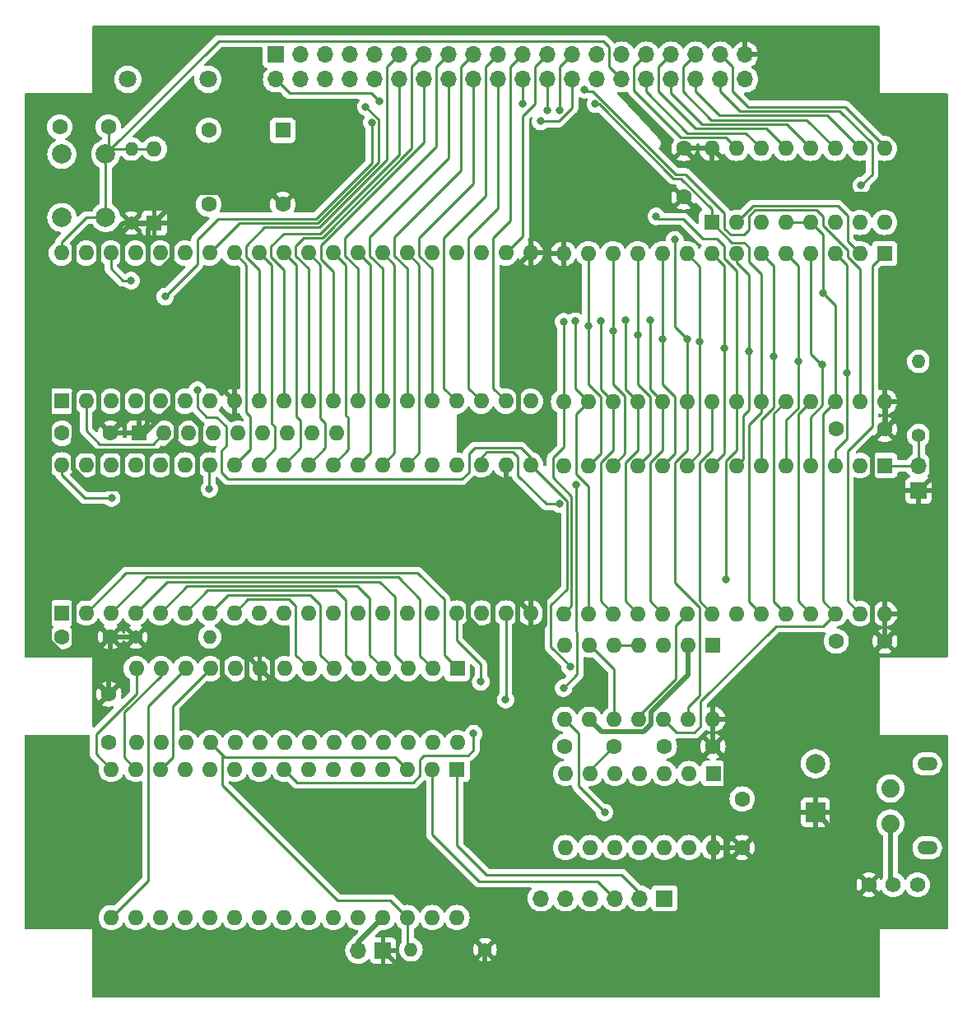
<source format=gtl>
%TF.GenerationSoftware,KiCad,Pcbnew,7.0.10-7.0.10~ubuntu22.04.1*%
%TF.CreationDate,2024-04-10T12:24:54+09:00*%
%TF.ProjectId,sbc6502a1,73626336-3530-4326-9131-2e6b69636164,rev?*%
%TF.SameCoordinates,Original*%
%TF.FileFunction,Copper,L1,Top*%
%TF.FilePolarity,Positive*%
%FSLAX46Y46*%
G04 Gerber Fmt 4.6, Leading zero omitted, Abs format (unit mm)*
G04 Created by KiCad (PCBNEW 7.0.10-7.0.10~ubuntu22.04.1) date 2024-04-10 12:24:54*
%MOMM*%
%LPD*%
G01*
G04 APERTURE LIST*
%TA.AperFunction,ComponentPad*%
%ADD10R,1.600000X1.600000*%
%TD*%
%TA.AperFunction,ComponentPad*%
%ADD11C,1.600000*%
%TD*%
%TA.AperFunction,ComponentPad*%
%ADD12R,1.700000X1.700000*%
%TD*%
%TA.AperFunction,ComponentPad*%
%ADD13O,1.700000X1.700000*%
%TD*%
%TA.AperFunction,ComponentPad*%
%ADD14O,1.600000X1.600000*%
%TD*%
%TA.AperFunction,ComponentPad*%
%ADD15C,1.800000*%
%TD*%
%TA.AperFunction,ComponentPad*%
%ADD16C,1.562000*%
%TD*%
%TA.AperFunction,ComponentPad*%
%ADD17C,1.400000*%
%TD*%
%TA.AperFunction,ComponentPad*%
%ADD18O,1.400000X1.400000*%
%TD*%
%TA.AperFunction,ComponentPad*%
%ADD19O,2.062000X1.362000*%
%TD*%
%TA.AperFunction,ComponentPad*%
%ADD20C,1.882000*%
%TD*%
%TA.AperFunction,ComponentPad*%
%ADD21R,2.000000X2.000000*%
%TD*%
%TA.AperFunction,ComponentPad*%
%ADD22C,2.000000*%
%TD*%
%TA.AperFunction,ViaPad*%
%ADD23C,0.800000*%
%TD*%
%TA.AperFunction,Conductor*%
%ADD24C,0.250000*%
%TD*%
%TA.AperFunction,Conductor*%
%ADD25C,0.500000*%
%TD*%
%TA.AperFunction,Conductor*%
%ADD26C,0.600000*%
%TD*%
G04 APERTURE END LIST*
D10*
%TO.P,X1,1,EN*%
%TO.N,unconnected-(X1-EN-Pad1)*%
X56591200Y-40792400D03*
D11*
%TO.P,X1,4,GND*%
%TO.N,GND*%
X48971200Y-40792400D03*
%TO.P,X1,5,OUT*%
%TO.N,/CLK*%
X48971200Y-48412400D03*
%TO.P,X1,8,Vcc*%
%TO.N,VCC*%
X56591200Y-48412400D03*
%TD*%
D12*
%TO.P,J1,1,Pin_1*%
%TO.N,/{slash}RD*%
X55880000Y-33020000D03*
D13*
%TO.P,J1,2,Pin_2*%
%TO.N,/{slash}WR*%
X55880000Y-35560000D03*
%TO.P,J1,3,Pin_3*%
%TO.N,D0*%
X58420000Y-33020000D03*
%TO.P,J1,4,Pin_4*%
%TO.N,D1*%
X58420000Y-35560000D03*
%TO.P,J1,5,Pin_5*%
%TO.N,D2*%
X60960000Y-33020000D03*
%TO.P,J1,6,Pin_6*%
%TO.N,D3*%
X60960000Y-35560000D03*
%TO.P,J1,7,Pin_7*%
%TO.N,D4*%
X63500000Y-33020000D03*
%TO.P,J1,8,Pin_8*%
%TO.N,D5*%
X63500000Y-35560000D03*
%TO.P,J1,9,Pin_9*%
%TO.N,D6*%
X66040000Y-33020000D03*
%TO.P,J1,10,Pin_10*%
%TO.N,D7*%
X66040000Y-35560000D03*
%TO.P,J1,11,Pin_11*%
%TO.N,A0*%
X68580000Y-33020000D03*
%TO.P,J1,12,Pin_12*%
%TO.N,A1*%
X68580000Y-35560000D03*
%TO.P,J1,13,Pin_13*%
%TO.N,A2*%
X71120000Y-33020000D03*
%TO.P,J1,14,Pin_14*%
%TO.N,A3*%
X71120000Y-35560000D03*
%TO.P,J1,15,Pin_15*%
%TO.N,A4*%
X73660000Y-33020000D03*
%TO.P,J1,16,Pin_16*%
%TO.N,A5*%
X73660000Y-35560000D03*
%TO.P,J1,17,Pin_17*%
%TO.N,A6*%
X76200000Y-33020000D03*
%TO.P,J1,18,Pin_18*%
%TO.N,A7*%
X76200000Y-35560000D03*
%TO.P,J1,19,Pin_19*%
%TO.N,A8*%
X78740000Y-33020000D03*
%TO.P,J1,20,Pin_20*%
%TO.N,A9*%
X78740000Y-35560000D03*
%TO.P,J1,21,Pin_21*%
%TO.N,A10*%
X81280000Y-33020000D03*
%TO.P,J1,22,Pin_22*%
%TO.N,A11*%
X81280000Y-35560000D03*
%TO.P,J1,23,Pin_23*%
%TO.N,A12*%
X83820000Y-33020000D03*
%TO.P,J1,24,Pin_24*%
%TO.N,A13*%
X83820000Y-35560000D03*
%TO.P,J1,25,Pin_25*%
%TO.N,A14*%
X86360000Y-33020000D03*
%TO.P,J1,26,Pin_26*%
%TO.N,A15*%
X86360000Y-35560000D03*
%TO.P,J1,27,Pin_27*%
%TO.N,/R{slash}W*%
X88900000Y-33020000D03*
%TO.P,J1,28,Pin_28*%
%TO.N,unconnected-(J1-Pin_28-Pad28)*%
X88900000Y-35560000D03*
%TO.P,J1,29,Pin_29*%
%TO.N,/{slash}IRQ*%
X91440000Y-33020000D03*
%TO.P,J1,30,Pin_30*%
%TO.N,/{slash}RST*%
X91440000Y-35560000D03*
%TO.P,J1,31,Pin_31*%
%TO.N,/{slash}CS_80*%
X93980000Y-33020000D03*
%TO.P,J1,32,Pin_32*%
%TO.N,/{slash}CS_88*%
X93980000Y-35560000D03*
%TO.P,J1,33,Pin_33*%
%TO.N,/{slash}CS_90*%
X96520000Y-33020000D03*
%TO.P,J1,34,Pin_34*%
%TO.N,/{slash}CS_98*%
X96520000Y-35560000D03*
%TO.P,J1,35,Pin_35*%
%TO.N,/{slash}CS_c0*%
X99060000Y-33020000D03*
%TO.P,J1,36,Pin_36*%
%TO.N,/{slash}CS_c8*%
X99060000Y-35560000D03*
%TO.P,J1,37,Pin_37*%
%TO.N,/{slash}CS_d0*%
X101600000Y-33020000D03*
%TO.P,J1,38,Pin_38*%
%TO.N,/{slash}CS_d8*%
X101600000Y-35560000D03*
%TO.P,J1,39,Pin_39*%
%TO.N,VCC*%
X104140000Y-33020000D03*
%TO.P,J1,40,Pin_40*%
%TO.N,GND*%
X104140000Y-35560000D03*
%TD*%
D11*
%TO.P,C1,1*%
%TO.N,Net-(C1-Pad1)*%
X90616400Y-104168800D03*
%TO.P,C1,2*%
%TO.N,/CON_DA*%
X85616400Y-104168800D03*
%TD*%
%TO.P,C4,1*%
%TO.N,VCC*%
X38876600Y-71961600D03*
%TO.P,C4,2*%
%TO.N,GND*%
X33876600Y-71961600D03*
%TD*%
D10*
%TO.P,A1,1,D1/TX*%
%TO.N,/TX*%
X74502000Y-106541000D03*
D14*
%TO.P,A1,2,D0/RX*%
%TO.N,/RX*%
X71962000Y-106541000D03*
%TO.P,A1,3,~{RESET}*%
%TO.N,/{slash}EXTRST*%
X69422000Y-106541000D03*
%TO.P,A1,4,GND*%
%TO.N,GND*%
X66882000Y-106541000D03*
%TO.P,A1,5,D2*%
%TO.N,/KBD_RDY*%
X64342000Y-106541000D03*
%TO.P,A1,6,D3*%
%TO.N,/CON_DA*%
X61802000Y-106541000D03*
%TO.P,A1,7,D4*%
%TO.N,/KBD_ST*%
X59262000Y-106541000D03*
%TO.P,A1,8,D5*%
%TO.N,/CON_RDA*%
X56722000Y-106541000D03*
%TO.P,A1,9,D6*%
%TO.N,unconnected-(A1-D6-Pad9)*%
X54182000Y-106541000D03*
%TO.P,A1,10,D7*%
%TO.N,unconnected-(A1-D7-Pad10)*%
X51642000Y-106541000D03*
%TO.P,A1,11,D8*%
%TO.N,unconnected-(A1-D8-Pad11)*%
X49102000Y-106541000D03*
%TO.P,A1,12,D9*%
%TO.N,unconnected-(A1-D9-Pad12)*%
X46562000Y-106541000D03*
%TO.P,A1,13,D10*%
%TO.N,/{slash}SS*%
X44022000Y-106541000D03*
%TO.P,A1,14,D11*%
%TO.N,/MOSI*%
X41482000Y-106541000D03*
%TO.P,A1,15,D12*%
%TO.N,/MISO*%
X38942000Y-106541000D03*
%TO.P,A1,16,D13*%
%TO.N,/SCK*%
X38942000Y-121781000D03*
%TO.P,A1,17,3V3*%
%TO.N,unconnected-(A1-3V3-Pad17)*%
X41482000Y-121781000D03*
%TO.P,A1,18,AREF*%
%TO.N,unconnected-(A1-AREF-Pad18)*%
X44022000Y-121781000D03*
%TO.P,A1,19,A0*%
%TO.N,unconnected-(A1-A0-Pad19)*%
X46562000Y-121781000D03*
%TO.P,A1,20,A1*%
%TO.N,unconnected-(A1-A1-Pad20)*%
X49102000Y-121781000D03*
%TO.P,A1,21,A2*%
%TO.N,unconnected-(A1-A2-Pad21)*%
X51642000Y-121781000D03*
%TO.P,A1,22,A3*%
%TO.N,unconnected-(A1-A3-Pad22)*%
X54182000Y-121781000D03*
%TO.P,A1,23,A4*%
%TO.N,unconnected-(A1-A4-Pad23)*%
X56722000Y-121781000D03*
%TO.P,A1,24,A5*%
%TO.N,unconnected-(A1-A5-Pad24)*%
X59262000Y-121781000D03*
%TO.P,A1,25,A6*%
%TO.N,unconnected-(A1-A6-Pad25)*%
X61802000Y-121781000D03*
%TO.P,A1,26,A7*%
%TO.N,unconnected-(A1-A7-Pad26)*%
X64342000Y-121781000D03*
%TO.P,A1,27,+5V*%
%TO.N,VDD*%
X66882000Y-121781000D03*
%TO.P,A1,28,~{RESET}*%
%TO.N,/{slash}EXTRST*%
X69422000Y-121781000D03*
%TO.P,A1,29,GND*%
%TO.N,GND*%
X71962000Y-121781000D03*
%TO.P,A1,30,VIN*%
%TO.N,unconnected-(A1-VIN-Pad30)*%
X74502000Y-121781000D03*
%TD*%
D10*
%TO.P,U4,1*%
%TO.N,/R{slash}W*%
X100821400Y-93764800D03*
D14*
%TO.P,U4,2*%
%TO.N,/CLK*%
X98281400Y-93764800D03*
%TO.P,U4,3*%
%TO.N,/{slash}RD*%
X95741400Y-93764800D03*
%TO.P,U4,4*%
%TO.N,/R{slash}W*%
X93201400Y-93764800D03*
%TO.P,U4,5*%
X90661400Y-93764800D03*
%TO.P,U4,6*%
%TO.N,Net-(U4-Pad10)*%
X88121400Y-93764800D03*
%TO.P,U4,7,GND*%
%TO.N,GND*%
X85581400Y-93764800D03*
%TO.P,U4,8*%
%TO.N,/{slash}WR*%
X85581400Y-101384800D03*
%TO.P,U4,9*%
%TO.N,/CLK*%
X88121400Y-101384800D03*
%TO.P,U4,10*%
%TO.N,Net-(U4-Pad10)*%
X90661400Y-101384800D03*
%TO.P,U4,11*%
%TO.N,Net-(U7-~{CE})*%
X93201400Y-101384800D03*
%TO.P,U4,12*%
%TO.N,A13*%
X95741400Y-101384800D03*
%TO.P,U4,13*%
%TO.N,A15*%
X98281400Y-101384800D03*
%TO.P,U4,14,VCC*%
%TO.N,VCC*%
X100821400Y-101384800D03*
%TD*%
D10*
%TO.P,U2,1,VSS*%
%TO.N,GND*%
X33811200Y-90452800D03*
D14*
%TO.P,U2,2,PA0*%
%TO.N,KBD0*%
X36351200Y-90452800D03*
%TO.P,U2,3,PA1*%
%TO.N,KBD1*%
X38891200Y-90452800D03*
%TO.P,U2,4,PA2*%
%TO.N,KBD2*%
X41431200Y-90452800D03*
%TO.P,U2,5,PA3*%
%TO.N,KBD3*%
X43971200Y-90452800D03*
%TO.P,U2,6,PA4*%
%TO.N,KBD4*%
X46511200Y-90452800D03*
%TO.P,U2,7,PA5*%
%TO.N,KBD5*%
X49051200Y-90452800D03*
%TO.P,U2,8,PA6*%
%TO.N,KBD6*%
X51591200Y-90452800D03*
%TO.P,U2,9,PA7*%
%TO.N,KBD7*%
X54131200Y-90452800D03*
%TO.P,U2,10,PB0*%
%TO.N,CON0*%
X56671200Y-90452800D03*
%TO.P,U2,11,PB1*%
%TO.N,CON1*%
X59211200Y-90452800D03*
%TO.P,U2,12,PB2*%
%TO.N,CON2*%
X61751200Y-90452800D03*
%TO.P,U2,13,PB3*%
%TO.N,CON3*%
X64291200Y-90452800D03*
%TO.P,U2,14,PB4*%
%TO.N,CON4*%
X66831200Y-90452800D03*
%TO.P,U2,15,PB5*%
%TO.N,CON5*%
X69371200Y-90452800D03*
%TO.P,U2,16,PB6*%
%TO.N,CON6*%
X71911200Y-90452800D03*
%TO.P,U2,17,PB7*%
%TO.N,/CON_DA*%
X74451200Y-90452800D03*
%TO.P,U2,18,CB1*%
%TO.N,/CON_RDA*%
X76991200Y-90452800D03*
%TO.P,U2,19,CB2*%
%TO.N,/CB2*%
X79531200Y-90452800D03*
%TO.P,U2,20,VCC*%
%TO.N,VCC*%
X82071200Y-90452800D03*
%TO.P,U2,21,R/~{W}*%
%TO.N,/R{slash}W*%
X82071200Y-75212800D03*
%TO.P,U2,22,CS0*%
%TO.N,VCC*%
X79531200Y-75212800D03*
%TO.P,U2,23,~{CS2}*%
%TO.N,/{slash}CS_d0*%
X76991200Y-75212800D03*
%TO.P,U2,24,CS1*%
%TO.N,A4*%
X74451200Y-75212800D03*
%TO.P,U2,25,\u03D52*%
%TO.N,/CLK*%
X71911200Y-75212800D03*
%TO.P,U2,26,D7*%
%TO.N,D7*%
X69371200Y-75212800D03*
%TO.P,U2,27,D6*%
%TO.N,D6*%
X66831200Y-75212800D03*
%TO.P,U2,28,D5*%
%TO.N,D5*%
X64291200Y-75212800D03*
%TO.P,U2,29,D4*%
%TO.N,D4*%
X61751200Y-75212800D03*
%TO.P,U2,30,D3*%
%TO.N,D3*%
X59211200Y-75212800D03*
%TO.P,U2,31,D2*%
%TO.N,D2*%
X56671200Y-75212800D03*
%TO.P,U2,32,D1*%
%TO.N,D1*%
X54131200Y-75212800D03*
%TO.P,U2,33,D0*%
%TO.N,D0*%
X51591200Y-75212800D03*
%TO.P,U2,34,~{RES}*%
%TO.N,/{slash}RST*%
X49051200Y-75212800D03*
%TO.P,U2,35,RS1*%
%TO.N,A1*%
X46511200Y-75212800D03*
%TO.P,U2,36,RS0*%
%TO.N,A0*%
X43971200Y-75212800D03*
%TO.P,U2,37,~{IRQB}*%
%TO.N,unconnected-(U2-~{IRQB}-Pad37)*%
X41431200Y-75212800D03*
%TO.P,U2,38,~{IRQA}*%
%TO.N,unconnected-(U2-~{IRQA}-Pad38)*%
X38891200Y-75212800D03*
%TO.P,U2,39,CA2*%
%TO.N,/KBD_RDY*%
X36351200Y-75212800D03*
%TO.P,U2,40,CA1*%
%TO.N,/KBD_ST*%
X33811200Y-75212800D03*
%TD*%
D15*
%TO.P,TP2,1,1*%
%TO.N,/CLK*%
X48895000Y-35560000D03*
%TD*%
D10*
%TO.P,U5,1,A0*%
%TO.N,A11*%
X100714800Y-50270000D03*
D14*
%TO.P,U5,2,A1*%
%TO.N,A12*%
X103254800Y-50270000D03*
%TO.P,U5,3,A2*%
%TO.N,A14*%
X105794800Y-50270000D03*
%TO.P,U5,4,~{E0}*%
%TO.N,A13*%
X108334800Y-50270000D03*
%TO.P,U5,5,~{E1}*%
X110874800Y-50270000D03*
%TO.P,U5,6,E2*%
%TO.N,A15*%
X113414800Y-50270000D03*
%TO.P,U5,7,~{Y7}*%
%TO.N,/{slash}CS_d8*%
X115954800Y-50270000D03*
%TO.P,U5,8,GND*%
%TO.N,GND*%
X118494800Y-50270000D03*
%TO.P,U5,9,~{Y6}*%
%TO.N,/{slash}CS_d0*%
X118494800Y-42650000D03*
%TO.P,U5,10,~{Y5}*%
%TO.N,/{slash}CS_c8*%
X115954800Y-42650000D03*
%TO.P,U5,11,~{Y4}*%
%TO.N,/{slash}CS_c0*%
X113414800Y-42650000D03*
%TO.P,U5,12,~{Y3}*%
%TO.N,/{slash}CS_98*%
X110874800Y-42650000D03*
%TO.P,U5,13,~{Y2}*%
%TO.N,/{slash}CS_90*%
X108334800Y-42650000D03*
%TO.P,U5,14,~{Y1}*%
%TO.N,/{slash}CS_88*%
X105794800Y-42650000D03*
%TO.P,U5,15,~{Y0}*%
%TO.N,/{slash}CS_80*%
X103254800Y-42650000D03*
%TO.P,U5,16,VCC*%
%TO.N,VCC*%
X100714800Y-42650000D03*
%TD*%
D11*
%TO.P,C2,1*%
%TO.N,/{slash}RST*%
X38637600Y-40442600D03*
%TO.P,C2,2*%
%TO.N,GND*%
X33637600Y-40442600D03*
%TD*%
D10*
%TO.P,D1,1,K*%
%TO.N,VCC*%
X43365800Y-50323200D03*
D14*
%TO.P,D1,2,A*%
%TO.N,/{slash}RST*%
X43365800Y-42703200D03*
%TD*%
D11*
%TO.P,C7,1*%
%TO.N,VCC*%
X100832200Y-104178800D03*
%TO.P,C7,2*%
%TO.N,GND*%
X95832200Y-104178800D03*
%TD*%
%TO.P,C11,1*%
%TO.N,VCC*%
X38684200Y-98784400D03*
%TO.P,C11,2*%
%TO.N,GND*%
X38684200Y-103784400D03*
%TD*%
D12*
%TO.P,JP1,1,A*%
%TO.N,VCC*%
X122000000Y-77854400D03*
D13*
%TO.P,JP1,2,B*%
%TO.N,/ROMBANK*%
X122000000Y-75314400D03*
%TD*%
D10*
%TO.P,U1,1,~{VP}*%
%TO.N,unconnected-(U1-~{VP}-Pad1)*%
X33811200Y-68659600D03*
D14*
%TO.P,U1,2,RDY*%
%TO.N,/RDY*%
X36351200Y-68659600D03*
%TO.P,U1,3,\u03D51*%
%TO.N,unconnected-(U1-\u03D51-Pad3)*%
X38891200Y-68659600D03*
%TO.P,U1,4,~{IRQ}*%
%TO.N,/{slash}IRQ*%
X41431200Y-68659600D03*
%TO.P,U1,5,~{ML}*%
%TO.N,unconnected-(U1-~{ML}-Pad5)*%
X43971200Y-68659600D03*
%TO.P,U1,6,~{NMI}*%
%TO.N,/{slash}NMI*%
X46511200Y-68659600D03*
%TO.P,U1,7,SYNC*%
%TO.N,unconnected-(U1-SYNC-Pad7)*%
X49051200Y-68659600D03*
%TO.P,U1,8,VDD*%
%TO.N,VCC*%
X51591200Y-68659600D03*
%TO.P,U1,9,A0*%
%TO.N,A0*%
X54131200Y-68659600D03*
%TO.P,U1,10,A1*%
%TO.N,A1*%
X56671200Y-68659600D03*
%TO.P,U1,11,A2*%
%TO.N,A2*%
X59211200Y-68659600D03*
%TO.P,U1,12,A3*%
%TO.N,A3*%
X61751200Y-68659600D03*
%TO.P,U1,13,A4*%
%TO.N,A4*%
X64291200Y-68659600D03*
%TO.P,U1,14,A5*%
%TO.N,A5*%
X66831200Y-68659600D03*
%TO.P,U1,15,A6*%
%TO.N,A6*%
X69371200Y-68659600D03*
%TO.P,U1,16,A7*%
%TO.N,A7*%
X71911200Y-68659600D03*
%TO.P,U1,17,A8*%
%TO.N,A8*%
X74451200Y-68659600D03*
%TO.P,U1,18,A9*%
%TO.N,A9*%
X76991200Y-68659600D03*
%TO.P,U1,19,A10*%
%TO.N,A10*%
X79531200Y-68659600D03*
%TO.P,U1,20,A11*%
%TO.N,A11*%
X82071200Y-68659600D03*
%TO.P,U1,21,VSS*%
%TO.N,GND*%
X82071200Y-53419600D03*
%TO.P,U1,22,A12*%
%TO.N,A12*%
X79531200Y-53419600D03*
%TO.P,U1,23,A13*%
%TO.N,A13*%
X76991200Y-53419600D03*
%TO.P,U1,24,A14*%
%TO.N,A14*%
X74451200Y-53419600D03*
%TO.P,U1,25,A15*%
%TO.N,A15*%
X71911200Y-53419600D03*
%TO.P,U1,26,D7*%
%TO.N,D7*%
X69371200Y-53419600D03*
%TO.P,U1,27,D6*%
%TO.N,D6*%
X66831200Y-53419600D03*
%TO.P,U1,28,D5*%
%TO.N,D5*%
X64291200Y-53419600D03*
%TO.P,U1,29,D4*%
%TO.N,D4*%
X61751200Y-53419600D03*
%TO.P,U1,30,D3*%
%TO.N,D3*%
X59211200Y-53419600D03*
%TO.P,U1,31,D2*%
%TO.N,D2*%
X56671200Y-53419600D03*
%TO.P,U1,32,D1*%
%TO.N,D1*%
X54131200Y-53419600D03*
%TO.P,U1,33,D0*%
%TO.N,D0*%
X51591200Y-53419600D03*
%TO.P,U1,34,R/~{W}*%
%TO.N,/R{slash}W*%
X49051200Y-53419600D03*
%TO.P,U1,35,nc*%
%TO.N,unconnected-(U1-nc-Pad35)*%
X46511200Y-53419600D03*
%TO.P,U1,36,BE*%
%TO.N,/BE*%
X43971200Y-53419600D03*
%TO.P,U1,37,\u03D50*%
%TO.N,/CLK*%
X41431200Y-53419600D03*
%TO.P,U1,38,~{SO}*%
%TO.N,/{slash}SO*%
X38891200Y-53419600D03*
%TO.P,U1,39,\u03D52*%
%TO.N,unconnected-(U1-\u03D52-Pad39)*%
X36351200Y-53419600D03*
%TO.P,U1,40,~{RES}*%
%TO.N,/{slash}RST*%
X33811200Y-53419600D03*
%TD*%
D15*
%TO.P,TP1,1,1*%
%TO.N,GND*%
X40640000Y-35560000D03*
%TD*%
D16*
%TO.P,SW2,1,A*%
%TO.N,VCC*%
X116880000Y-118408000D03*
%TO.P,SW2,2,B*%
%TO.N,+5V*%
X119380000Y-118408000D03*
%TO.P,SW2,3,C*%
%TO.N,unconnected-(SW2-C-Pad3)*%
X121880000Y-118408000D03*
%TD*%
D12*
%TO.P,JP2,1,A*%
%TO.N,VCC*%
X66903600Y-125171200D03*
D13*
%TO.P,JP2,2,B*%
%TO.N,VDD*%
X64363600Y-125171200D03*
%TD*%
D17*
%TO.P,R1,1*%
%TO.N,VCC*%
X41003600Y-50323200D03*
D18*
%TO.P,R1,2*%
%TO.N,/{slash}RST*%
X41003600Y-42703200D03*
%TD*%
D10*
%TO.P,U6,1,A14*%
%TO.N,A14*%
X118494800Y-53470400D03*
D14*
%TO.P,U6,2,A12*%
%TO.N,A12*%
X115954800Y-53470400D03*
%TO.P,U6,3,A7*%
%TO.N,A7*%
X113414800Y-53470400D03*
%TO.P,U6,4,A6*%
%TO.N,A6*%
X110874800Y-53470400D03*
%TO.P,U6,5,A5*%
%TO.N,A5*%
X108334800Y-53470400D03*
%TO.P,U6,6,A4*%
%TO.N,A4*%
X105794800Y-53470400D03*
%TO.P,U6,7,A3*%
%TO.N,A3*%
X103254800Y-53470400D03*
%TO.P,U6,8,A2*%
%TO.N,A2*%
X100714800Y-53470400D03*
%TO.P,U6,9,A1*%
%TO.N,A1*%
X98174800Y-53470400D03*
%TO.P,U6,10,A0*%
%TO.N,A0*%
X95634800Y-53470400D03*
%TO.P,U6,11,Q0*%
%TO.N,D0*%
X93094800Y-53470400D03*
%TO.P,U6,12,Q1*%
%TO.N,D1*%
X90554800Y-53470400D03*
%TO.P,U6,13,Q2*%
%TO.N,D2*%
X88014800Y-53470400D03*
%TO.P,U6,14,GND*%
%TO.N,GND*%
X85474800Y-53470400D03*
%TO.P,U6,15,Q3*%
%TO.N,D3*%
X85474800Y-68710400D03*
%TO.P,U6,16,Q4*%
%TO.N,D4*%
X88014800Y-68710400D03*
%TO.P,U6,17,Q5*%
%TO.N,D5*%
X90554800Y-68710400D03*
%TO.P,U6,18,Q6*%
%TO.N,D6*%
X93094800Y-68710400D03*
%TO.P,U6,19,Q7*%
%TO.N,D7*%
X95634800Y-68710400D03*
%TO.P,U6,20,~{CS}*%
%TO.N,A15*%
X98174800Y-68710400D03*
%TO.P,U6,21,A10*%
%TO.N,A10*%
X100714800Y-68710400D03*
%TO.P,U6,22,~{OE}*%
%TO.N,/{slash}RD*%
X103254800Y-68710400D03*
%TO.P,U6,23,A11*%
%TO.N,A11*%
X105794800Y-68710400D03*
%TO.P,U6,24,A9*%
%TO.N,A9*%
X108334800Y-68710400D03*
%TO.P,U6,25,A8*%
%TO.N,A8*%
X110874800Y-68710400D03*
%TO.P,U6,26,A13*%
%TO.N,A13*%
X113414800Y-68710400D03*
%TO.P,U6,27,~{WE}*%
%TO.N,/{slash}WR*%
X115954800Y-68710400D03*
%TO.P,U6,28,VCC*%
%TO.N,VCC*%
X118494800Y-68710400D03*
%TD*%
D10*
%TO.P,U3,1*%
%TO.N,/{slash}RD*%
X100918000Y-106962800D03*
D14*
%TO.P,U3,2*%
%TO.N,Net-(U3-Pad2)*%
X98378000Y-106962800D03*
%TO.P,U3,3*%
X95838000Y-106962800D03*
%TO.P,U3,4*%
%TO.N,unconnected-(U3-Pad4)*%
X93298000Y-106962800D03*
%TO.P,U3,5*%
%TO.N,/CB2*%
X90758000Y-106962800D03*
%TO.P,U3,6*%
%TO.N,Net-(C1-Pad1)*%
X88218000Y-106962800D03*
%TO.P,U3,7,GND*%
%TO.N,GND*%
X85678000Y-106962800D03*
%TO.P,U3,8*%
%TO.N,unconnected-(U3-Pad8)*%
X85678000Y-114582800D03*
%TO.P,U3,9*%
%TO.N,Net-(U3-Pad10)*%
X88218000Y-114582800D03*
%TO.P,U3,10*%
X90758000Y-114582800D03*
%TO.P,U3,11*%
%TO.N,/{slash}WR*%
X93298000Y-114582800D03*
%TO.P,U3,12*%
%TO.N,unconnected-(U3-Pad12)*%
X95838000Y-114582800D03*
%TO.P,U3,13*%
%TO.N,GND*%
X98378000Y-114582800D03*
%TO.P,U3,14,VCC*%
%TO.N,VCC*%
X100918000Y-114582800D03*
%TD*%
D11*
%TO.P,C10,1*%
%TO.N,VCC*%
X118516400Y-93348400D03*
%TO.P,C10,2*%
%TO.N,GND*%
X113516400Y-93348400D03*
%TD*%
D17*
%TO.P,R3,1*%
%TO.N,VCC*%
X41452800Y-92913200D03*
D18*
%TO.P,R3,2*%
%TO.N,/{slash}SS*%
X49072800Y-92913200D03*
%TD*%
D10*
%TO.P,U8,1,GPB0*%
%TO.N,KBD0*%
X74527400Y-96167800D03*
D14*
%TO.P,U8,2,GPB1*%
%TO.N,KBD1*%
X71987400Y-96167800D03*
%TO.P,U8,3,GPB2*%
%TO.N,KBD2*%
X69447400Y-96167800D03*
%TO.P,U8,4,GPB3*%
%TO.N,KBD3*%
X66907400Y-96167800D03*
%TO.P,U8,5,GPB4*%
%TO.N,KBD4*%
X64367400Y-96167800D03*
%TO.P,U8,6,GPB5*%
%TO.N,KBD5*%
X61827400Y-96167800D03*
%TO.P,U8,7,GPB6*%
%TO.N,KBD6*%
X59287400Y-96167800D03*
%TO.P,U8,8,GPB7*%
%TO.N,KBD7*%
X56747400Y-96167800D03*
%TO.P,U8,9,VDD*%
%TO.N,VCC*%
X54207400Y-96167800D03*
%TO.P,U8,10,VSS*%
%TO.N,GND*%
X51667400Y-96167800D03*
%TO.P,U8,11,~{CS}*%
%TO.N,/{slash}SS*%
X49127400Y-96167800D03*
%TO.P,U8,12,SCK*%
%TO.N,/SCK*%
X46587400Y-96167800D03*
%TO.P,U8,13,SI*%
%TO.N,/MOSI*%
X44047400Y-96167800D03*
%TO.P,U8,14,SO*%
%TO.N,/MISO*%
X41507400Y-96167800D03*
%TO.P,U8,15,A0*%
%TO.N,GND*%
X41507400Y-103787800D03*
%TO.P,U8,16,A1*%
X44047400Y-103787800D03*
%TO.P,U8,17,A2*%
X46587400Y-103787800D03*
%TO.P,U8,18,~{RESET}*%
%TO.N,/{slash}EXTRST*%
X49127400Y-103787800D03*
%TO.P,U8,19,INTB*%
%TO.N,unconnected-(U8-INTB-Pad19)*%
X51667400Y-103787800D03*
%TO.P,U8,20,INTA*%
%TO.N,unconnected-(U8-INTA-Pad20)*%
X54207400Y-103787800D03*
%TO.P,U8,21,GPA0*%
%TO.N,CON0*%
X56747400Y-103787800D03*
%TO.P,U8,22,GPA1*%
%TO.N,CON1*%
X59287400Y-103787800D03*
%TO.P,U8,23,GPA2*%
%TO.N,CON2*%
X61827400Y-103787800D03*
%TO.P,U8,24,GPA3*%
%TO.N,CON3*%
X64367400Y-103787800D03*
%TO.P,U8,25,GPA4*%
%TO.N,CON4*%
X66907400Y-103787800D03*
%TO.P,U8,26,GPA5*%
%TO.N,CON5*%
X69447400Y-103787800D03*
%TO.P,U8,27,GPA6*%
%TO.N,CON6*%
X71987400Y-103787800D03*
%TO.P,U8,28,GPA7*%
%TO.N,unconnected-(U8-GPA7-Pad28)*%
X74527400Y-103787800D03*
%TD*%
D19*
%TO.P,J2,*%
%TO.N,*%
X122885461Y-105980000D03*
X122885461Y-114610000D03*
D20*
%TO.P,J2,1,In*%
%TO.N,+5V*%
X119085461Y-112100000D03*
%TO.P,J2,2,Ext*%
%TO.N,GND*%
X119085461Y-108500000D03*
%TD*%
D12*
%TO.P,J3,1,Pin_1*%
%TO.N,unconnected-(J3-Pin_1-Pad1)*%
X95840400Y-119805600D03*
D13*
%TO.P,J3,2,Pin_2*%
%TO.N,/TX*%
X93300400Y-119805600D03*
%TO.P,J3,3,Pin_3*%
%TO.N,/RX*%
X90760400Y-119805600D03*
%TO.P,J3,4,Pin_4*%
%TO.N,unconnected-(J3-Pin_4-Pad4)*%
X88220400Y-119805600D03*
%TO.P,J3,5,Pin_5*%
%TO.N,unconnected-(J3-Pin_5-Pad5)*%
X85680400Y-119805600D03*
%TO.P,J3,6,Pin_6*%
%TO.N,GND*%
X83140400Y-119805600D03*
%TD*%
D21*
%TO.P,C3,1*%
%TO.N,VCC*%
X111379000Y-110952677D03*
D22*
%TO.P,C3,2*%
%TO.N,GND*%
X111379000Y-105952677D03*
%TD*%
D10*
%TO.P,U7,1,A15*%
%TO.N,/ROMBANK*%
X118517000Y-75280400D03*
D14*
%TO.P,U7,2,A12*%
%TO.N,A12*%
X115977000Y-75280400D03*
%TO.P,U7,3,A7*%
%TO.N,A7*%
X113437000Y-75280400D03*
%TO.P,U7,4,A6*%
%TO.N,A6*%
X110897000Y-75280400D03*
%TO.P,U7,5,A5*%
%TO.N,A5*%
X108357000Y-75280400D03*
%TO.P,U7,6,A4*%
%TO.N,A4*%
X105817000Y-75280400D03*
%TO.P,U7,7,A3*%
%TO.N,A3*%
X103277000Y-75280400D03*
%TO.P,U7,8,A2*%
%TO.N,A2*%
X100737000Y-75280400D03*
%TO.P,U7,9,A1*%
%TO.N,A1*%
X98197000Y-75280400D03*
%TO.P,U7,10,A0*%
%TO.N,A0*%
X95657000Y-75280400D03*
%TO.P,U7,11,D0*%
%TO.N,D0*%
X93117000Y-75280400D03*
%TO.P,U7,12,D1*%
%TO.N,D1*%
X90577000Y-75280400D03*
%TO.P,U7,13,D2*%
%TO.N,D2*%
X88037000Y-75280400D03*
%TO.P,U7,14,GND*%
%TO.N,GND*%
X85497000Y-75280400D03*
%TO.P,U7,15,D3*%
%TO.N,D3*%
X85497000Y-90520400D03*
%TO.P,U7,16,D4*%
%TO.N,D4*%
X88037000Y-90520400D03*
%TO.P,U7,17,D5*%
%TO.N,D5*%
X90577000Y-90520400D03*
%TO.P,U7,18,D6*%
%TO.N,D6*%
X93117000Y-90520400D03*
%TO.P,U7,19,D7*%
%TO.N,D7*%
X95657000Y-90520400D03*
%TO.P,U7,20,~{CE}*%
%TO.N,Net-(U7-~{CE})*%
X98197000Y-90520400D03*
%TO.P,U7,21,A10*%
%TO.N,A10*%
X100737000Y-90520400D03*
%TO.P,U7,22,~{OE}*%
%TO.N,/{slash}RD*%
X103277000Y-90520400D03*
%TO.P,U7,23,A11*%
%TO.N,A11*%
X105817000Y-90520400D03*
%TO.P,U7,24,A9*%
%TO.N,A9*%
X108357000Y-90520400D03*
%TO.P,U7,25,A8*%
%TO.N,A8*%
X110897000Y-90520400D03*
%TO.P,U7,26,A13*%
%TO.N,A13*%
X113437000Y-90520400D03*
%TO.P,U7,27,A14*%
%TO.N,A14*%
X115977000Y-90520400D03*
%TO.P,U7,28,VCC*%
%TO.N,VCC*%
X118517000Y-90520400D03*
%TD*%
D11*
%TO.P,C9,1*%
%TO.N,VCC*%
X118505600Y-71529800D03*
%TO.P,C9,2*%
%TO.N,GND*%
X113505600Y-71529800D03*
%TD*%
D17*
%TO.P,R2,1*%
%TO.N,/ROMBANK*%
X122000000Y-72190200D03*
D18*
%TO.P,R2,2*%
%TO.N,GND*%
X122000000Y-64570200D03*
%TD*%
D22*
%TO.P,SW1,1,1*%
%TO.N,GND*%
X33862000Y-49762000D03*
X33862000Y-43262000D03*
%TO.P,SW1,2,2*%
%TO.N,/{slash}RST*%
X38362000Y-49762000D03*
X38362000Y-43262000D03*
%TD*%
D11*
%TO.P,C5,1*%
%TO.N,VCC*%
X38851200Y-92891200D03*
%TO.P,C5,2*%
%TO.N,GND*%
X33851200Y-92891200D03*
%TD*%
%TO.P,C6,1*%
%TO.N,VCC*%
X103839000Y-114582800D03*
%TO.P,C6,2*%
%TO.N,GND*%
X103839000Y-109582800D03*
%TD*%
D17*
%TO.P,R4,1*%
%TO.N,VCC*%
X77388800Y-125095000D03*
D18*
%TO.P,R4,2*%
%TO.N,/{slash}EXTRST*%
X69768800Y-125095000D03*
%TD*%
D10*
%TO.P,RN1,1,common*%
%TO.N,VCC*%
X41837600Y-71961600D03*
D14*
%TO.P,RN1,2,R1*%
%TO.N,/RDY*%
X44377600Y-71961600D03*
%TO.P,RN1,3,R2*%
%TO.N,/{slash}SO*%
X46917600Y-71961600D03*
%TO.P,RN1,4,R3*%
%TO.N,/{slash}IRQ*%
X49457600Y-71961600D03*
%TO.P,RN1,5,R4*%
%TO.N,/BE*%
X51997600Y-71961600D03*
%TO.P,RN1,6,R5*%
%TO.N,/{slash}NMI*%
X54537600Y-71961600D03*
%TO.P,RN1,7,R6*%
%TO.N,unconnected-(RN1-R6-Pad7)*%
X57077600Y-71961600D03*
%TO.P,RN1,8,R7*%
%TO.N,unconnected-(RN1-R7-Pad8)*%
X59617600Y-71961600D03*
%TO.P,RN1,9,R8*%
%TO.N,unconnected-(RN1-R8-Pad9)*%
X62157600Y-71961600D03*
%TD*%
D11*
%TO.P,C8,1*%
%TO.N,VCC*%
X97844600Y-42650000D03*
%TO.P,C8,2*%
%TO.N,GND*%
X97844600Y-47650000D03*
%TD*%
D23*
%TO.N,/{slash}WR*%
X66548000Y-37846000D03*
X87630000Y-36613000D03*
%TO.N,/KBD_ST*%
X38989000Y-78613000D03*
%TO.N,/{slash}WR*%
X89687600Y-110972400D03*
%TO.N,GND*%
X80835500Y-69977000D03*
%TO.N,/CON_DA*%
X76954000Y-97536000D03*
%TO.N,/CON_RDA*%
X76200000Y-102870000D03*
%TO.N,/{slash}RST*%
X49022000Y-77685000D03*
%TO.N,/{slash}RD*%
X94996000Y-49657000D03*
X102158800Y-86969600D03*
%TO.N,/{slash}WR*%
X85471000Y-98171000D03*
X86736347Y-77220653D03*
%TO.N,D0*%
X93094800Y-61838600D03*
%TO.N,D1*%
X90554800Y-61388600D03*
%TO.N,D2*%
X88014800Y-60938600D03*
%TO.N,D3*%
X85474800Y-60488600D03*
%TO.N,D4*%
X86694000Y-60430000D03*
%TO.N,D5*%
X89284800Y-60379200D03*
%TO.N,D6*%
X91824800Y-60328400D03*
%TO.N,D7*%
X94364800Y-60328400D03*
%TO.N,A0*%
X95634800Y-62288600D03*
%TO.N,A1*%
X99495600Y-62542800D03*
%TO.N,A2*%
X101984800Y-63188600D03*
%TO.N,A3*%
X104524800Y-63579600D03*
%TO.N,A4*%
X107115600Y-64036800D03*
%TO.N,A5*%
X109604800Y-64538600D03*
%TO.N,A6*%
X112094000Y-64900400D03*
%TO.N,A7*%
X114630600Y-65713200D03*
%TO.N,A11*%
X81280000Y-38100000D03*
X88737147Y-38098853D03*
%TO.N,A13*%
X83820000Y-38735000D03*
X112144800Y-57513600D03*
%TO.N,A14*%
X85085347Y-38730347D03*
%TO.N,A15*%
X83095000Y-39878000D03*
X98174800Y-62288600D03*
X96904800Y-52070000D03*
%TO.N,/R{slash}W*%
X47802800Y-67513200D03*
X86143000Y-96012000D03*
X65123352Y-38381648D03*
%TO.N,/{slash}IRQ*%
X65721400Y-40005000D03*
X44487000Y-57912000D03*
%TO.N,/{slash}CS_d0*%
X85073147Y-79240053D03*
%TO.N,/{slash}CS_d8*%
X116078000Y-46482000D03*
%TO.N,/CB2*%
X79497347Y-99369453D03*
%TO.N,/{slash}SO*%
X40982000Y-56261000D03*
%TD*%
D24*
%TO.N,D7*%
X69371200Y-75212800D02*
X70612000Y-73972000D01*
X70612000Y-73972000D02*
X70612000Y-54660400D01*
X70612000Y-54660400D02*
X69371200Y-53419600D01*
%TO.N,D3*%
X59211200Y-53419600D02*
X60452000Y-54660400D01*
X60452000Y-54660400D02*
X60452000Y-70408400D01*
X60452000Y-70408400D02*
X60938400Y-70894800D01*
X60938400Y-70894800D02*
X60938400Y-73485600D01*
X60938400Y-73485600D02*
X59211200Y-75212800D01*
%TO.N,D6*%
X66831200Y-75212800D02*
X68072000Y-73972000D01*
X68072000Y-73972000D02*
X68072000Y-54660400D01*
X68072000Y-54660400D02*
X66831200Y-53419600D01*
%TO.N,A0*%
X95634800Y-62288600D02*
X95634800Y-66932800D01*
X95634800Y-66932800D02*
X96904800Y-68202800D01*
X96904800Y-68202800D02*
X96904800Y-74032600D01*
X96904800Y-74032600D02*
X95657000Y-75280400D01*
%TO.N,D0*%
X93094800Y-53470400D02*
X93094800Y-66932800D01*
X93094800Y-66932800D02*
X94364800Y-68202800D01*
X94364800Y-68202800D02*
X94364800Y-74032600D01*
X94364800Y-74032600D02*
X93117000Y-75280400D01*
%TO.N,D1*%
X90554800Y-53470400D02*
X90554800Y-66932800D01*
X91774000Y-74083400D02*
X90577000Y-75280400D01*
X90554800Y-66932800D02*
X91774000Y-68152000D01*
X91774000Y-68152000D02*
X91774000Y-74083400D01*
%TO.N,D2*%
X88014800Y-53470400D02*
X88014800Y-66932800D01*
X88014800Y-66932800D02*
X89281000Y-68199000D01*
X89281000Y-68199000D02*
X89281000Y-74036400D01*
X89281000Y-74036400D02*
X88037000Y-75280400D01*
D25*
%TO.N,GND*%
X80835500Y-69977000D02*
X80835500Y-69191667D01*
X80821200Y-54669600D02*
X82071200Y-53419600D01*
X80835500Y-69191667D02*
X80821200Y-69177367D01*
X80821200Y-69177367D02*
X80821200Y-54669600D01*
D24*
%TO.N,A11*%
X88737147Y-38098853D02*
X89126057Y-38098853D01*
X89126057Y-38098853D02*
X96790804Y-45763600D01*
X96790804Y-45763600D02*
X97549191Y-45763600D01*
X97549191Y-45763600D02*
X100714800Y-48929209D01*
X100714800Y-48929209D02*
X100714800Y-50270000D01*
%TO.N,A13*%
X83820000Y-38735000D02*
X83820000Y-35560000D01*
%TO.N,A14*%
X85085347Y-38730347D02*
X85090000Y-38725694D01*
X85090000Y-38725694D02*
X85090000Y-34290000D01*
X85090000Y-34290000D02*
X86360000Y-33020000D01*
%TO.N,A15*%
X83095000Y-39878000D02*
X84963000Y-39878000D01*
X84963000Y-39878000D02*
X86360000Y-38481000D01*
X86360000Y-38481000D02*
X86360000Y-35560000D01*
%TO.N,/{slash}RST*%
X38362000Y-43262000D02*
X50001000Y-31623000D01*
X90170000Y-32258000D02*
X90170000Y-34290000D01*
X50001000Y-31623000D02*
X89535000Y-31623000D01*
X89535000Y-31623000D02*
X90170000Y-32258000D01*
X90170000Y-34290000D02*
X91440000Y-35560000D01*
%TO.N,/{slash}WR*%
X104013000Y-51562000D02*
X102643196Y-51562000D01*
X104521000Y-49640196D02*
X104521000Y-51054000D01*
X105139196Y-49022000D02*
X104521000Y-49640196D01*
X101981000Y-50899804D02*
X101981000Y-49286200D01*
X111506000Y-49022000D02*
X105139196Y-49022000D01*
X101981000Y-49286200D02*
X98008400Y-45313600D01*
X102643196Y-51562000D02*
X101981000Y-50899804D01*
X112141000Y-49657000D02*
X111506000Y-49022000D01*
X98008400Y-45313600D02*
X96977200Y-45313600D01*
X112141000Y-50587191D02*
X112141000Y-49657000D01*
X104521000Y-51054000D02*
X104013000Y-51562000D01*
X114681000Y-53127191D02*
X112141000Y-50587191D01*
X114681000Y-53787591D02*
X114681000Y-53127191D01*
X115954800Y-55061391D02*
X114681000Y-53787591D01*
X115954800Y-68710400D02*
X115954800Y-55061391D01*
X96977200Y-45313600D02*
X88493600Y-36830000D01*
X88493600Y-36830000D02*
X87847000Y-36830000D01*
X87847000Y-36830000D02*
X87630000Y-36613000D01*
X66548000Y-37846000D02*
X65659000Y-36957000D01*
X65659000Y-36957000D02*
X57277000Y-36957000D01*
X57277000Y-36957000D02*
X55880000Y-35560000D01*
%TO.N,/R{slash}W*%
X65123352Y-38381648D02*
X66446400Y-39704695D01*
X66446400Y-39704695D02*
X66446400Y-44067604D01*
X66446400Y-44067604D02*
X60164004Y-50350000D01*
X52120800Y-50350000D02*
X49051200Y-53419600D01*
X60164004Y-50350000D02*
X52120800Y-50350000D01*
%TO.N,/{slash}IRQ*%
X59977608Y-49900000D02*
X49922000Y-49900000D01*
X47802800Y-54559200D02*
X44487000Y-57875000D01*
X47802800Y-52019200D02*
X47802800Y-54559200D01*
X65721400Y-44156208D02*
X59977608Y-49900000D01*
X49922000Y-49900000D02*
X47802800Y-52019200D01*
X65721400Y-40005000D02*
X65721400Y-44156208D01*
X44487000Y-57875000D02*
X44487000Y-57912000D01*
%TO.N,A12*%
X103254800Y-50270000D02*
X104952800Y-48572000D01*
X104952800Y-48572000D02*
X113647200Y-48572000D01*
X113647200Y-48572000D02*
X114684800Y-49609600D01*
X114684800Y-49609600D02*
X114684800Y-52200400D01*
X114684800Y-52200400D02*
X115954800Y-53470400D01*
%TO.N,/{slash}CS_d8*%
X116078000Y-46482000D02*
X117221000Y-45339000D01*
X117221000Y-45339000D02*
X117221000Y-42164000D01*
X117221000Y-42164000D02*
X113882000Y-38825000D01*
X103595000Y-38825000D02*
X101600000Y-36830000D01*
X113882000Y-38825000D02*
X103595000Y-38825000D01*
X101600000Y-36830000D02*
X101600000Y-35560000D01*
D25*
%TO.N,VCC*%
X39874017Y-50669017D02*
X39874017Y-51431017D01*
X39874017Y-51431017D02*
X40141200Y-51698200D01*
X40141200Y-51698200D02*
X40141200Y-54473800D01*
X40141200Y-54473800D02*
X40785400Y-55118000D01*
X40785400Y-55118000D02*
X41832200Y-55118000D01*
X41832200Y-55118000D02*
X42721200Y-56007000D01*
X37846000Y-51943000D02*
X38100000Y-51689000D01*
X38100000Y-51689000D02*
X38989000Y-51689000D01*
X38989000Y-51689000D02*
X39874017Y-50803983D01*
X39874017Y-50803983D02*
X39874017Y-50669017D01*
X37846000Y-51943000D02*
X37719000Y-51816000D01*
X37719000Y-51816000D02*
X35560000Y-51816000D01*
X35560000Y-51816000D02*
X35101200Y-52274800D01*
X35101200Y-52274800D02*
X35101200Y-62660200D01*
X35101200Y-62660200D02*
X35103700Y-62662700D01*
X37641200Y-60125200D02*
X37641200Y-52147800D01*
X37641200Y-52147800D02*
X37846000Y-51943000D01*
X40141200Y-77724000D02*
X37465000Y-77724000D01*
X37465000Y-77724000D02*
X37094633Y-77724000D01*
X37601200Y-73796200D02*
X37601200Y-77587800D01*
X37601200Y-77587800D02*
X37465000Y-77724000D01*
X40141200Y-77724000D02*
X40141200Y-79597800D01*
X40141200Y-73796200D02*
X40141200Y-77724000D01*
X37094633Y-77724000D02*
X35061200Y-75690567D01*
X35061200Y-75690567D02*
X35061200Y-73787000D01*
D24*
%TO.N,/KBD_ST*%
X38989000Y-78613000D02*
X36195000Y-78613000D01*
X36195000Y-78613000D02*
X33811200Y-76229200D01*
X33811200Y-76229200D02*
X33811200Y-75212800D01*
%TO.N,/{slash}SO*%
X38891200Y-55020200D02*
X38891200Y-53419600D01*
X40132000Y-56261000D02*
X38891200Y-55020200D01*
X40982000Y-56261000D02*
X40132000Y-56261000D01*
D25*
%TO.N,VCC*%
X39874017Y-50669017D02*
X40219833Y-50323200D01*
X42721200Y-56007000D02*
X42721200Y-64974800D01*
X42721200Y-50967800D02*
X42721200Y-56007000D01*
X43365800Y-50323200D02*
X44939500Y-48749500D01*
X44939500Y-48749500D02*
X46526600Y-47162400D01*
X42721200Y-56007000D02*
X43151567Y-56007000D01*
X43151567Y-56007000D02*
X45221200Y-53937367D01*
X45221200Y-53937367D02*
X45221200Y-49031200D01*
X45221200Y-49031200D02*
X44939500Y-48749500D01*
X43365800Y-50323200D02*
X42721200Y-50967800D01*
X42721200Y-64974800D02*
X42672000Y-65024000D01*
X35103700Y-62662700D02*
X37641200Y-60125200D01*
X32561200Y-65205200D02*
X35103700Y-62662700D01*
D24*
%TO.N,/{slash}RST*%
X38362000Y-49762000D02*
X36344000Y-49762000D01*
X33811200Y-52294800D02*
X33811200Y-53419600D01*
X36344000Y-49762000D02*
X33811200Y-52294800D01*
%TO.N,/RDY*%
X44377600Y-71961600D02*
X43252600Y-73086600D01*
X43252600Y-73086600D02*
X37780600Y-73086600D01*
X37780600Y-73086600D02*
X36351200Y-71657200D01*
X36351200Y-71657200D02*
X36351200Y-68659600D01*
D25*
%TO.N,VCC*%
X45627600Y-72519367D02*
X45627600Y-70358000D01*
X45627600Y-70358000D02*
X45627600Y-70265600D01*
X47801200Y-73836200D02*
X48167600Y-73469800D01*
X48167600Y-73469800D02*
X48167600Y-71281600D01*
X48167600Y-71281600D02*
X47244000Y-70358000D01*
X47244000Y-70358000D02*
X45627600Y-70358000D01*
X45221200Y-73161200D02*
X45720000Y-73660000D01*
X47625000Y-73660000D02*
X47801200Y-73836200D01*
X45720000Y-73660000D02*
X47625000Y-73660000D01*
X47801200Y-73836200D02*
X47801200Y-79684800D01*
X47801200Y-79684800D02*
X47498000Y-79988000D01*
X45212000Y-79988000D02*
X47498000Y-79988000D01*
X47498000Y-79988000D02*
X71606400Y-79988000D01*
X37592000Y-73787000D02*
X40132000Y-73787000D01*
X35061200Y-73787000D02*
X37592000Y-73787000D01*
X37592000Y-73787000D02*
X37601200Y-73796200D01*
X40132000Y-73787000D02*
X42672000Y-73787000D01*
X37946000Y-79988000D02*
X39751000Y-79988000D01*
X39751000Y-79988000D02*
X42418000Y-79988000D01*
X40132000Y-73787000D02*
X40141200Y-73796200D01*
X40141200Y-79597800D02*
X39751000Y-79988000D01*
X42672000Y-73787000D02*
X44359967Y-73787000D01*
X42681200Y-73796200D02*
X42681200Y-79724800D01*
X42418000Y-79988000D02*
X45212000Y-79988000D01*
X42672000Y-73787000D02*
X42681200Y-73796200D01*
X42681200Y-79724800D02*
X42418000Y-79988000D01*
X45103483Y-73043483D02*
X45627600Y-72519367D01*
X44359967Y-73787000D02*
X45103483Y-73043483D01*
X45221200Y-73161200D02*
X45221200Y-79978800D01*
X45221200Y-79978800D02*
X45212000Y-79988000D01*
X45103483Y-73043483D02*
X45221200Y-73161200D01*
D24*
%TO.N,/{slash}RST*%
X49022000Y-77685000D02*
X49022000Y-75242000D01*
X49022000Y-75242000D02*
X49051200Y-75212800D01*
D25*
%TO.N,VCC*%
X35061200Y-73787000D02*
X35061200Y-72544767D01*
X45261200Y-69899200D02*
X45261200Y-69137367D01*
X45627600Y-70265600D02*
X45261200Y-69899200D01*
X37641200Y-70726200D02*
X37641200Y-67310000D01*
X37641200Y-67310000D02*
X37641200Y-65024000D01*
X35126600Y-72479367D02*
X35126600Y-69202767D01*
X34519500Y-83414500D02*
X35061200Y-82872800D01*
X35126600Y-69202767D02*
X35101200Y-69177367D01*
X35061200Y-72544767D02*
X35126600Y-72479367D01*
X35101200Y-69177367D02*
X35101200Y-67768800D01*
X35101200Y-67768800D02*
X35560000Y-67310000D01*
X35560000Y-67310000D02*
X37641200Y-67310000D01*
X103839000Y-114582800D02*
X107469123Y-110952677D01*
X107469123Y-110952677D02*
X111379000Y-110952677D01*
X111379000Y-110952677D02*
X112590138Y-112163815D01*
X112590138Y-112163815D02*
X112590138Y-114118138D01*
X112590138Y-114118138D02*
X116880000Y-118408000D01*
X118516400Y-93348400D02*
X117221000Y-92053000D01*
X117221000Y-92053000D02*
X117221000Y-91059000D01*
X117221000Y-91059000D02*
X117227000Y-91053000D01*
X117227000Y-91053000D02*
X117227000Y-76490400D01*
D24*
%TO.N,A14*%
X118494800Y-53470400D02*
X117221000Y-54744200D01*
X117221000Y-54744200D02*
X117221000Y-71247000D01*
X114681000Y-73787000D02*
X114681000Y-89224400D01*
X117221000Y-71247000D02*
X114681000Y-73787000D01*
X114681000Y-89224400D02*
X115977000Y-90520400D01*
D25*
%TO.N,VCC*%
X122000000Y-77854400D02*
X118591000Y-77854400D01*
X118591000Y-77854400D02*
X117227000Y-76490400D01*
X117227000Y-76490400D02*
X117227000Y-72808400D01*
X117227000Y-72808400D02*
X118505600Y-71529800D01*
X71606400Y-79988000D02*
X76581200Y-84962800D01*
X76581200Y-84962800D02*
X78232200Y-86613800D01*
X78241200Y-92964000D02*
X77724000Y-92964000D01*
X77724000Y-92964000D02*
X75701200Y-90941200D01*
X75701200Y-90941200D02*
X75701200Y-85842800D01*
X75701200Y-85842800D02*
X76581200Y-84962800D01*
X78241200Y-101133600D02*
X78241200Y-92964000D01*
X78241200Y-92964000D02*
X78241200Y-86622800D01*
X81915000Y-93345000D02*
X83566000Y-91694000D01*
X83566000Y-91694000D02*
X83566000Y-85852000D01*
X83566000Y-85852000D02*
X79785200Y-85852000D01*
X79785200Y-85852000D02*
X79531200Y-86106000D01*
X79531200Y-75212800D02*
X79531200Y-86106000D01*
X80781200Y-92211200D02*
X81915000Y-93345000D01*
X81915000Y-93345000D02*
X82071200Y-93501200D01*
X79531200Y-86106000D02*
X79531200Y-87727800D01*
X80645200Y-89026800D02*
X80781200Y-89162800D01*
X80781200Y-89162800D02*
X80781200Y-92211200D01*
X82071200Y-93501200D02*
X82071200Y-93980000D01*
X82071200Y-101142800D02*
X82071200Y-93980000D01*
X82071200Y-93980000D02*
X82071200Y-90452800D01*
X79438700Y-87820300D02*
X80645200Y-89026800D01*
X80645200Y-89026800D02*
X82071200Y-90452800D01*
X78232000Y-101142800D02*
X82071200Y-101142800D01*
X59182400Y-101142800D02*
X78232000Y-101142800D01*
X78232200Y-86613800D02*
X79438700Y-87820300D01*
X78232000Y-101142800D02*
X78241200Y-101133600D01*
X78241200Y-86622800D02*
X78232200Y-86613800D01*
D24*
%TO.N,/CON_DA*%
X76954000Y-97536000D02*
X76954000Y-95750000D01*
X76954000Y-95750000D02*
X74451200Y-93247200D01*
X74451200Y-93247200D02*
X74451200Y-90452800D01*
%TO.N,/CON_RDA*%
X70002400Y-107899200D02*
X58080200Y-107899200D01*
X70713600Y-105511600D02*
X70713600Y-107188000D01*
X58080200Y-107899200D02*
X56722000Y-106541000D01*
X70713600Y-107188000D02*
X70002400Y-107899200D01*
X71120000Y-105105200D02*
X70713600Y-105511600D01*
X75641200Y-105105200D02*
X71120000Y-105105200D01*
X76200000Y-104546400D02*
X75641200Y-105105200D01*
X76200000Y-102870000D02*
X76200000Y-104546400D01*
D25*
%TO.N,VCC*%
X55497400Y-97457800D02*
X55497400Y-94867400D01*
X55497400Y-94867400D02*
X55118000Y-94488000D01*
X55600800Y-97561200D02*
X55497400Y-97457800D01*
X54207400Y-96167800D02*
X55600800Y-97561200D01*
X52629200Y-94488000D02*
X52578400Y-94538800D01*
X55600800Y-97561200D02*
X55981800Y-97942200D01*
X55118000Y-94488000D02*
X52629200Y-94488000D01*
X51460200Y-97942200D02*
X52832000Y-97942200D01*
X52578400Y-94538800D02*
X52917400Y-94877800D01*
X52917400Y-94877800D02*
X52917400Y-97856800D01*
X52832000Y-97942200D02*
X55981800Y-97942200D01*
X52917400Y-97856800D02*
X52832000Y-97942200D01*
X50292000Y-94538800D02*
X52578400Y-94538800D01*
X55981800Y-97942200D02*
X59182400Y-101142800D01*
X43078400Y-94538800D02*
X50292000Y-94538800D01*
X50377400Y-96859400D02*
X51460200Y-97942200D01*
X50292000Y-94538800D02*
X50377400Y-94624200D01*
X50377400Y-94624200D02*
X50377400Y-96859400D01*
X118517000Y-90520400D02*
X118517000Y-93347800D01*
X118517000Y-93347800D02*
X118516400Y-93348400D01*
D24*
%TO.N,/{slash}WR*%
X89687600Y-110972400D02*
X86995000Y-108279800D01*
X86995000Y-108279800D02*
X86995000Y-102798400D01*
X86995000Y-102798400D02*
X85581400Y-101384800D01*
%TO.N,/TX*%
X77520800Y-117398800D02*
X91435400Y-117398800D01*
X74502000Y-114380000D02*
X77520800Y-117398800D01*
X93300400Y-119263800D02*
X93300400Y-119805600D01*
X91435400Y-117398800D02*
X93300400Y-119263800D01*
X74502000Y-106541000D02*
X74502000Y-114380000D01*
%TO.N,/RX*%
X88988600Y-118033800D02*
X90760400Y-119805600D01*
X71962000Y-113237000D02*
X76758800Y-118033800D01*
X76758800Y-118033800D02*
X88988600Y-118033800D01*
X71962000Y-106541000D02*
X71962000Y-113237000D01*
%TO.N,/{slash}SS*%
X49072800Y-96113200D02*
X49127400Y-96167800D01*
X45292000Y-105271000D02*
X44022000Y-106541000D01*
X49127400Y-96167800D02*
X45292000Y-100003200D01*
X45292000Y-100003200D02*
X45292000Y-105271000D01*
%TO.N,/MOSI*%
X40262800Y-100664996D02*
X40262800Y-105321800D01*
X44047400Y-96167800D02*
X44047400Y-96880396D01*
X44047400Y-96880396D02*
X40262800Y-100664996D01*
X40262800Y-105321800D02*
X41482000Y-106541000D01*
%TO.N,/MISO*%
X37363400Y-102928000D02*
X37363400Y-104962400D01*
X41507400Y-96167800D02*
X41507400Y-98784000D01*
X37363400Y-104962400D02*
X38942000Y-106541000D01*
X41507400Y-98784000D02*
X37363400Y-102928000D01*
%TO.N,/SCK*%
X42752000Y-117971000D02*
X38942000Y-121781000D01*
X42752000Y-100003200D02*
X42752000Y-117971000D01*
X46587400Y-96167800D02*
X42752000Y-100003200D01*
%TO.N,/{slash}RST*%
X43365800Y-42703200D02*
X41003600Y-42703200D01*
X38362000Y-43262000D02*
X38362000Y-49762000D01*
X41003600Y-42703200D02*
X38920800Y-42703200D01*
X38920800Y-42703200D02*
X38362000Y-43262000D01*
X38637600Y-40442600D02*
X38637600Y-42986400D01*
X38637600Y-42986400D02*
X38362000Y-43262000D01*
%TO.N,Net-(C1-Pad1)*%
X88218000Y-106567200D02*
X90616400Y-104168800D01*
X88218000Y-106962800D02*
X88218000Y-106567200D01*
D25*
%TO.N,VCC*%
X55341200Y-47162400D02*
X56591200Y-48412400D01*
X40000000Y-65024000D02*
X40141200Y-65165200D01*
X51591200Y-68659600D02*
X51590800Y-68659600D01*
X81280000Y-116205000D02*
X78994000Y-113919000D01*
X123300000Y-63864000D02*
X121920000Y-62484000D01*
X35560000Y-94538800D02*
X35101200Y-94080000D01*
X102168000Y-105514600D02*
X106350200Y-105514600D01*
D26*
X118505600Y-71529800D02*
X118505600Y-68721200D01*
D25*
X102168000Y-105514600D02*
X102168000Y-114512000D01*
X41837600Y-71961600D02*
X42681200Y-71118000D01*
X45261200Y-69137367D02*
X45261200Y-65174800D01*
X36880800Y-94538800D02*
X35560000Y-94538800D01*
X77261800Y-127000000D02*
X108288000Y-127000000D01*
X110921800Y-33020000D02*
X104140000Y-33020000D01*
X46526600Y-47162400D02*
X55341200Y-47162400D01*
X123300000Y-76554400D02*
X123300000Y-63864000D01*
X102238800Y-114582800D02*
X100918000Y-114582800D01*
X40141200Y-65165200D02*
X40141200Y-70697000D01*
X100832200Y-104178800D02*
X102168000Y-105514600D01*
X42672000Y-65024000D02*
X40000000Y-65024000D01*
X78994000Y-104220000D02*
X82071200Y-101142800D01*
X41430800Y-92891200D02*
X41452800Y-92913200D01*
X34519500Y-83414500D02*
X37946000Y-79988000D01*
X105396800Y-47332000D02*
X121627000Y-47332000D01*
D26*
X118505600Y-68721200D02*
X118494800Y-68710400D01*
D25*
X103839000Y-114582800D02*
X102238800Y-114582800D01*
X52578400Y-94538800D02*
X54207400Y-96167800D01*
X40219833Y-50323200D02*
X41003600Y-50323200D01*
X49784000Y-65024000D02*
X45110400Y-65024000D01*
X35560000Y-94538800D02*
X33731033Y-94538800D01*
X100714800Y-42650000D02*
X105396800Y-47332000D01*
X45261200Y-65174800D02*
X45110400Y-65024000D01*
X78994000Y-113919000D02*
X78994000Y-104220000D01*
X33731033Y-94538800D02*
X32561200Y-93368967D01*
D26*
X43365800Y-50323200D02*
X41003600Y-50323200D01*
D25*
X38851200Y-96509200D02*
X38851200Y-92891200D01*
X32561200Y-93368967D02*
X32561200Y-85372800D01*
X79531200Y-87727800D02*
X79438700Y-87820300D01*
X35101200Y-83996200D02*
X34519500Y-83414500D01*
X122000000Y-89864800D02*
X122000000Y-77854400D01*
X41452800Y-92913200D02*
X43078400Y-94538800D01*
X38684200Y-96676200D02*
X38684200Y-98820600D01*
X35101200Y-94080000D02*
X35101200Y-83996200D01*
X50301200Y-65541200D02*
X49784000Y-65024000D01*
X32561200Y-85372800D02*
X34519500Y-83414500D01*
X102168000Y-114653600D02*
X102168000Y-115764000D01*
X42681200Y-65033200D02*
X42672000Y-65024000D01*
X118516400Y-93348400D02*
X122000000Y-89864800D01*
X97844600Y-42650000D02*
X100714800Y-42650000D01*
X32561200Y-85372800D02*
X32561200Y-65205200D01*
X37641200Y-65024000D02*
X37641200Y-60125200D01*
X41837600Y-71961600D02*
X38876600Y-71961600D01*
X122000000Y-77854400D02*
X123300000Y-76554400D01*
X38851200Y-92891200D02*
X41430800Y-92891200D01*
X50301200Y-67370000D02*
X50301200Y-65541200D01*
X38876600Y-71961600D02*
X37641200Y-70726200D01*
X101727000Y-116205000D02*
X81280000Y-116205000D01*
X102168000Y-115764000D02*
X101727000Y-116205000D01*
X68732400Y-127000000D02*
X66903600Y-125171200D01*
X100821400Y-101384800D02*
X100821400Y-104168000D01*
D26*
X118466200Y-93347800D02*
X118465600Y-93348400D01*
D25*
X108288000Y-127000000D02*
X116880000Y-118408000D01*
X121627000Y-47332000D02*
X121920000Y-47625000D01*
X36880800Y-94538800D02*
X38851200Y-96509200D01*
X45110400Y-65024000D02*
X42672000Y-65024000D01*
X40000000Y-65024000D02*
X37641200Y-65024000D01*
X41837600Y-71961600D02*
X42436967Y-71961600D01*
X121920000Y-62484000D02*
X121920000Y-47625000D01*
X42436967Y-71961600D02*
X45261200Y-69137367D01*
X106350200Y-105514600D02*
X118516400Y-93348400D01*
X42681200Y-71118000D02*
X42681200Y-65033200D01*
X51590800Y-68659600D02*
X50301200Y-67370000D01*
X38851200Y-96509200D02*
X38684200Y-96676200D01*
X100821400Y-104168000D02*
X100832200Y-104178800D01*
X77388800Y-125095000D02*
X77388800Y-126873000D01*
X40141200Y-70697000D02*
X38876600Y-71961600D01*
X77261800Y-127000000D02*
X68732400Y-127000000D01*
X121920000Y-47625000D02*
X121920000Y-44018200D01*
X121920000Y-44018200D02*
X110921800Y-33020000D01*
D24*
%TO.N,/{slash}RD*%
X103254800Y-73711608D02*
X103113804Y-73852604D01*
X102158800Y-86969600D02*
X102152000Y-86962800D01*
X103254800Y-68710400D02*
X103254800Y-73711608D01*
X101219000Y-51943000D02*
X101981000Y-52705000D01*
X97802705Y-49911000D02*
X99834705Y-51943000D01*
X102152000Y-86962800D02*
X102152000Y-74814409D01*
X103254800Y-55248800D02*
X103254800Y-68710400D01*
X103254800Y-73711609D02*
X103113804Y-73852604D01*
X99834705Y-51943000D02*
X101219000Y-51943000D01*
X101981000Y-53975000D02*
X103254800Y-55248800D01*
X101981000Y-52705000D02*
X101981000Y-53975000D01*
X94996000Y-49657000D02*
X95250000Y-49911000D01*
X95250000Y-49911000D02*
X97802705Y-49911000D01*
X103113804Y-73852604D02*
X102152000Y-74814409D01*
%TO.N,/{slash}WR*%
X86741000Y-92329000D02*
X86741000Y-77225306D01*
X85471000Y-98171000D02*
X86868000Y-96774000D01*
X86868000Y-92456000D02*
X86741000Y-92329000D01*
X86741000Y-77225306D02*
X86736347Y-77220653D01*
X86868000Y-96774000D02*
X86868000Y-92456000D01*
%TO.N,D0*%
X51591200Y-53419600D02*
X52810400Y-54638800D01*
X52810400Y-69828000D02*
X53216800Y-70234400D01*
X53216800Y-70234400D02*
X53216800Y-73587200D01*
X53216800Y-73587200D02*
X51591200Y-75212800D01*
X52810400Y-54638800D02*
X52810400Y-69828000D01*
%TO.N,D1*%
X55807600Y-73536400D02*
X54131200Y-75212800D01*
X55401200Y-54689600D02*
X55401200Y-70945600D01*
X55401200Y-70945600D02*
X55807600Y-71352000D01*
X54131200Y-53419600D02*
X55401200Y-54689600D01*
X55807600Y-71352000D02*
X55807600Y-73536400D01*
%TO.N,D2*%
X57941200Y-54689600D02*
X56671200Y-53419600D01*
X58398400Y-73485600D02*
X56671200Y-75212800D01*
X58398400Y-70691600D02*
X57941200Y-70234400D01*
X57941200Y-70234400D02*
X57941200Y-54689600D01*
X58398400Y-70691600D02*
X58398400Y-73485600D01*
%TO.N,D3*%
X84372000Y-74505000D02*
X84372000Y-76498000D01*
X84372000Y-76498000D02*
X86291000Y-78417000D01*
X85471000Y-73406000D02*
X84372000Y-74505000D01*
X85471000Y-68714200D02*
X85471000Y-73406000D01*
X86291000Y-89726400D02*
X85497000Y-90520400D01*
X85474800Y-68710400D02*
X85471000Y-68714200D01*
X85474800Y-68710400D02*
X85474800Y-60488600D01*
X86291000Y-78417000D02*
X86291000Y-89726400D01*
%TO.N,D4*%
X63326000Y-73638000D02*
X61751200Y-75212800D01*
X88014800Y-68710400D02*
X86741000Y-69984200D01*
X63021200Y-70082000D02*
X63326000Y-70386800D01*
X88011000Y-77470000D02*
X88011000Y-90494400D01*
X86741000Y-69984200D02*
X86741000Y-76200000D01*
X63021200Y-54689600D02*
X63021200Y-70082000D01*
X88014800Y-68710400D02*
X86694000Y-67389600D01*
X61751200Y-53419600D02*
X63021200Y-54689600D01*
X63326000Y-70386800D02*
X63326000Y-73638000D01*
X86741000Y-76200000D02*
X88011000Y-77470000D01*
X88011000Y-90494400D02*
X88037000Y-90520400D01*
X86694000Y-67389600D02*
X86694000Y-60430000D01*
%TO.N,D5*%
X64291200Y-75212800D02*
X65561200Y-73942800D01*
X90554800Y-73711609D02*
X89284800Y-74981609D01*
X89284800Y-60379200D02*
X89284800Y-67440400D01*
X89284800Y-60379200D02*
X89284800Y-60226800D01*
X89284800Y-67440400D02*
X90554800Y-68710400D01*
X65561200Y-54689600D02*
X64291200Y-53419600D01*
X90554800Y-68710400D02*
X90554800Y-73711609D01*
X65561200Y-73942800D02*
X65561200Y-54689600D01*
X89284800Y-74981609D02*
X89284800Y-89228200D01*
X89284800Y-89228200D02*
X90577000Y-90520400D01*
%TO.N,D6*%
X91824800Y-89228200D02*
X93117000Y-90520400D01*
X93094800Y-73711609D02*
X91824800Y-74981609D01*
X93094800Y-68710400D02*
X93094800Y-73711609D01*
X93094800Y-68710400D02*
X91824800Y-67440400D01*
X91824800Y-74981609D02*
X91824800Y-89228200D01*
X91824800Y-67440400D02*
X91824800Y-60328400D01*
%TO.N,D7*%
X95634800Y-68710400D02*
X94364800Y-67440400D01*
X94364800Y-66729200D02*
X94364800Y-60328400D01*
X94364800Y-67440400D02*
X94364800Y-66729200D01*
X94364800Y-89228200D02*
X95657000Y-90520400D01*
X94364800Y-74981609D02*
X94364800Y-89228200D01*
X95634800Y-73711609D02*
X94364800Y-74981609D01*
X95634800Y-68710400D02*
X95634800Y-73711609D01*
%TO.N,A0*%
X52832000Y-52679600D02*
X54711600Y-50800000D01*
X60350400Y-50800000D02*
X67310000Y-43840400D01*
X54131200Y-68659600D02*
X54131200Y-55147200D01*
X54131200Y-55147200D02*
X52832000Y-53848000D01*
X67310000Y-34290000D02*
X68580000Y-33020000D01*
X95634800Y-53470400D02*
X95634800Y-62288600D01*
X67310000Y-43840400D02*
X67310000Y-34290000D01*
X54711600Y-50800000D02*
X60350400Y-50800000D01*
X52832000Y-53848000D02*
X52832000Y-52679600D01*
%TO.N,A1*%
X99495600Y-54791200D02*
X98174800Y-53470400D01*
X68580000Y-43281600D02*
X60467000Y-51394600D01*
X56707800Y-51394600D02*
X55372000Y-52730400D01*
X55372000Y-52730400D02*
X55372000Y-53848000D01*
X56671200Y-55147200D02*
X56671200Y-68659600D01*
X60467000Y-51394600D02*
X56707800Y-51394600D01*
X99495600Y-73981800D02*
X98197000Y-75280400D01*
X68580000Y-35560000D02*
X68580000Y-43281600D01*
X55372000Y-53848000D02*
X56671200Y-55147200D01*
X99495600Y-73981800D02*
X99495600Y-62542800D01*
X99495600Y-62542800D02*
X99495600Y-54791200D01*
%TO.N,A2*%
X69850000Y-42647996D02*
X69850000Y-34290000D01*
X58747000Y-51844600D02*
X60653396Y-51844600D01*
X69850000Y-34290000D02*
X71120000Y-33020000D01*
X101984800Y-74032600D02*
X100737000Y-75280400D01*
X59211200Y-55010591D02*
X57912000Y-53711391D01*
X100714800Y-53470400D02*
X101984800Y-54740400D01*
X101984800Y-74032600D02*
X101984800Y-63188600D01*
X59211200Y-68659600D02*
X59211200Y-55010591D01*
X60653396Y-51844600D02*
X69850000Y-42647996D01*
X57912000Y-53711391D02*
X57912000Y-52679600D01*
X57912000Y-52679600D02*
X58747000Y-51844600D01*
X101984800Y-54740400D02*
X101984800Y-63188600D01*
%TO.N,A3*%
X71120000Y-42014392D02*
X60502800Y-52631592D01*
X60502800Y-54074804D02*
X61751200Y-55323204D01*
X104524800Y-69574000D02*
X103915200Y-70183600D01*
X71120000Y-35560000D02*
X71120000Y-42014392D01*
X104524800Y-63071600D02*
X104474000Y-63122400D01*
X104524800Y-63579600D02*
X104524800Y-69574000D01*
X103254800Y-53470400D02*
X103254800Y-54435600D01*
X61751200Y-55323204D02*
X61751200Y-68659600D01*
X104524800Y-55705600D02*
X104524800Y-63071600D01*
X103915200Y-74642200D02*
X103277000Y-75280400D01*
X103915200Y-70183600D02*
X103915200Y-74642200D01*
X104524800Y-63071600D02*
X104524800Y-63579600D01*
X103254800Y-54435600D02*
X104524800Y-55705600D01*
X60502800Y-52631592D02*
X60502800Y-54074804D01*
%TO.N,A4*%
X64291200Y-68659600D02*
X64291200Y-55010591D01*
X107115600Y-69293204D02*
X105817000Y-70591804D01*
X62992000Y-53711391D02*
X62992000Y-51879500D01*
X106252000Y-74845400D02*
X105817000Y-75280400D01*
X62992000Y-51879500D02*
X72390000Y-42481500D01*
X107064800Y-63986000D02*
X107115600Y-64036800D01*
X72390000Y-34290000D02*
X73660000Y-33020000D01*
X72390000Y-42481500D02*
X72390000Y-34290000D01*
X105817000Y-70591804D02*
X105817000Y-75280400D01*
X107064800Y-54740400D02*
X107064800Y-63986000D01*
X105794800Y-53470400D02*
X107064800Y-54740400D01*
X107115600Y-64036800D02*
X107115600Y-69293204D01*
X64291200Y-55010591D02*
X62992000Y-53711391D01*
%TO.N,A5*%
X73660000Y-35560000D02*
X73660000Y-43688000D01*
X73660000Y-43688000D02*
X65532000Y-51816000D01*
X108357000Y-70591804D02*
X108357000Y-75280400D01*
X109604800Y-69344004D02*
X108357000Y-70591804D01*
X108334800Y-53470400D02*
X109604800Y-54740400D01*
X65532000Y-51816000D02*
X65532000Y-53711391D01*
X66831200Y-55010591D02*
X66831200Y-68659600D01*
X109604800Y-64538600D02*
X109604800Y-69344004D01*
X109604800Y-54740400D02*
X109604800Y-64538600D01*
X65532000Y-53711391D02*
X66831200Y-55010591D01*
%TO.N,A6*%
X112094000Y-69082191D02*
X110897000Y-70279191D01*
X110874800Y-63782800D02*
X111992400Y-64900400D01*
X69371200Y-55010591D02*
X68072000Y-53711391D01*
X112094000Y-64900400D02*
X112094000Y-69082191D01*
X68072000Y-53711391D02*
X68072000Y-51816000D01*
X69371200Y-68659600D02*
X69371200Y-55010591D01*
X68072000Y-51816000D02*
X74930000Y-44958000D01*
X74930000Y-34290000D02*
X76200000Y-33020000D01*
X111992400Y-64900400D02*
X112094000Y-64900400D01*
X110897000Y-70279191D02*
X110897000Y-75280400D01*
X74930000Y-44958000D02*
X74930000Y-34290000D01*
X110874800Y-53470400D02*
X110874800Y-63782800D01*
%TO.N,A7*%
X76200000Y-46291500D02*
X76200000Y-35560000D01*
X114630600Y-65713200D02*
X114630600Y-72517000D01*
X71911200Y-55010591D02*
X70612000Y-53711391D01*
X113437000Y-73710600D02*
X113437000Y-75280400D01*
X114630600Y-54686200D02*
X113414800Y-53470400D01*
X71911200Y-68659600D02*
X71911200Y-55010591D01*
X70612000Y-51879500D02*
X76200000Y-46291500D01*
X114630600Y-65713200D02*
X114630600Y-54686200D01*
X70612000Y-53711391D02*
X70612000Y-51879500D01*
X114630600Y-72517000D02*
X113437000Y-73710600D01*
%TO.N,A8*%
X77470000Y-47561500D02*
X73152000Y-51879500D01*
X110874800Y-68710400D02*
X109604800Y-69980400D01*
X77470000Y-34290000D02*
X77470000Y-47561500D01*
X73152000Y-51879500D02*
X73152000Y-67360400D01*
X73152000Y-67360400D02*
X74451200Y-68659600D01*
X109604800Y-69980400D02*
X109604800Y-89228200D01*
X78740000Y-33020000D02*
X77470000Y-34290000D01*
X109604800Y-89228200D02*
X110897000Y-90520400D01*
%TO.N,A9*%
X76991200Y-68659600D02*
X75692000Y-67360400D01*
X78740000Y-48831500D02*
X78740000Y-35560000D01*
X108334800Y-68710400D02*
X107115600Y-69929600D01*
X107115600Y-69929600D02*
X107115600Y-89279000D01*
X107115600Y-89279000D02*
X108357000Y-90520400D01*
X75692000Y-51879500D02*
X78740000Y-48831500D01*
X75692000Y-67360400D02*
X75692000Y-51879500D01*
%TO.N,A10*%
X80010000Y-50122405D02*
X78232000Y-51900405D01*
X78232000Y-67360400D02*
X79531200Y-68659600D01*
X100714800Y-73711609D02*
X99444800Y-74981609D01*
X99444800Y-74981609D02*
X99444800Y-89228200D01*
X81280000Y-33020000D02*
X80010000Y-34290000D01*
X78232000Y-51900405D02*
X78232000Y-67360400D01*
X100714800Y-68710400D02*
X100714800Y-73711609D01*
X99444800Y-89228200D02*
X100737000Y-90520400D01*
X80010000Y-34290000D02*
X80010000Y-50122405D01*
%TO.N,A11*%
X104524800Y-54334000D02*
X105794800Y-55604000D01*
X102790200Y-52345400D02*
X104060200Y-52345400D01*
X104524800Y-52810000D02*
X104524800Y-54334000D01*
X105794800Y-68710400D02*
X105794800Y-69841770D01*
X104575600Y-89279000D02*
X105817000Y-90520400D01*
X105794800Y-55604000D02*
X105794800Y-68710400D01*
X105794800Y-69841770D02*
X104575600Y-71060970D01*
X100714800Y-50270000D02*
X102790200Y-52345400D01*
X104060200Y-52345400D02*
X104524800Y-52810000D01*
X104575600Y-71060970D02*
X104575600Y-89279000D01*
X81280000Y-35560000D02*
X81280000Y-38100000D01*
%TO.N,A12*%
X82550000Y-34290000D02*
X83820000Y-33020000D01*
X81280000Y-51670800D02*
X81280000Y-39333000D01*
X79531200Y-53056800D02*
X79531200Y-53419600D01*
X82550000Y-38063000D02*
X82550000Y-34290000D01*
X79531200Y-53419600D02*
X81280000Y-51670800D01*
X81280000Y-39333000D02*
X82550000Y-38063000D01*
%TO.N,A13*%
X113414800Y-58783600D02*
X113414800Y-68710400D01*
X108334800Y-50270000D02*
X110874800Y-50270000D01*
X112144800Y-89228200D02*
X113437000Y-90520400D01*
X112144800Y-57513600D02*
X112144800Y-51540000D01*
X112144800Y-69980400D02*
X112144800Y-89228200D01*
X107315000Y-91821000D02*
X112136400Y-91821000D01*
X95741400Y-101384800D02*
X97099600Y-102743000D01*
X112144800Y-51540000D02*
X110874800Y-50270000D01*
X112144800Y-57513600D02*
X113414800Y-58783600D01*
X97099600Y-102743000D02*
X98933000Y-102743000D01*
X99568000Y-102108000D02*
X99568000Y-99568000D01*
X98933000Y-102743000D02*
X99568000Y-102108000D01*
X99568000Y-99568000D02*
X107315000Y-91821000D01*
X113414800Y-68710400D02*
X112144800Y-69980400D01*
X112136400Y-91821000D02*
X113437000Y-90520400D01*
%TO.N,A15*%
X98281400Y-100092600D02*
X98281400Y-101384800D01*
X96904800Y-61018600D02*
X98174800Y-62288600D01*
X99441000Y-89883409D02*
X99441000Y-98933000D01*
X98174800Y-62288600D02*
X98174800Y-68710400D01*
X98174800Y-68710400D02*
X98174800Y-73711609D01*
X99441000Y-98933000D02*
X98281400Y-100092600D01*
X96904800Y-52070000D02*
X96904800Y-61018600D01*
X98174800Y-73711609D02*
X96904800Y-74981609D01*
X96904800Y-74981609D02*
X96904800Y-87347209D01*
X96904800Y-87347209D02*
X99441000Y-89883409D01*
%TO.N,/R{slash}W*%
X47802800Y-69342000D02*
X48768000Y-70307200D01*
X47802800Y-67513200D02*
X47802800Y-69342000D01*
X76323400Y-73464000D02*
X81084000Y-73464000D01*
X86143000Y-95917391D02*
X84175600Y-93949991D01*
X49784000Y-70307200D02*
X50749200Y-71272400D01*
X84175600Y-93949991D02*
X84175600Y-89662000D01*
X84175600Y-89662000D02*
X85841000Y-87996600D01*
X81084000Y-73464000D02*
X82071200Y-74451200D01*
X48768000Y-70307200D02*
X49784000Y-70307200D01*
X50749200Y-71272400D02*
X50749200Y-73247000D01*
X50292000Y-73704200D02*
X50292000Y-75996800D01*
X86143000Y-96012000D02*
X86143000Y-95917391D01*
X50955800Y-76660600D02*
X75010000Y-76660600D01*
X85841000Y-87996600D02*
X85841000Y-78982600D01*
X85841000Y-78982600D02*
X82071200Y-75212800D01*
X50749200Y-73247000D02*
X50292000Y-73704200D01*
X75721200Y-75949400D02*
X75721200Y-74066200D01*
X75721200Y-74066200D02*
X76323400Y-73464000D01*
X50292000Y-75996800D02*
X50955800Y-76660600D01*
X82071200Y-74451200D02*
X82071200Y-75212800D01*
X75010000Y-76660600D02*
X75721200Y-75949400D01*
X90661400Y-93764800D02*
X93201400Y-93764800D01*
%TO.N,/{slash}CS_80*%
X97532000Y-41525000D02*
X92710000Y-36703000D01*
X103254800Y-42650000D02*
X102129800Y-41525000D01*
X92710000Y-34290000D02*
X93980000Y-33020000D01*
X92710000Y-36703000D02*
X92710000Y-34290000D01*
X102129800Y-41525000D02*
X97532000Y-41525000D01*
%TO.N,/{slash}CS_88*%
X93980000Y-36830000D02*
X98225000Y-41075000D01*
X93980000Y-35560000D02*
X93980000Y-36830000D01*
X104219800Y-41075000D02*
X105794800Y-42650000D01*
X98225000Y-41075000D02*
X104219800Y-41075000D01*
%TO.N,/{slash}CS_90*%
X95250000Y-34290000D02*
X96520000Y-33020000D01*
X108334800Y-42650000D02*
X106309800Y-40625000D01*
X95250000Y-36830000D02*
X95250000Y-34290000D01*
X106309800Y-40625000D02*
X99045000Y-40625000D01*
X99045000Y-40625000D02*
X95250000Y-36830000D01*
%TO.N,/{slash}CS_98*%
X96520000Y-36957000D02*
X96520000Y-35560000D01*
X108399800Y-40175000D02*
X99738000Y-40175000D01*
X99738000Y-40175000D02*
X96520000Y-36957000D01*
X110874800Y-42650000D02*
X108399800Y-40175000D01*
%TO.N,/{slash}CS_c0*%
X110489800Y-39725000D02*
X100685000Y-39725000D01*
X97790000Y-36830000D02*
X97790000Y-34290000D01*
X113414800Y-42650000D02*
X110489800Y-39725000D01*
X97790000Y-34290000D02*
X99060000Y-33020000D01*
X100685000Y-39725000D02*
X97790000Y-36830000D01*
%TO.N,/{slash}CS_c8*%
X115954800Y-42650000D02*
X112579800Y-39275000D01*
X99060000Y-36830000D02*
X99060000Y-35560000D01*
X101505000Y-39275000D02*
X99060000Y-36830000D01*
X112579800Y-39275000D02*
X101505000Y-39275000D01*
%TO.N,/{slash}CS_d0*%
X77562500Y-73914000D02*
X76991200Y-74485300D01*
X80772000Y-74422000D02*
X80264000Y-73914000D01*
X118494800Y-42420404D02*
X114449396Y-38375000D01*
X80772000Y-76327000D02*
X80772000Y-74422000D01*
X118494800Y-42650000D02*
X118494800Y-42420404D01*
X114449396Y-38375000D02*
X104415000Y-38375000D01*
X83685053Y-79240053D02*
X80772000Y-76327000D01*
X80264000Y-73914000D02*
X77562500Y-73914000D01*
X76991200Y-74485300D02*
X76991200Y-75212800D01*
X104415000Y-38375000D02*
X102870000Y-36830000D01*
X102870000Y-34290000D02*
X101600000Y-33020000D01*
X85073147Y-79240053D02*
X83685053Y-79240053D01*
X102870000Y-36830000D02*
X102870000Y-34290000D01*
D25*
%TO.N,+5V*%
X119085461Y-112100000D02*
X119085461Y-118113461D01*
X119085461Y-118113461D02*
X119380000Y-118408000D01*
D24*
%TO.N,/ROMBANK*%
X122000000Y-72393400D02*
X122000000Y-75314400D01*
X118551000Y-75314400D02*
X118517000Y-75280400D01*
X122000000Y-75314400D02*
X118551000Y-75314400D01*
D25*
%TO.N,/CLK*%
X93719167Y-102634800D02*
X94466400Y-101887567D01*
X94466400Y-100612800D02*
X98281400Y-96797800D01*
X98281400Y-96797800D02*
X98281400Y-93764800D01*
X94466400Y-101887567D02*
X94466400Y-100612800D01*
X89371400Y-102634800D02*
X93719167Y-102634800D01*
X88121400Y-101384800D02*
X89371400Y-102634800D01*
D24*
%TO.N,KBD0*%
X70444400Y-86330400D02*
X73181200Y-89067200D01*
X73181200Y-89067200D02*
X73181200Y-94821600D01*
X40473600Y-86330400D02*
X70444400Y-86330400D01*
X36351200Y-90452800D02*
X40473600Y-86330400D01*
X73181200Y-94821600D02*
X74527400Y-96167800D01*
%TO.N,KBD1*%
X70662800Y-89001200D02*
X70662800Y-94843200D01*
X42563600Y-86780400D02*
X68442000Y-86780400D01*
X70662800Y-94843200D02*
X71987400Y-96167800D01*
X68442000Y-86780400D02*
X70662800Y-89001200D01*
X38891200Y-90452800D02*
X42563600Y-86780400D01*
%TO.N,KBD2*%
X41431200Y-90452800D02*
X44653600Y-87230400D01*
X44653600Y-87230400D02*
X66555200Y-87230400D01*
X68101200Y-94821600D02*
X69447400Y-96167800D01*
X66555200Y-87230400D02*
X68101200Y-88776400D01*
X68101200Y-88776400D02*
X68101200Y-94821600D01*
%TO.N,KBD3*%
X46743600Y-87680400D02*
X43971200Y-90452800D01*
X65510400Y-88979600D02*
X64211200Y-87680400D01*
X65510400Y-94770800D02*
X65510400Y-88979600D01*
X64211200Y-87680400D02*
X46743600Y-87680400D01*
X66907400Y-96167800D02*
X65510400Y-94770800D01*
%TO.N,KBD4*%
X48833600Y-88130400D02*
X46511200Y-90452800D01*
X63021200Y-94821600D02*
X63021200Y-89132000D01*
X63021200Y-89132000D02*
X62019600Y-88130400D01*
X64367400Y-96167800D02*
X63021200Y-94821600D01*
X62019600Y-88130400D02*
X48833600Y-88130400D01*
%TO.N,KBD5*%
X59406800Y-88580400D02*
X60430400Y-89604000D01*
X60430400Y-94770800D02*
X61827400Y-96167800D01*
X50923600Y-88580400D02*
X59406800Y-88580400D01*
X60430400Y-89604000D02*
X60430400Y-94770800D01*
X49051200Y-90452800D02*
X50923600Y-88580400D01*
%TO.N,KBD6*%
X53013600Y-89030400D02*
X57230000Y-89030400D01*
X51591200Y-90452800D02*
X53013600Y-89030400D01*
X57230000Y-89030400D02*
X57890400Y-89690800D01*
X57890400Y-89690800D02*
X57890400Y-94770800D01*
X57890400Y-94770800D02*
X59287400Y-96167800D01*
%TO.N,/CB2*%
X79531200Y-90452800D02*
X79531200Y-99335600D01*
X79531200Y-99335600D02*
X79497347Y-99369453D01*
%TO.N,Net-(U4-Pad10)*%
X90678000Y-101368200D02*
X90661400Y-101384800D01*
X88176800Y-93764800D02*
X90678000Y-96266000D01*
X90678000Y-96266000D02*
X90678000Y-101368200D01*
X88121400Y-93764800D02*
X88176800Y-93764800D01*
%TO.N,Net-(U7-~{CE})*%
X97006400Y-97259628D02*
X97006400Y-91711000D01*
X97006400Y-91711000D02*
X98197000Y-90520400D01*
X93201400Y-101384800D02*
X93201400Y-101064628D01*
X93201400Y-101064628D02*
X97006400Y-97259628D01*
%TO.N,/{slash}EXTRST*%
X49127400Y-103826100D02*
X50333700Y-105032400D01*
X67656000Y-120015000D02*
X69422000Y-121781000D01*
X68164000Y-105283000D02*
X50584300Y-105283000D01*
X50372000Y-108182000D02*
X62205000Y-120015000D01*
X62205000Y-120015000D02*
X67656000Y-120015000D01*
X69768800Y-124622000D02*
X69768800Y-125095000D01*
X69422000Y-121781000D02*
X69422000Y-124748200D01*
X69422000Y-124748200D02*
X69768800Y-125095000D01*
X49127400Y-103787800D02*
X49127400Y-103826100D01*
X50584300Y-105283000D02*
X50372000Y-105070700D01*
X50372000Y-105070700D02*
X50372000Y-108182000D01*
X69422000Y-106541000D02*
X68164000Y-105283000D01*
X50333700Y-105032400D02*
X50372000Y-105070700D01*
D25*
%TO.N,VDD*%
X64363600Y-124299400D02*
X66882000Y-121781000D01*
X64363600Y-125171200D02*
X64363600Y-124299400D01*
X64387800Y-125147000D02*
X64363600Y-125171200D01*
D24*
%TO.N,unconnected-(J3-Pin_1-Pad1)*%
X95825800Y-119791000D02*
X95840400Y-119805600D01*
%TD*%
%TA.AperFunction,Conductor*%
%TO.N,VCC*%
G36*
X117943039Y-30020185D02*
G01*
X117988794Y-30072989D01*
X118000000Y-30124500D01*
X118000000Y-37000000D01*
X124875500Y-37000000D01*
X124942539Y-37019685D01*
X124988294Y-37072489D01*
X124999500Y-37124000D01*
X124999500Y-94876000D01*
X124979815Y-94943039D01*
X124927011Y-94988794D01*
X124875500Y-95000000D01*
X118000000Y-95000000D01*
X118000000Y-103000000D01*
X124875500Y-103000000D01*
X124942539Y-103019685D01*
X124988294Y-103072489D01*
X124999500Y-103124000D01*
X124999500Y-122876000D01*
X124979815Y-122943039D01*
X124927011Y-122988794D01*
X124875500Y-123000000D01*
X118000000Y-123000000D01*
X118000000Y-129875500D01*
X117980315Y-129942539D01*
X117927511Y-129988294D01*
X117876000Y-129999500D01*
X37124000Y-129999500D01*
X37056961Y-129979815D01*
X37011206Y-129927011D01*
X37000000Y-129875500D01*
X37000000Y-123000000D01*
X30124500Y-123000000D01*
X30057461Y-122980315D01*
X30011706Y-122927511D01*
X30000500Y-122876000D01*
X30000500Y-103124000D01*
X30020185Y-103056961D01*
X30072989Y-103011206D01*
X30124500Y-103000000D01*
X36613900Y-103000000D01*
X36680939Y-103019685D01*
X36726694Y-103072489D01*
X36737900Y-103124000D01*
X36737900Y-104879655D01*
X36736175Y-104895272D01*
X36736461Y-104895299D01*
X36735726Y-104903065D01*
X36737839Y-104970272D01*
X36737900Y-104974167D01*
X36737900Y-105001757D01*
X36738403Y-105005735D01*
X36739318Y-105017367D01*
X36740690Y-105061024D01*
X36740691Y-105061027D01*
X36746280Y-105080267D01*
X36750224Y-105099311D01*
X36750593Y-105102225D01*
X36752736Y-105119192D01*
X36768814Y-105159803D01*
X36772597Y-105170852D01*
X36783915Y-105209809D01*
X36784782Y-105212790D01*
X36794119Y-105228579D01*
X36794980Y-105230034D01*
X36803536Y-105247500D01*
X36807625Y-105257825D01*
X36810914Y-105266132D01*
X36836581Y-105301460D01*
X36842993Y-105311221D01*
X36865228Y-105348817D01*
X36865233Y-105348824D01*
X36879390Y-105362980D01*
X36892027Y-105377775D01*
X36903806Y-105393987D01*
X36934432Y-105419323D01*
X36937457Y-105421825D01*
X36946098Y-105429688D01*
X37642586Y-106126176D01*
X37676071Y-106187499D01*
X37674681Y-106245948D01*
X37656365Y-106314307D01*
X37656364Y-106314313D01*
X37636532Y-106540999D01*
X37636532Y-106541001D01*
X37656364Y-106767686D01*
X37656366Y-106767697D01*
X37715258Y-106987488D01*
X37715261Y-106987497D01*
X37811431Y-107193732D01*
X37811432Y-107193734D01*
X37941954Y-107380141D01*
X38102858Y-107541045D01*
X38102861Y-107541047D01*
X38289266Y-107671568D01*
X38495504Y-107767739D01*
X38715308Y-107826635D01*
X38872791Y-107840413D01*
X38941998Y-107846468D01*
X38942000Y-107846468D01*
X38942002Y-107846468D01*
X38998807Y-107841498D01*
X39168692Y-107826635D01*
X39388496Y-107767739D01*
X39594734Y-107671568D01*
X39781139Y-107541047D01*
X39942047Y-107380139D01*
X40072568Y-107193734D01*
X40099618Y-107135724D01*
X40145790Y-107083285D01*
X40212983Y-107064133D01*
X40279865Y-107084348D01*
X40324382Y-107135725D01*
X40351429Y-107193728D01*
X40351432Y-107193734D01*
X40481954Y-107380141D01*
X40642858Y-107541045D01*
X40642861Y-107541047D01*
X40829266Y-107671568D01*
X41035504Y-107767739D01*
X41255308Y-107826635D01*
X41412791Y-107840413D01*
X41481998Y-107846468D01*
X41482000Y-107846468D01*
X41482002Y-107846468D01*
X41538807Y-107841498D01*
X41708692Y-107826635D01*
X41928496Y-107767739D01*
X41950093Y-107757667D01*
X42019169Y-107747173D01*
X42082954Y-107775691D01*
X42121195Y-107834167D01*
X42126500Y-107870048D01*
X42126500Y-117660546D01*
X42106815Y-117727585D01*
X42090181Y-117748227D01*
X39356821Y-120481586D01*
X39295498Y-120515071D01*
X39237048Y-120513680D01*
X39168697Y-120495366D01*
X39168693Y-120495365D01*
X39168692Y-120495365D01*
X39032320Y-120483434D01*
X38942001Y-120475532D01*
X38941998Y-120475532D01*
X38715313Y-120495364D01*
X38715302Y-120495366D01*
X38495511Y-120554258D01*
X38495502Y-120554261D01*
X38289267Y-120650431D01*
X38289265Y-120650432D01*
X38102858Y-120780954D01*
X37941954Y-120941858D01*
X37811432Y-121128265D01*
X37811431Y-121128267D01*
X37715261Y-121334502D01*
X37715258Y-121334511D01*
X37656366Y-121554302D01*
X37656364Y-121554313D01*
X37636532Y-121780998D01*
X37636532Y-121781001D01*
X37656364Y-122007686D01*
X37656366Y-122007697D01*
X37715258Y-122227488D01*
X37715261Y-122227497D01*
X37811431Y-122433732D01*
X37811432Y-122433734D01*
X37941954Y-122620141D01*
X38102858Y-122781045D01*
X38102861Y-122781047D01*
X38289266Y-122911568D01*
X38495504Y-123007739D01*
X38715308Y-123066635D01*
X38877230Y-123080801D01*
X38941998Y-123086468D01*
X38942000Y-123086468D01*
X38942002Y-123086468D01*
X38998673Y-123081509D01*
X39168692Y-123066635D01*
X39388496Y-123007739D01*
X39594734Y-122911568D01*
X39781139Y-122781047D01*
X39942047Y-122620139D01*
X40072568Y-122433734D01*
X40099618Y-122375724D01*
X40145790Y-122323285D01*
X40212983Y-122304133D01*
X40279865Y-122324348D01*
X40324382Y-122375725D01*
X40351429Y-122433728D01*
X40351432Y-122433734D01*
X40481954Y-122620141D01*
X40642858Y-122781045D01*
X40642861Y-122781047D01*
X40829266Y-122911568D01*
X41035504Y-123007739D01*
X41255308Y-123066635D01*
X41417230Y-123080801D01*
X41481998Y-123086468D01*
X41482000Y-123086468D01*
X41482002Y-123086468D01*
X41538673Y-123081509D01*
X41708692Y-123066635D01*
X41928496Y-123007739D01*
X42134734Y-122911568D01*
X42321139Y-122781047D01*
X42482047Y-122620139D01*
X42612568Y-122433734D01*
X42639618Y-122375724D01*
X42685790Y-122323285D01*
X42752983Y-122304133D01*
X42819865Y-122324348D01*
X42864382Y-122375725D01*
X42891429Y-122433728D01*
X42891432Y-122433734D01*
X43021954Y-122620141D01*
X43182858Y-122781045D01*
X43182861Y-122781047D01*
X43369266Y-122911568D01*
X43575504Y-123007739D01*
X43795308Y-123066635D01*
X43957230Y-123080801D01*
X44021998Y-123086468D01*
X44022000Y-123086468D01*
X44022002Y-123086468D01*
X44078673Y-123081509D01*
X44248692Y-123066635D01*
X44468496Y-123007739D01*
X44674734Y-122911568D01*
X44861139Y-122781047D01*
X45022047Y-122620139D01*
X45152568Y-122433734D01*
X45179618Y-122375724D01*
X45225790Y-122323285D01*
X45292983Y-122304133D01*
X45359865Y-122324348D01*
X45404382Y-122375725D01*
X45431429Y-122433728D01*
X45431432Y-122433734D01*
X45561954Y-122620141D01*
X45722858Y-122781045D01*
X45722861Y-122781047D01*
X45909266Y-122911568D01*
X46115504Y-123007739D01*
X46335308Y-123066635D01*
X46497230Y-123080801D01*
X46561998Y-123086468D01*
X46562000Y-123086468D01*
X46562002Y-123086468D01*
X46618673Y-123081509D01*
X46788692Y-123066635D01*
X47008496Y-123007739D01*
X47214734Y-122911568D01*
X47401139Y-122781047D01*
X47562047Y-122620139D01*
X47692568Y-122433734D01*
X47719618Y-122375724D01*
X47765790Y-122323285D01*
X47832983Y-122304133D01*
X47899865Y-122324348D01*
X47944382Y-122375725D01*
X47971429Y-122433728D01*
X47971432Y-122433734D01*
X48101954Y-122620141D01*
X48262858Y-122781045D01*
X48262861Y-122781047D01*
X48449266Y-122911568D01*
X48655504Y-123007739D01*
X48875308Y-123066635D01*
X49037230Y-123080801D01*
X49101998Y-123086468D01*
X49102000Y-123086468D01*
X49102002Y-123086468D01*
X49158673Y-123081509D01*
X49328692Y-123066635D01*
X49548496Y-123007739D01*
X49754734Y-122911568D01*
X49941139Y-122781047D01*
X50102047Y-122620139D01*
X50232568Y-122433734D01*
X50259618Y-122375724D01*
X50305790Y-122323285D01*
X50372983Y-122304133D01*
X50439865Y-122324348D01*
X50484382Y-122375725D01*
X50511429Y-122433728D01*
X50511432Y-122433734D01*
X50641954Y-122620141D01*
X50802858Y-122781045D01*
X50802861Y-122781047D01*
X50989266Y-122911568D01*
X51195504Y-123007739D01*
X51415308Y-123066635D01*
X51577230Y-123080801D01*
X51641998Y-123086468D01*
X51642000Y-123086468D01*
X51642002Y-123086468D01*
X51698673Y-123081509D01*
X51868692Y-123066635D01*
X52088496Y-123007739D01*
X52294734Y-122911568D01*
X52481139Y-122781047D01*
X52642047Y-122620139D01*
X52772568Y-122433734D01*
X52799618Y-122375724D01*
X52845790Y-122323285D01*
X52912983Y-122304133D01*
X52979865Y-122324348D01*
X53024382Y-122375725D01*
X53051429Y-122433728D01*
X53051432Y-122433734D01*
X53181954Y-122620141D01*
X53342858Y-122781045D01*
X53342861Y-122781047D01*
X53529266Y-122911568D01*
X53735504Y-123007739D01*
X53955308Y-123066635D01*
X54117230Y-123080801D01*
X54181998Y-123086468D01*
X54182000Y-123086468D01*
X54182002Y-123086468D01*
X54238673Y-123081509D01*
X54408692Y-123066635D01*
X54628496Y-123007739D01*
X54834734Y-122911568D01*
X55021139Y-122781047D01*
X55182047Y-122620139D01*
X55312568Y-122433734D01*
X55339618Y-122375724D01*
X55385790Y-122323285D01*
X55452983Y-122304133D01*
X55519865Y-122324348D01*
X55564382Y-122375725D01*
X55591429Y-122433728D01*
X55591432Y-122433734D01*
X55721954Y-122620141D01*
X55882858Y-122781045D01*
X55882861Y-122781047D01*
X56069266Y-122911568D01*
X56275504Y-123007739D01*
X56495308Y-123066635D01*
X56657230Y-123080801D01*
X56721998Y-123086468D01*
X56722000Y-123086468D01*
X56722002Y-123086468D01*
X56778673Y-123081509D01*
X56948692Y-123066635D01*
X57168496Y-123007739D01*
X57374734Y-122911568D01*
X57561139Y-122781047D01*
X57722047Y-122620139D01*
X57852568Y-122433734D01*
X57879618Y-122375724D01*
X57925790Y-122323285D01*
X57992983Y-122304133D01*
X58059865Y-122324348D01*
X58104382Y-122375725D01*
X58131429Y-122433728D01*
X58131432Y-122433734D01*
X58261954Y-122620141D01*
X58422858Y-122781045D01*
X58422861Y-122781047D01*
X58609266Y-122911568D01*
X58815504Y-123007739D01*
X59035308Y-123066635D01*
X59197230Y-123080801D01*
X59261998Y-123086468D01*
X59262000Y-123086468D01*
X59262002Y-123086468D01*
X59318673Y-123081509D01*
X59488692Y-123066635D01*
X59708496Y-123007739D01*
X59914734Y-122911568D01*
X60101139Y-122781047D01*
X60262047Y-122620139D01*
X60392568Y-122433734D01*
X60419618Y-122375724D01*
X60465790Y-122323285D01*
X60532983Y-122304133D01*
X60599865Y-122324348D01*
X60644382Y-122375725D01*
X60671429Y-122433728D01*
X60671432Y-122433734D01*
X60801954Y-122620141D01*
X60962858Y-122781045D01*
X60962861Y-122781047D01*
X61149266Y-122911568D01*
X61355504Y-123007739D01*
X61575308Y-123066635D01*
X61737230Y-123080801D01*
X61801998Y-123086468D01*
X61802000Y-123086468D01*
X61802002Y-123086468D01*
X61858673Y-123081509D01*
X62028692Y-123066635D01*
X62248496Y-123007739D01*
X62454734Y-122911568D01*
X62641139Y-122781047D01*
X62802047Y-122620139D01*
X62932568Y-122433734D01*
X62959618Y-122375724D01*
X63005790Y-122323285D01*
X63072983Y-122304133D01*
X63139865Y-122324348D01*
X63184382Y-122375725D01*
X63211429Y-122433728D01*
X63211432Y-122433734D01*
X63341954Y-122620141D01*
X63502858Y-122781045D01*
X63502861Y-122781047D01*
X63689266Y-122911568D01*
X63895504Y-123007739D01*
X64115308Y-123066635D01*
X64236327Y-123077222D01*
X64301394Y-123102674D01*
X64342372Y-123159265D01*
X64346251Y-123229027D01*
X64313199Y-123288431D01*
X63877958Y-123723672D01*
X63864329Y-123735451D01*
X63845069Y-123749790D01*
X63813232Y-123787731D01*
X63805946Y-123795684D01*
X63802007Y-123799624D01*
X63782776Y-123823945D01*
X63780502Y-123826737D01*
X63732294Y-123884190D01*
X63728329Y-123890219D01*
X63728282Y-123890188D01*
X63724230Y-123896547D01*
X63724279Y-123896577D01*
X63720491Y-123902717D01*
X63709726Y-123925803D01*
X63688778Y-123970723D01*
X63687219Y-123973945D01*
X63684062Y-123980230D01*
X63644379Y-124026145D01*
X63492206Y-124132699D01*
X63492195Y-124132708D01*
X63325105Y-124299797D01*
X63189565Y-124493369D01*
X63189564Y-124493371D01*
X63089698Y-124707535D01*
X63089694Y-124707544D01*
X63028538Y-124935786D01*
X63028536Y-124935796D01*
X63007941Y-125171199D01*
X63007941Y-125171200D01*
X63028536Y-125406603D01*
X63028538Y-125406613D01*
X63089694Y-125634855D01*
X63089696Y-125634859D01*
X63089697Y-125634863D01*
X63133916Y-125729691D01*
X63189565Y-125849030D01*
X63189567Y-125849034D01*
X63297881Y-126003721D01*
X63325105Y-126042601D01*
X63492199Y-126209695D01*
X63556354Y-126254617D01*
X63685765Y-126345232D01*
X63685767Y-126345233D01*
X63685770Y-126345235D01*
X63899937Y-126445103D01*
X64128192Y-126506263D01*
X64298919Y-126521200D01*
X64363599Y-126526859D01*
X64363600Y-126526859D01*
X64363601Y-126526859D01*
X64428281Y-126521200D01*
X64599008Y-126506263D01*
X64827263Y-126445103D01*
X65041430Y-126345235D01*
X65235001Y-126209695D01*
X65357317Y-126087378D01*
X65418636Y-126053896D01*
X65488328Y-126058880D01*
X65544262Y-126100751D01*
X65561177Y-126131728D01*
X65610246Y-126263288D01*
X65610249Y-126263293D01*
X65696409Y-126378387D01*
X65696412Y-126378390D01*
X65811506Y-126464550D01*
X65811513Y-126464554D01*
X65946220Y-126514796D01*
X65946227Y-126514798D01*
X66005755Y-126521199D01*
X66005772Y-126521200D01*
X66653600Y-126521200D01*
X66653600Y-125606701D01*
X66761285Y-125655880D01*
X66867837Y-125671200D01*
X66939363Y-125671200D01*
X67045915Y-125655880D01*
X67153600Y-125606701D01*
X67153600Y-126521200D01*
X67801428Y-126521200D01*
X67801444Y-126521199D01*
X67860972Y-126514798D01*
X67860979Y-126514796D01*
X67995686Y-126464554D01*
X67995693Y-126464550D01*
X68110787Y-126378390D01*
X68110790Y-126378387D01*
X68196950Y-126263293D01*
X68196954Y-126263286D01*
X68247196Y-126128579D01*
X68247198Y-126128572D01*
X68253599Y-126069044D01*
X68253600Y-126069027D01*
X68253600Y-125421200D01*
X67337286Y-125421200D01*
X67363093Y-125381044D01*
X67403600Y-125243089D01*
X67403600Y-125099311D01*
X67363093Y-124961356D01*
X67337286Y-124921200D01*
X68253600Y-124921200D01*
X68253600Y-124273372D01*
X68253599Y-124273355D01*
X68247198Y-124213827D01*
X68247196Y-124213820D01*
X68196954Y-124079113D01*
X68196950Y-124079106D01*
X68110790Y-123964012D01*
X68110787Y-123964009D01*
X67995693Y-123877849D01*
X67995686Y-123877845D01*
X67860979Y-123827603D01*
X67860972Y-123827601D01*
X67801444Y-123821200D01*
X67153600Y-123821200D01*
X67153600Y-124735698D01*
X67045915Y-124686520D01*
X66939363Y-124671200D01*
X66867837Y-124671200D01*
X66761285Y-124686520D01*
X66653600Y-124735698D01*
X66653600Y-123821200D01*
X66202528Y-123821200D01*
X66135489Y-123801515D01*
X66089734Y-123748711D01*
X66079790Y-123679553D01*
X66108815Y-123615997D01*
X66114833Y-123609533D01*
X66616652Y-123107714D01*
X66677973Y-123074231D01*
X66715135Y-123071869D01*
X66858366Y-123084400D01*
X66881999Y-123086468D01*
X66882000Y-123086468D01*
X66882002Y-123086468D01*
X66938673Y-123081509D01*
X67108692Y-123066635D01*
X67328496Y-123007739D01*
X67534734Y-122911568D01*
X67721139Y-122781047D01*
X67882047Y-122620139D01*
X68012568Y-122433734D01*
X68039618Y-122375724D01*
X68085790Y-122323285D01*
X68152983Y-122304133D01*
X68219865Y-122324348D01*
X68264382Y-122375725D01*
X68291429Y-122433728D01*
X68291432Y-122433734D01*
X68421954Y-122620141D01*
X68582858Y-122781045D01*
X68743623Y-122893613D01*
X68787248Y-122948189D01*
X68796500Y-122995188D01*
X68796500Y-124348886D01*
X68776815Y-124415925D01*
X68771456Y-124423610D01*
X68743745Y-124460306D01*
X68743738Y-124460317D01*
X68644575Y-124659461D01*
X68644569Y-124659476D01*
X68583685Y-124873462D01*
X68583684Y-124873464D01*
X68563157Y-125094999D01*
X68563157Y-125095000D01*
X68583684Y-125316535D01*
X68583685Y-125316537D01*
X68644569Y-125530523D01*
X68644575Y-125530538D01*
X68743738Y-125729683D01*
X68743743Y-125729691D01*
X68877820Y-125907238D01*
X69042237Y-126057123D01*
X69042239Y-126057125D01*
X69231395Y-126174245D01*
X69231396Y-126174245D01*
X69231399Y-126174247D01*
X69438860Y-126254618D01*
X69657557Y-126295500D01*
X69657559Y-126295500D01*
X69880041Y-126295500D01*
X69880043Y-126295500D01*
X70098740Y-126254618D01*
X70306201Y-126174247D01*
X70423078Y-126101880D01*
X76735472Y-126101880D01*
X76851621Y-126173797D01*
X76851622Y-126173798D01*
X77058995Y-126254134D01*
X77277607Y-126295000D01*
X77499993Y-126295000D01*
X77718609Y-126254133D01*
X77925968Y-126173801D01*
X77925981Y-126173795D01*
X78042126Y-126101879D01*
X77388801Y-125448553D01*
X77388800Y-125448553D01*
X76735472Y-126101879D01*
X76735472Y-126101880D01*
X70423078Y-126101880D01*
X70495362Y-126057124D01*
X70659781Y-125907236D01*
X70793858Y-125729689D01*
X70802577Y-125712180D01*
X70893024Y-125530538D01*
X70893023Y-125530538D01*
X70893029Y-125530528D01*
X70953915Y-125316536D01*
X70974443Y-125095000D01*
X76183659Y-125095000D01*
X76204178Y-125316439D01*
X76265040Y-125530350D01*
X76364169Y-125729428D01*
X76379937Y-125750308D01*
X76379938Y-125750308D01*
X77005945Y-125124302D01*
X77035172Y-125124302D01*
X77063847Y-125237538D01*
X77127736Y-125335327D01*
X77219915Y-125407072D01*
X77330395Y-125445000D01*
X77417805Y-125445000D01*
X77504016Y-125430614D01*
X77606747Y-125375019D01*
X77685860Y-125289079D01*
X77732782Y-125182108D01*
X77740000Y-125095000D01*
X77742353Y-125095000D01*
X78397661Y-125750308D01*
X78413431Y-125729425D01*
X78413433Y-125729422D01*
X78512559Y-125530350D01*
X78573421Y-125316439D01*
X78593941Y-125095000D01*
X78593941Y-125094999D01*
X78573421Y-124873560D01*
X78512559Y-124659649D01*
X78413435Y-124460580D01*
X78413430Y-124460572D01*
X78397660Y-124439690D01*
X77742353Y-125094999D01*
X77742353Y-125095000D01*
X77740000Y-125095000D01*
X77742428Y-125065698D01*
X77713753Y-124952462D01*
X77649864Y-124854673D01*
X77557685Y-124782928D01*
X77447205Y-124745000D01*
X77359795Y-124745000D01*
X77273584Y-124759386D01*
X77170853Y-124814981D01*
X77091740Y-124900921D01*
X77044818Y-125007892D01*
X77035172Y-125124302D01*
X77005945Y-125124302D01*
X77035247Y-125095000D01*
X76379938Y-124439691D01*
X76379937Y-124439691D01*
X76364168Y-124460574D01*
X76265040Y-124659649D01*
X76204178Y-124873560D01*
X76183659Y-125094999D01*
X76183659Y-125095000D01*
X70974443Y-125095000D01*
X70953915Y-124873464D01*
X70893029Y-124659472D01*
X70893024Y-124659461D01*
X70793861Y-124460316D01*
X70793856Y-124460308D01*
X70659779Y-124282761D01*
X70495362Y-124132876D01*
X70495360Y-124132874D01*
X70423078Y-124088119D01*
X76735471Y-124088119D01*
X77388800Y-124741447D01*
X77388801Y-124741447D01*
X78042127Y-124088119D01*
X77925978Y-124016202D01*
X77925977Y-124016201D01*
X77718604Y-123935865D01*
X77499993Y-123895000D01*
X77277607Y-123895000D01*
X77058995Y-123935865D01*
X76851624Y-124016200D01*
X76851623Y-124016201D01*
X76735471Y-124088119D01*
X70423078Y-124088119D01*
X70306204Y-124015754D01*
X70306198Y-124015751D01*
X70126706Y-123946216D01*
X70071304Y-123903643D01*
X70047714Y-123837876D01*
X70047500Y-123830589D01*
X70047500Y-122995188D01*
X70067185Y-122928149D01*
X70100377Y-122893613D01*
X70148836Y-122859681D01*
X70261139Y-122781047D01*
X70422047Y-122620139D01*
X70552568Y-122433734D01*
X70579618Y-122375724D01*
X70625790Y-122323285D01*
X70692983Y-122304133D01*
X70759865Y-122324348D01*
X70804382Y-122375725D01*
X70831429Y-122433728D01*
X70831432Y-122433734D01*
X70961954Y-122620141D01*
X71122858Y-122781045D01*
X71122861Y-122781047D01*
X71309266Y-122911568D01*
X71515504Y-123007739D01*
X71735308Y-123066635D01*
X71897230Y-123080801D01*
X71961998Y-123086468D01*
X71962000Y-123086468D01*
X71962002Y-123086468D01*
X72018673Y-123081509D01*
X72188692Y-123066635D01*
X72408496Y-123007739D01*
X72614734Y-122911568D01*
X72801139Y-122781047D01*
X72962047Y-122620139D01*
X73092568Y-122433734D01*
X73119618Y-122375724D01*
X73165790Y-122323285D01*
X73232983Y-122304133D01*
X73299865Y-122324348D01*
X73344382Y-122375725D01*
X73371429Y-122433728D01*
X73371432Y-122433734D01*
X73501954Y-122620141D01*
X73662858Y-122781045D01*
X73662861Y-122781047D01*
X73849266Y-122911568D01*
X74055504Y-123007739D01*
X74275308Y-123066635D01*
X74437230Y-123080801D01*
X74501998Y-123086468D01*
X74502000Y-123086468D01*
X74502002Y-123086468D01*
X74558673Y-123081509D01*
X74728692Y-123066635D01*
X74948496Y-123007739D01*
X75154734Y-122911568D01*
X75341139Y-122781047D01*
X75502047Y-122620139D01*
X75632568Y-122433734D01*
X75728739Y-122227496D01*
X75787635Y-122007692D01*
X75807468Y-121781000D01*
X75787635Y-121554308D01*
X75728739Y-121334504D01*
X75632568Y-121128266D01*
X75502047Y-120941861D01*
X75502045Y-120941858D01*
X75341141Y-120780954D01*
X75154734Y-120650432D01*
X75154732Y-120650431D01*
X74948497Y-120554261D01*
X74948488Y-120554258D01*
X74728697Y-120495366D01*
X74728693Y-120495365D01*
X74728692Y-120495365D01*
X74728691Y-120495364D01*
X74728686Y-120495364D01*
X74502002Y-120475532D01*
X74501998Y-120475532D01*
X74275313Y-120495364D01*
X74275302Y-120495366D01*
X74055511Y-120554258D01*
X74055502Y-120554261D01*
X73849267Y-120650431D01*
X73849265Y-120650432D01*
X73662858Y-120780954D01*
X73501954Y-120941858D01*
X73371432Y-121128265D01*
X73371431Y-121128267D01*
X73344382Y-121186275D01*
X73298209Y-121238714D01*
X73231016Y-121257866D01*
X73164135Y-121237650D01*
X73119618Y-121186275D01*
X73105547Y-121156100D01*
X73092568Y-121128266D01*
X72962047Y-120941861D01*
X72962045Y-120941858D01*
X72801141Y-120780954D01*
X72614734Y-120650432D01*
X72614732Y-120650431D01*
X72408497Y-120554261D01*
X72408488Y-120554258D01*
X72188697Y-120495366D01*
X72188693Y-120495365D01*
X72188692Y-120495365D01*
X72188691Y-120495364D01*
X72188686Y-120495364D01*
X71962002Y-120475532D01*
X71961998Y-120475532D01*
X71735313Y-120495364D01*
X71735302Y-120495366D01*
X71515511Y-120554258D01*
X71515502Y-120554261D01*
X71309267Y-120650431D01*
X71309265Y-120650432D01*
X71122858Y-120780954D01*
X70961954Y-120941858D01*
X70831432Y-121128265D01*
X70831431Y-121128267D01*
X70804382Y-121186275D01*
X70758209Y-121238714D01*
X70691016Y-121257866D01*
X70624135Y-121237650D01*
X70579618Y-121186275D01*
X70565547Y-121156100D01*
X70552568Y-121128266D01*
X70422047Y-120941861D01*
X70422045Y-120941858D01*
X70261141Y-120780954D01*
X70074734Y-120650432D01*
X70074732Y-120650431D01*
X69868497Y-120554261D01*
X69868488Y-120554258D01*
X69648697Y-120495366D01*
X69648693Y-120495365D01*
X69648692Y-120495365D01*
X69648691Y-120495364D01*
X69648686Y-120495364D01*
X69422002Y-120475532D01*
X69421999Y-120475532D01*
X69195313Y-120495364D01*
X69195296Y-120495367D01*
X69126949Y-120513680D01*
X69057099Y-120512016D01*
X69007177Y-120481586D01*
X68156803Y-119631212D01*
X68146980Y-119618950D01*
X68146759Y-119619134D01*
X68141786Y-119613122D01*
X68092776Y-119567099D01*
X68089977Y-119564386D01*
X68070477Y-119544885D01*
X68070471Y-119544880D01*
X68067286Y-119542409D01*
X68058434Y-119534848D01*
X68026582Y-119504938D01*
X68026580Y-119504936D01*
X68026577Y-119504935D01*
X68009029Y-119495288D01*
X67992763Y-119484604D01*
X67976932Y-119472324D01*
X67936849Y-119454978D01*
X67926363Y-119449841D01*
X67888094Y-119428803D01*
X67888092Y-119428802D01*
X67868693Y-119423822D01*
X67850281Y-119417518D01*
X67831898Y-119409562D01*
X67831892Y-119409560D01*
X67788760Y-119402729D01*
X67777322Y-119400361D01*
X67735020Y-119389500D01*
X67735019Y-119389500D01*
X67714984Y-119389500D01*
X67695586Y-119387973D01*
X67688162Y-119386797D01*
X67675805Y-119384840D01*
X67675804Y-119384840D01*
X67632325Y-119388950D01*
X67620656Y-119389500D01*
X62515452Y-119389500D01*
X62448413Y-119369815D01*
X62427771Y-119353181D01*
X51033819Y-107959228D01*
X51000334Y-107897905D01*
X50997500Y-107871547D01*
X50997500Y-107870048D01*
X51017185Y-107803009D01*
X51069989Y-107757254D01*
X51139147Y-107747310D01*
X51173905Y-107757667D01*
X51195504Y-107767739D01*
X51415308Y-107826635D01*
X51572791Y-107840413D01*
X51641998Y-107846468D01*
X51642000Y-107846468D01*
X51642002Y-107846468D01*
X51698807Y-107841498D01*
X51868692Y-107826635D01*
X52088496Y-107767739D01*
X52294734Y-107671568D01*
X52481139Y-107541047D01*
X52642047Y-107380139D01*
X52772568Y-107193734D01*
X52799618Y-107135724D01*
X52845790Y-107083285D01*
X52912983Y-107064133D01*
X52979865Y-107084348D01*
X53024382Y-107135725D01*
X53051429Y-107193728D01*
X53051432Y-107193734D01*
X53181954Y-107380141D01*
X53342858Y-107541045D01*
X53342861Y-107541047D01*
X53529266Y-107671568D01*
X53735504Y-107767739D01*
X53955308Y-107826635D01*
X54112791Y-107840413D01*
X54181998Y-107846468D01*
X54182000Y-107846468D01*
X54182002Y-107846468D01*
X54238807Y-107841498D01*
X54408692Y-107826635D01*
X54628496Y-107767739D01*
X54834734Y-107671568D01*
X55021139Y-107541047D01*
X55182047Y-107380139D01*
X55312568Y-107193734D01*
X55339618Y-107135724D01*
X55385790Y-107083285D01*
X55452983Y-107064133D01*
X55519865Y-107084348D01*
X55564382Y-107135725D01*
X55591429Y-107193728D01*
X55591432Y-107193734D01*
X55721954Y-107380141D01*
X55882858Y-107541045D01*
X55882861Y-107541047D01*
X56069266Y-107671568D01*
X56275504Y-107767739D01*
X56495308Y-107826635D01*
X56652791Y-107840413D01*
X56721998Y-107846468D01*
X56722000Y-107846468D01*
X56722002Y-107846468D01*
X56778807Y-107841498D01*
X56948692Y-107826635D01*
X57017048Y-107808319D01*
X57086897Y-107809982D01*
X57136822Y-107840413D01*
X57579397Y-108282988D01*
X57589222Y-108295251D01*
X57589443Y-108295069D01*
X57594411Y-108301074D01*
X57643422Y-108347099D01*
X57646221Y-108349812D01*
X57665722Y-108369314D01*
X57665726Y-108369317D01*
X57665729Y-108369320D01*
X57668902Y-108371781D01*
X57677774Y-108379359D01*
X57709618Y-108409262D01*
X57727176Y-108418914D01*
X57743433Y-108429593D01*
X57759264Y-108441873D01*
X57789003Y-108454742D01*
X57799352Y-108459221D01*
X57809841Y-108464360D01*
X57830320Y-108475618D01*
X57848108Y-108485397D01*
X57859229Y-108488252D01*
X57867505Y-108490377D01*
X57885919Y-108496681D01*
X57904304Y-108504638D01*
X57947461Y-108511473D01*
X57958856Y-108513832D01*
X58001181Y-108524700D01*
X58021216Y-108524700D01*
X58040613Y-108526226D01*
X58060396Y-108529360D01*
X58103875Y-108525250D01*
X58115544Y-108524700D01*
X69919657Y-108524700D01*
X69935277Y-108526424D01*
X69935304Y-108526139D01*
X69943060Y-108526871D01*
X69943067Y-108526873D01*
X70010273Y-108524761D01*
X70014168Y-108524700D01*
X70041746Y-108524700D01*
X70041750Y-108524700D01*
X70045724Y-108524197D01*
X70057363Y-108523280D01*
X70101027Y-108521909D01*
X70120269Y-108516317D01*
X70139312Y-108512374D01*
X70159192Y-108509864D01*
X70199801Y-108493785D01*
X70210844Y-108490003D01*
X70252790Y-108477818D01*
X70270029Y-108467622D01*
X70287503Y-108459062D01*
X70306127Y-108451688D01*
X70306127Y-108451687D01*
X70306132Y-108451686D01*
X70341483Y-108426000D01*
X70351214Y-108419608D01*
X70388820Y-108397370D01*
X70402989Y-108383199D01*
X70417779Y-108370568D01*
X70433987Y-108358794D01*
X70461838Y-108325126D01*
X70469679Y-108316509D01*
X71097386Y-107688802D01*
X71109648Y-107678980D01*
X71109465Y-107678759D01*
X71115471Y-107673789D01*
X71115477Y-107673786D01*
X71120077Y-107668886D01*
X71180317Y-107633491D01*
X71250131Y-107636281D01*
X71281595Y-107652193D01*
X71283623Y-107653613D01*
X71327248Y-107708189D01*
X71336500Y-107755188D01*
X71336500Y-113154255D01*
X71334775Y-113169872D01*
X71335061Y-113169899D01*
X71334326Y-113177665D01*
X71336439Y-113244872D01*
X71336500Y-113248767D01*
X71336500Y-113276357D01*
X71337003Y-113280335D01*
X71337918Y-113291967D01*
X71339290Y-113335624D01*
X71339291Y-113335627D01*
X71344880Y-113354867D01*
X71348824Y-113373911D01*
X71351336Y-113393792D01*
X71367414Y-113434403D01*
X71371197Y-113445452D01*
X71383382Y-113487390D01*
X71393070Y-113503773D01*
X71393580Y-113504634D01*
X71402138Y-113522103D01*
X71409514Y-113540732D01*
X71435181Y-113576060D01*
X71441593Y-113585821D01*
X71463828Y-113623417D01*
X71463833Y-113623424D01*
X71477990Y-113637580D01*
X71490628Y-113652376D01*
X71502405Y-113668586D01*
X71502406Y-113668587D01*
X71536057Y-113696425D01*
X71544698Y-113704288D01*
X76257994Y-118417584D01*
X76267819Y-118429848D01*
X76268040Y-118429666D01*
X76273010Y-118435674D01*
X76322039Y-118481715D01*
X76324836Y-118484426D01*
X76344330Y-118503920D01*
X76347495Y-118506375D01*
X76356371Y-118513956D01*
X76388218Y-118543862D01*
X76388222Y-118543864D01*
X76405773Y-118553513D01*
X76422031Y-118564192D01*
X76437864Y-118576474D01*
X76473210Y-118591768D01*
X76477955Y-118593822D01*
X76488435Y-118598955D01*
X76526708Y-118619997D01*
X76546112Y-118624979D01*
X76564510Y-118631278D01*
X76582905Y-118639238D01*
X76626054Y-118646071D01*
X76637480Y-118648438D01*
X76679781Y-118659300D01*
X76699816Y-118659300D01*
X76719213Y-118660826D01*
X76738996Y-118663960D01*
X76782475Y-118659850D01*
X76794144Y-118659300D01*
X82077441Y-118659300D01*
X82144480Y-118678985D01*
X82190235Y-118731789D01*
X82200179Y-118800947D01*
X82171154Y-118864503D01*
X82165122Y-118870981D01*
X82101905Y-118934197D01*
X81966365Y-119127769D01*
X81966364Y-119127771D01*
X81866498Y-119341935D01*
X81866494Y-119341944D01*
X81805338Y-119570186D01*
X81805336Y-119570196D01*
X81784741Y-119805599D01*
X81784741Y-119805600D01*
X81805336Y-120041003D01*
X81805338Y-120041013D01*
X81866494Y-120269255D01*
X81866496Y-120269259D01*
X81866497Y-120269263D01*
X81939988Y-120426865D01*
X81966365Y-120483430D01*
X81966367Y-120483434D01*
X82015959Y-120554258D01*
X82101905Y-120677001D01*
X82268999Y-120844095D01*
X82365784Y-120911865D01*
X82462565Y-120979632D01*
X82462567Y-120979633D01*
X82462570Y-120979635D01*
X82676737Y-121079503D01*
X82904992Y-121140663D01*
X83081434Y-121156100D01*
X83140399Y-121161259D01*
X83140400Y-121161259D01*
X83140401Y-121161259D01*
X83199366Y-121156100D01*
X83375808Y-121140663D01*
X83604063Y-121079503D01*
X83818230Y-120979635D01*
X84011801Y-120844095D01*
X84178895Y-120677001D01*
X84308825Y-120491442D01*
X84363402Y-120447817D01*
X84432900Y-120440623D01*
X84495255Y-120472146D01*
X84511975Y-120491442D01*
X84641900Y-120676995D01*
X84641905Y-120677001D01*
X84808999Y-120844095D01*
X84905784Y-120911865D01*
X85002565Y-120979632D01*
X85002567Y-120979633D01*
X85002570Y-120979635D01*
X85216737Y-121079503D01*
X85444992Y-121140663D01*
X85621434Y-121156100D01*
X85680399Y-121161259D01*
X85680400Y-121161259D01*
X85680401Y-121161259D01*
X85739366Y-121156100D01*
X85915808Y-121140663D01*
X86144063Y-121079503D01*
X86358230Y-120979635D01*
X86551801Y-120844095D01*
X86718895Y-120677001D01*
X86848825Y-120491442D01*
X86903402Y-120447817D01*
X86972900Y-120440623D01*
X87035255Y-120472146D01*
X87051975Y-120491442D01*
X87181900Y-120676995D01*
X87181905Y-120677001D01*
X87348999Y-120844095D01*
X87445784Y-120911865D01*
X87542565Y-120979632D01*
X87542567Y-120979633D01*
X87542570Y-120979635D01*
X87756737Y-121079503D01*
X87984992Y-121140663D01*
X88161434Y-121156100D01*
X88220399Y-121161259D01*
X88220400Y-121161259D01*
X88220401Y-121161259D01*
X88279366Y-121156100D01*
X88455808Y-121140663D01*
X88684063Y-121079503D01*
X88898230Y-120979635D01*
X89091801Y-120844095D01*
X89258895Y-120677001D01*
X89388825Y-120491442D01*
X89443402Y-120447817D01*
X89512900Y-120440623D01*
X89575255Y-120472146D01*
X89591975Y-120491442D01*
X89721900Y-120676995D01*
X89721905Y-120677001D01*
X89888999Y-120844095D01*
X89985784Y-120911865D01*
X90082565Y-120979632D01*
X90082567Y-120979633D01*
X90082570Y-120979635D01*
X90296737Y-121079503D01*
X90524992Y-121140663D01*
X90701434Y-121156100D01*
X90760399Y-121161259D01*
X90760400Y-121161259D01*
X90760401Y-121161259D01*
X90819366Y-121156100D01*
X90995808Y-121140663D01*
X91224063Y-121079503D01*
X91438230Y-120979635D01*
X91631801Y-120844095D01*
X91798895Y-120677001D01*
X91928825Y-120491442D01*
X91983402Y-120447817D01*
X92052900Y-120440623D01*
X92115255Y-120472146D01*
X92131975Y-120491442D01*
X92261900Y-120676995D01*
X92261905Y-120677001D01*
X92428999Y-120844095D01*
X92525784Y-120911865D01*
X92622565Y-120979632D01*
X92622567Y-120979633D01*
X92622570Y-120979635D01*
X92836737Y-121079503D01*
X93064992Y-121140663D01*
X93241434Y-121156100D01*
X93300399Y-121161259D01*
X93300400Y-121161259D01*
X93300401Y-121161259D01*
X93359366Y-121156100D01*
X93535808Y-121140663D01*
X93764063Y-121079503D01*
X93978230Y-120979635D01*
X94171801Y-120844095D01*
X94293729Y-120722166D01*
X94355048Y-120688684D01*
X94424740Y-120693668D01*
X94480674Y-120735539D01*
X94497589Y-120766517D01*
X94546602Y-120897928D01*
X94546606Y-120897935D01*
X94632852Y-121013144D01*
X94632855Y-121013147D01*
X94748064Y-121099393D01*
X94748071Y-121099397D01*
X94882917Y-121149691D01*
X94882916Y-121149691D01*
X94889844Y-121150435D01*
X94942527Y-121156100D01*
X96738272Y-121156099D01*
X96797883Y-121149691D01*
X96932731Y-121099396D01*
X97047946Y-121013146D01*
X97134196Y-120897931D01*
X97184491Y-120763083D01*
X97190900Y-120703473D01*
X97190899Y-118907728D01*
X97184491Y-118848117D01*
X97184437Y-118847973D01*
X97134197Y-118713271D01*
X97134193Y-118713264D01*
X97047947Y-118598055D01*
X97047944Y-118598052D01*
X96932735Y-118511806D01*
X96932728Y-118511802D01*
X96797882Y-118461508D01*
X96797883Y-118461508D01*
X96738283Y-118455101D01*
X96738281Y-118455100D01*
X96738273Y-118455100D01*
X96738264Y-118455100D01*
X94942529Y-118455100D01*
X94942523Y-118455101D01*
X94882916Y-118461508D01*
X94748071Y-118511802D01*
X94748064Y-118511806D01*
X94632855Y-118598052D01*
X94632852Y-118598055D01*
X94546606Y-118713264D01*
X94546603Y-118713269D01*
X94497589Y-118844683D01*
X94455717Y-118900616D01*
X94390253Y-118925033D01*
X94321980Y-118910181D01*
X94293726Y-118889030D01*
X94171802Y-118767106D01*
X94171795Y-118767101D01*
X93978234Y-118631567D01*
X93978230Y-118631565D01*
X93908315Y-118598963D01*
X93764063Y-118531697D01*
X93764059Y-118531696D01*
X93764055Y-118531694D01*
X93535813Y-118470538D01*
X93535803Y-118470536D01*
X93422871Y-118460655D01*
X93357803Y-118435202D01*
X93345999Y-118424808D01*
X93329191Y-118408000D01*
X115594107Y-118408000D01*
X115613642Y-118631288D01*
X115613644Y-118631298D01*
X115671653Y-118847793D01*
X115671658Y-118847807D01*
X115766381Y-119050941D01*
X115766384Y-119050947D01*
X115814616Y-119119829D01*
X115814617Y-119119830D01*
X116482046Y-118452400D01*
X116494835Y-118533148D01*
X116552359Y-118646045D01*
X116641955Y-118735641D01*
X116754852Y-118793165D01*
X116835599Y-118805953D01*
X116168168Y-119473382D01*
X116168168Y-119473383D01*
X116237052Y-119521615D01*
X116237058Y-119521618D01*
X116440192Y-119616341D01*
X116440206Y-119616346D01*
X116656701Y-119674355D01*
X116656711Y-119674357D01*
X116879999Y-119693893D01*
X116880001Y-119693893D01*
X117103288Y-119674357D01*
X117103298Y-119674355D01*
X117319793Y-119616346D01*
X117319807Y-119616341D01*
X117522943Y-119521617D01*
X117522945Y-119521616D01*
X117591830Y-119473382D01*
X116924400Y-118805953D01*
X117005148Y-118793165D01*
X117118045Y-118735641D01*
X117207641Y-118646045D01*
X117265165Y-118533148D01*
X117277953Y-118452401D01*
X117945382Y-119119830D01*
X117993616Y-119050945D01*
X117993617Y-119050944D01*
X118017340Y-119000068D01*
X118063511Y-118947627D01*
X118130704Y-118928474D01*
X118197586Y-118948688D01*
X118242104Y-119000063D01*
X118265949Y-119051198D01*
X118394564Y-119234879D01*
X118553121Y-119393436D01*
X118736802Y-119522051D01*
X118940027Y-119616816D01*
X118940033Y-119616817D01*
X118940034Y-119616818D01*
X118957620Y-119621530D01*
X119156620Y-119674852D01*
X119316177Y-119688811D01*
X119379998Y-119694395D01*
X119380000Y-119694395D01*
X119380002Y-119694395D01*
X119435845Y-119689509D01*
X119603380Y-119674852D01*
X119819973Y-119616816D01*
X120023198Y-119522051D01*
X120206879Y-119393436D01*
X120365436Y-119234879D01*
X120494051Y-119051198D01*
X120517618Y-119000657D01*
X120563790Y-118948218D01*
X120630983Y-118929066D01*
X120697864Y-118949281D01*
X120742382Y-119000658D01*
X120765830Y-119050944D01*
X120765949Y-119051198D01*
X120894564Y-119234879D01*
X121053121Y-119393436D01*
X121236802Y-119522051D01*
X121440027Y-119616816D01*
X121440033Y-119616817D01*
X121440034Y-119616818D01*
X121457620Y-119621530D01*
X121656620Y-119674852D01*
X121816177Y-119688811D01*
X121879998Y-119694395D01*
X121880000Y-119694395D01*
X121880002Y-119694395D01*
X121935845Y-119689509D01*
X122103380Y-119674852D01*
X122319973Y-119616816D01*
X122523198Y-119522051D01*
X122706879Y-119393436D01*
X122865436Y-119234879D01*
X122994051Y-119051198D01*
X123088816Y-118847973D01*
X123146852Y-118631380D01*
X123164484Y-118429848D01*
X123166395Y-118408001D01*
X123166395Y-118407998D01*
X123152264Y-118246480D01*
X123146852Y-118184620D01*
X123088816Y-117968027D01*
X122994051Y-117764803D01*
X122865436Y-117581121D01*
X122706879Y-117422564D01*
X122523198Y-117293949D01*
X122319973Y-117199184D01*
X122319969Y-117199183D01*
X122319965Y-117199181D01*
X122103385Y-117141149D01*
X122103381Y-117141148D01*
X122103380Y-117141148D01*
X122103379Y-117141147D01*
X122103374Y-117141147D01*
X121880002Y-117121605D01*
X121879998Y-117121605D01*
X121656625Y-117141147D01*
X121656614Y-117141149D01*
X121440034Y-117199181D01*
X121440025Y-117199185D01*
X121236804Y-117293948D01*
X121236802Y-117293949D01*
X121053118Y-117422565D01*
X120894565Y-117581118D01*
X120765949Y-117764802D01*
X120765948Y-117764804D01*
X120742382Y-117815343D01*
X120696210Y-117867782D01*
X120629016Y-117886934D01*
X120562135Y-117866718D01*
X120517618Y-117815343D01*
X120494168Y-117765054D01*
X120494051Y-117764803D01*
X120365436Y-117581121D01*
X120206879Y-117422564D01*
X120065562Y-117323612D01*
X120023197Y-117293948D01*
X119907556Y-117240024D01*
X119855117Y-117193851D01*
X119835961Y-117127642D01*
X119835961Y-114719482D01*
X121353961Y-114719482D01*
X121394195Y-114934718D01*
X121407075Y-114967965D01*
X121473292Y-115138893D01*
X121473293Y-115138894D01*
X121473294Y-115138896D01*
X121588564Y-115325063D01*
X121736079Y-115486880D01*
X121863158Y-115582845D01*
X121910814Y-115618833D01*
X121910826Y-115618840D01*
X121997150Y-115661824D01*
X122106825Y-115716436D01*
X122317431Y-115776359D01*
X122480832Y-115791500D01*
X122480836Y-115791500D01*
X123290086Y-115791500D01*
X123290090Y-115791500D01*
X123453491Y-115776359D01*
X123664097Y-115716436D01*
X123860105Y-115618835D01*
X124034843Y-115486880D01*
X124182358Y-115325063D01*
X124297628Y-115138896D01*
X124376727Y-114934718D01*
X124416961Y-114719482D01*
X124416961Y-114500518D01*
X124376727Y-114285282D01*
X124297628Y-114081104D01*
X124182358Y-113894937D01*
X124034843Y-113733120D01*
X123889572Y-113623417D01*
X123860107Y-113601166D01*
X123860095Y-113601159D01*
X123664103Y-113503567D01*
X123664097Y-113503564D01*
X123664094Y-113503563D01*
X123453489Y-113443640D01*
X123453490Y-113443640D01*
X123337477Y-113432890D01*
X123290090Y-113428500D01*
X122480832Y-113428500D01*
X122436648Y-113432594D01*
X122317431Y-113443640D01*
X122106827Y-113503563D01*
X122106818Y-113503567D01*
X121910826Y-113601159D01*
X121910814Y-113601166D01*
X121821536Y-113668586D01*
X121736079Y-113733120D01*
X121588564Y-113894937D01*
X121588562Y-113894939D01*
X121588561Y-113894941D01*
X121473293Y-114081105D01*
X121473292Y-114081106D01*
X121394196Y-114285279D01*
X121394195Y-114285282D01*
X121353961Y-114500518D01*
X121353961Y-114719482D01*
X119835961Y-114719482D01*
X119835961Y-113403153D01*
X119855646Y-113336114D01*
X119883798Y-113305300D01*
X119919731Y-113277332D01*
X120065108Y-113164180D01*
X120226905Y-112988422D01*
X120357567Y-112788429D01*
X120453529Y-112569658D01*
X120512173Y-112338076D01*
X120531901Y-112100000D01*
X120528590Y-112060049D01*
X120518749Y-111941282D01*
X120512173Y-111861924D01*
X120453529Y-111630342D01*
X120357567Y-111411571D01*
X120226905Y-111211578D01*
X120065108Y-111035820D01*
X120065107Y-111035819D01*
X120065105Y-111035817D01*
X120065101Y-111035814D01*
X119876592Y-110889091D01*
X119876583Y-110889085D01*
X119666495Y-110775392D01*
X119666492Y-110775390D01*
X119666489Y-110775389D01*
X119666486Y-110775388D01*
X119666484Y-110775387D01*
X119440543Y-110697821D01*
X119283451Y-110671607D01*
X119204907Y-110658500D01*
X118966015Y-110658500D01*
X118907106Y-110668330D01*
X118730378Y-110697821D01*
X118504437Y-110775387D01*
X118504426Y-110775392D01*
X118294338Y-110889085D01*
X118294329Y-110889091D01*
X118105820Y-111035814D01*
X118105816Y-111035817D01*
X117944018Y-111211576D01*
X117944015Y-111211580D01*
X117813355Y-111411569D01*
X117717393Y-111630341D01*
X117658748Y-111861927D01*
X117639021Y-112099994D01*
X117639021Y-112100005D01*
X117658748Y-112338072D01*
X117717393Y-112569658D01*
X117813355Y-112788430D01*
X117944015Y-112988419D01*
X117944017Y-112988422D01*
X118105814Y-113164180D01*
X118209487Y-113244872D01*
X118287124Y-113305300D01*
X118327937Y-113362010D01*
X118334961Y-113403153D01*
X118334961Y-117627146D01*
X118315276Y-117694185D01*
X118312537Y-117698268D01*
X118265949Y-117764802D01*
X118242106Y-117815935D01*
X118195933Y-117868373D01*
X118128739Y-117887525D01*
X118061858Y-117867309D01*
X118017342Y-117815934D01*
X117993616Y-117765054D01*
X117993614Y-117765050D01*
X117945382Y-117696169D01*
X117277953Y-118363598D01*
X117265165Y-118282852D01*
X117207641Y-118169955D01*
X117118045Y-118080359D01*
X117005148Y-118022835D01*
X116924401Y-118010046D01*
X117591830Y-117342617D01*
X117591829Y-117342616D01*
X117522947Y-117294384D01*
X117522941Y-117294381D01*
X117319807Y-117199658D01*
X117319793Y-117199653D01*
X117103298Y-117141644D01*
X117103288Y-117141642D01*
X116880001Y-117122107D01*
X116879999Y-117122107D01*
X116656711Y-117141642D01*
X116656701Y-117141644D01*
X116440206Y-117199653D01*
X116440197Y-117199657D01*
X116237053Y-117294384D01*
X116237049Y-117294386D01*
X116168169Y-117342616D01*
X116168169Y-117342617D01*
X116835599Y-118010046D01*
X116754852Y-118022835D01*
X116641955Y-118080359D01*
X116552359Y-118169955D01*
X116494835Y-118282852D01*
X116482046Y-118363598D01*
X115814617Y-117696169D01*
X115814616Y-117696169D01*
X115766386Y-117765049D01*
X115766384Y-117765053D01*
X115671657Y-117968197D01*
X115671653Y-117968206D01*
X115613644Y-118184701D01*
X115613642Y-118184711D01*
X115594107Y-118407999D01*
X115594107Y-118408000D01*
X93329191Y-118408000D01*
X91936203Y-117015012D01*
X91926380Y-117002750D01*
X91926159Y-117002934D01*
X91921186Y-116996922D01*
X91872176Y-116950899D01*
X91869377Y-116948186D01*
X91849877Y-116928685D01*
X91849871Y-116928680D01*
X91846686Y-116926209D01*
X91837834Y-116918648D01*
X91805982Y-116888738D01*
X91805980Y-116888736D01*
X91805977Y-116888735D01*
X91788429Y-116879088D01*
X91772163Y-116868404D01*
X91756332Y-116856124D01*
X91716249Y-116838778D01*
X91705763Y-116833641D01*
X91667494Y-116812603D01*
X91667492Y-116812602D01*
X91648093Y-116807622D01*
X91629681Y-116801318D01*
X91611298Y-116793362D01*
X91611292Y-116793360D01*
X91568160Y-116786529D01*
X91556722Y-116784161D01*
X91514420Y-116773300D01*
X91514419Y-116773300D01*
X91494384Y-116773300D01*
X91474986Y-116771773D01*
X91467562Y-116770597D01*
X91455205Y-116768640D01*
X91455204Y-116768640D01*
X91411725Y-116772750D01*
X91400056Y-116773300D01*
X77831252Y-116773300D01*
X77764213Y-116753615D01*
X77743571Y-116736981D01*
X75589392Y-114582801D01*
X84372532Y-114582801D01*
X84392364Y-114809486D01*
X84392366Y-114809497D01*
X84451258Y-115029288D01*
X84451261Y-115029297D01*
X84547431Y-115235532D01*
X84547432Y-115235534D01*
X84677954Y-115421941D01*
X84838858Y-115582845D01*
X84838861Y-115582847D01*
X85025266Y-115713368D01*
X85231504Y-115809539D01*
X85451308Y-115868435D01*
X85613230Y-115882601D01*
X85677998Y-115888268D01*
X85678000Y-115888268D01*
X85678002Y-115888268D01*
X85734673Y-115883309D01*
X85904692Y-115868435D01*
X86124496Y-115809539D01*
X86330734Y-115713368D01*
X86517139Y-115582847D01*
X86678047Y-115421939D01*
X86808568Y-115235534D01*
X86835618Y-115177524D01*
X86881790Y-115125085D01*
X86948983Y-115105933D01*
X87015865Y-115126148D01*
X87060382Y-115177525D01*
X87087429Y-115235528D01*
X87087432Y-115235534D01*
X87217954Y-115421941D01*
X87378858Y-115582845D01*
X87378861Y-115582847D01*
X87565266Y-115713368D01*
X87771504Y-115809539D01*
X87991308Y-115868435D01*
X88153230Y-115882601D01*
X88217998Y-115888268D01*
X88218000Y-115888268D01*
X88218002Y-115888268D01*
X88274673Y-115883309D01*
X88444692Y-115868435D01*
X88664496Y-115809539D01*
X88870734Y-115713368D01*
X89057139Y-115582847D01*
X89218047Y-115421939D01*
X89348568Y-115235534D01*
X89375618Y-115177524D01*
X89421790Y-115125085D01*
X89488983Y-115105933D01*
X89555865Y-115126148D01*
X89600382Y-115177525D01*
X89627429Y-115235528D01*
X89627432Y-115235534D01*
X89757954Y-115421941D01*
X89918858Y-115582845D01*
X89918861Y-115582847D01*
X90105266Y-115713368D01*
X90311504Y-115809539D01*
X90531308Y-115868435D01*
X90693230Y-115882601D01*
X90757998Y-115888268D01*
X90758000Y-115888268D01*
X90758002Y-115888268D01*
X90814673Y-115883309D01*
X90984692Y-115868435D01*
X91204496Y-115809539D01*
X91410734Y-115713368D01*
X91597139Y-115582847D01*
X91758047Y-115421939D01*
X91888568Y-115235534D01*
X91915618Y-115177524D01*
X91961790Y-115125085D01*
X92028983Y-115105933D01*
X92095865Y-115126148D01*
X92140382Y-115177525D01*
X92167429Y-115235528D01*
X92167432Y-115235534D01*
X92297954Y-115421941D01*
X92458858Y-115582845D01*
X92458861Y-115582847D01*
X92645266Y-115713368D01*
X92851504Y-115809539D01*
X93071308Y-115868435D01*
X93233230Y-115882601D01*
X93297998Y-115888268D01*
X93298000Y-115888268D01*
X93298002Y-115888268D01*
X93354673Y-115883309D01*
X93524692Y-115868435D01*
X93744496Y-115809539D01*
X93950734Y-115713368D01*
X94137139Y-115582847D01*
X94298047Y-115421939D01*
X94428568Y-115235534D01*
X94455618Y-115177524D01*
X94501790Y-115125085D01*
X94568983Y-115105933D01*
X94635865Y-115126148D01*
X94680382Y-115177525D01*
X94707429Y-115235528D01*
X94707432Y-115235534D01*
X94837954Y-115421941D01*
X94998858Y-115582845D01*
X94998861Y-115582847D01*
X95185266Y-115713368D01*
X95391504Y-115809539D01*
X95611308Y-115868435D01*
X95773230Y-115882601D01*
X95837998Y-115888268D01*
X95838000Y-115888268D01*
X95838002Y-115888268D01*
X95894673Y-115883309D01*
X96064692Y-115868435D01*
X96284496Y-115809539D01*
X96490734Y-115713368D01*
X96677139Y-115582847D01*
X96838047Y-115421939D01*
X96968568Y-115235534D01*
X96995618Y-115177524D01*
X97041790Y-115125085D01*
X97108983Y-115105933D01*
X97175865Y-115126148D01*
X97220382Y-115177525D01*
X97247429Y-115235528D01*
X97247432Y-115235534D01*
X97377954Y-115421941D01*
X97538858Y-115582845D01*
X97538861Y-115582847D01*
X97725266Y-115713368D01*
X97931504Y-115809539D01*
X98151308Y-115868435D01*
X98313230Y-115882601D01*
X98377998Y-115888268D01*
X98378000Y-115888268D01*
X98378002Y-115888268D01*
X98434673Y-115883309D01*
X98604692Y-115868435D01*
X98824496Y-115809539D01*
X99030734Y-115713368D01*
X99217139Y-115582847D01*
X99378047Y-115421939D01*
X99508568Y-115235534D01*
X99535895Y-115176929D01*
X99582064Y-115124495D01*
X99649257Y-115105342D01*
X99716139Y-115125557D01*
X99760657Y-115176933D01*
X99787865Y-115235282D01*
X99918342Y-115421620D01*
X100079179Y-115582457D01*
X100265517Y-115712934D01*
X100471673Y-115809065D01*
X100471682Y-115809069D01*
X100667999Y-115861672D01*
X100668000Y-115861671D01*
X100668000Y-114898486D01*
X100679955Y-114910441D01*
X100792852Y-114967965D01*
X100886519Y-114982800D01*
X100949481Y-114982800D01*
X101043148Y-114967965D01*
X101156045Y-114910441D01*
X101168000Y-114898486D01*
X101168000Y-115861672D01*
X101364317Y-115809069D01*
X101364326Y-115809065D01*
X101570482Y-115712934D01*
X101756820Y-115582457D01*
X101917657Y-115421620D01*
X102048134Y-115235282D01*
X102144265Y-115029126D01*
X102144269Y-115029117D01*
X102196872Y-114832800D01*
X101233686Y-114832800D01*
X101245641Y-114820845D01*
X101303165Y-114707948D01*
X101322986Y-114582802D01*
X102534034Y-114582802D01*
X102553858Y-114809399D01*
X102553860Y-114809410D01*
X102612730Y-115029117D01*
X102612735Y-115029131D01*
X102708863Y-115235278D01*
X102759974Y-115308272D01*
X103441046Y-114627200D01*
X103453835Y-114707948D01*
X103511359Y-114820845D01*
X103600955Y-114910441D01*
X103713852Y-114967965D01*
X103794599Y-114980753D01*
X103113526Y-115661825D01*
X103186513Y-115712932D01*
X103186521Y-115712936D01*
X103392668Y-115809064D01*
X103392682Y-115809069D01*
X103612389Y-115867939D01*
X103612400Y-115867941D01*
X103838998Y-115887766D01*
X103839002Y-115887766D01*
X104065599Y-115867941D01*
X104065610Y-115867939D01*
X104285317Y-115809069D01*
X104285331Y-115809064D01*
X104491478Y-115712936D01*
X104564471Y-115661824D01*
X103883400Y-114980753D01*
X103964148Y-114967965D01*
X104077045Y-114910441D01*
X104166641Y-114820845D01*
X104224165Y-114707948D01*
X104236953Y-114627200D01*
X104918024Y-115308271D01*
X104969136Y-115235278D01*
X105065264Y-115029131D01*
X105065269Y-115029117D01*
X105124139Y-114809410D01*
X105124141Y-114809399D01*
X105143966Y-114582802D01*
X105143966Y-114582797D01*
X105124141Y-114356200D01*
X105124139Y-114356189D01*
X105065269Y-114136482D01*
X105065264Y-114136468D01*
X104969136Y-113930321D01*
X104969132Y-113930313D01*
X104918025Y-113857326D01*
X104236953Y-114538398D01*
X104224165Y-114457652D01*
X104166641Y-114344755D01*
X104077045Y-114255159D01*
X103964148Y-114197635D01*
X103883401Y-114184846D01*
X104564472Y-113503774D01*
X104491478Y-113452663D01*
X104285331Y-113356535D01*
X104285317Y-113356530D01*
X104065610Y-113297660D01*
X104065599Y-113297658D01*
X103839002Y-113277834D01*
X103838998Y-113277834D01*
X103612400Y-113297658D01*
X103612389Y-113297660D01*
X103392682Y-113356530D01*
X103392673Y-113356534D01*
X103186516Y-113452666D01*
X103186512Y-113452668D01*
X103113526Y-113503773D01*
X103113526Y-113503774D01*
X103794599Y-114184846D01*
X103713852Y-114197635D01*
X103600955Y-114255159D01*
X103511359Y-114344755D01*
X103453835Y-114457652D01*
X103441046Y-114538398D01*
X102759974Y-113857326D01*
X102759973Y-113857326D01*
X102708868Y-113930312D01*
X102708866Y-113930316D01*
X102612734Y-114136473D01*
X102612730Y-114136482D01*
X102553860Y-114356189D01*
X102553858Y-114356200D01*
X102534034Y-114582797D01*
X102534034Y-114582802D01*
X101322986Y-114582802D01*
X101322986Y-114582800D01*
X101303165Y-114457652D01*
X101245641Y-114344755D01*
X101233686Y-114332800D01*
X102196872Y-114332800D01*
X102196872Y-114332799D01*
X102144269Y-114136482D01*
X102144265Y-114136473D01*
X102048134Y-113930317D01*
X101917657Y-113743979D01*
X101756820Y-113583142D01*
X101570482Y-113452665D01*
X101364328Y-113356534D01*
X101168000Y-113303927D01*
X101168000Y-114267114D01*
X101156045Y-114255159D01*
X101043148Y-114197635D01*
X100949481Y-114182800D01*
X100886519Y-114182800D01*
X100792852Y-114197635D01*
X100679955Y-114255159D01*
X100668000Y-114267114D01*
X100668000Y-113303927D01*
X100471671Y-113356534D01*
X100265517Y-113452665D01*
X100079179Y-113583142D01*
X99918342Y-113743979D01*
X99787867Y-113930315D01*
X99760657Y-113988667D01*
X99714484Y-114041106D01*
X99647290Y-114060257D01*
X99580409Y-114040041D01*
X99535893Y-113988665D01*
X99526045Y-113967547D01*
X99508568Y-113930066D01*
X99378047Y-113743661D01*
X99378045Y-113743658D01*
X99217141Y-113582754D01*
X99030734Y-113452232D01*
X99030732Y-113452231D01*
X98824497Y-113356061D01*
X98824488Y-113356058D01*
X98604697Y-113297166D01*
X98604693Y-113297165D01*
X98604692Y-113297165D01*
X98604691Y-113297164D01*
X98604686Y-113297164D01*
X98378002Y-113277332D01*
X98377998Y-113277332D01*
X98151313Y-113297164D01*
X98151302Y-113297166D01*
X97931511Y-113356058D01*
X97931502Y-113356061D01*
X97725267Y-113452231D01*
X97725265Y-113452232D01*
X97538858Y-113582754D01*
X97377954Y-113743658D01*
X97247432Y-113930065D01*
X97247431Y-113930067D01*
X97220382Y-113988075D01*
X97174209Y-114040514D01*
X97107016Y-114059666D01*
X97040135Y-114039450D01*
X96995618Y-113988075D01*
X96968568Y-113930066D01*
X96838047Y-113743661D01*
X96838045Y-113743658D01*
X96677141Y-113582754D01*
X96490734Y-113452232D01*
X96490732Y-113452231D01*
X96284497Y-113356061D01*
X96284488Y-113356058D01*
X96064697Y-113297166D01*
X96064693Y-113297165D01*
X96064692Y-113297165D01*
X96064691Y-113297164D01*
X96064686Y-113297164D01*
X95838002Y-113277332D01*
X95837998Y-113277332D01*
X95611313Y-113297164D01*
X95611302Y-113297166D01*
X95391511Y-113356058D01*
X95391502Y-113356061D01*
X95185267Y-113452231D01*
X95185265Y-113452232D01*
X94998858Y-113582754D01*
X94837954Y-113743658D01*
X94707432Y-113930065D01*
X94707431Y-113930067D01*
X94680382Y-113988075D01*
X94634209Y-114040514D01*
X94567016Y-114059666D01*
X94500135Y-114039450D01*
X94455618Y-113988075D01*
X94428568Y-113930066D01*
X94298047Y-113743661D01*
X94298045Y-113743658D01*
X94137141Y-113582754D01*
X93950734Y-113452232D01*
X93950732Y-113452231D01*
X93744497Y-113356061D01*
X93744488Y-113356058D01*
X93524697Y-113297166D01*
X93524693Y-113297165D01*
X93524692Y-113297165D01*
X93524691Y-113297164D01*
X93524686Y-113297164D01*
X93298002Y-113277332D01*
X93297998Y-113277332D01*
X93071313Y-113297164D01*
X93071302Y-113297166D01*
X92851511Y-113356058D01*
X92851502Y-113356061D01*
X92645267Y-113452231D01*
X92645265Y-113452232D01*
X92458858Y-113582754D01*
X92297954Y-113743658D01*
X92167432Y-113930065D01*
X92167431Y-113930067D01*
X92140382Y-113988075D01*
X92094209Y-114040514D01*
X92027016Y-114059666D01*
X91960135Y-114039450D01*
X91915618Y-113988075D01*
X91888568Y-113930066D01*
X91758047Y-113743661D01*
X91758045Y-113743658D01*
X91597141Y-113582754D01*
X91410734Y-113452232D01*
X91410732Y-113452231D01*
X91204497Y-113356061D01*
X91204488Y-113356058D01*
X90984697Y-113297166D01*
X90984693Y-113297165D01*
X90984692Y-113297165D01*
X90984691Y-113297164D01*
X90984686Y-113297164D01*
X90758002Y-113277332D01*
X90757998Y-113277332D01*
X90531313Y-113297164D01*
X90531302Y-113297166D01*
X90311511Y-113356058D01*
X90311502Y-113356061D01*
X90105267Y-113452231D01*
X90105265Y-113452232D01*
X89918858Y-113582754D01*
X89757954Y-113743658D01*
X89627432Y-113930065D01*
X89627431Y-113930067D01*
X89600382Y-113988075D01*
X89554209Y-114040514D01*
X89487016Y-114059666D01*
X89420135Y-114039450D01*
X89375618Y-113988075D01*
X89348568Y-113930066D01*
X89218047Y-113743661D01*
X89218045Y-113743658D01*
X89057141Y-113582754D01*
X88870734Y-113452232D01*
X88870732Y-113452231D01*
X88664497Y-113356061D01*
X88664488Y-113356058D01*
X88444697Y-113297166D01*
X88444693Y-113297165D01*
X88444692Y-113297165D01*
X88444691Y-113297164D01*
X88444686Y-113297164D01*
X88218002Y-113277332D01*
X88217998Y-113277332D01*
X87991313Y-113297164D01*
X87991302Y-113297166D01*
X87771511Y-113356058D01*
X87771502Y-113356061D01*
X87565267Y-113452231D01*
X87565265Y-113452232D01*
X87378858Y-113582754D01*
X87217954Y-113743658D01*
X87087432Y-113930065D01*
X87087431Y-113930067D01*
X87060382Y-113988075D01*
X87014209Y-114040514D01*
X86947016Y-114059666D01*
X86880135Y-114039450D01*
X86835618Y-113988075D01*
X86808568Y-113930066D01*
X86678047Y-113743661D01*
X86678045Y-113743658D01*
X86517141Y-113582754D01*
X86330734Y-113452232D01*
X86330732Y-113452231D01*
X86124497Y-113356061D01*
X86124488Y-113356058D01*
X85904697Y-113297166D01*
X85904693Y-113297165D01*
X85904692Y-113297165D01*
X85904691Y-113297164D01*
X85904686Y-113297164D01*
X85678002Y-113277332D01*
X85677998Y-113277332D01*
X85451313Y-113297164D01*
X85451302Y-113297166D01*
X85231511Y-113356058D01*
X85231502Y-113356061D01*
X85025267Y-113452231D01*
X85025265Y-113452232D01*
X84838858Y-113582754D01*
X84677954Y-113743658D01*
X84547432Y-113930065D01*
X84547431Y-113930067D01*
X84451261Y-114136302D01*
X84451258Y-114136311D01*
X84392366Y-114356102D01*
X84392364Y-114356113D01*
X84372532Y-114582798D01*
X84372532Y-114582801D01*
X75589392Y-114582801D01*
X75163819Y-114157228D01*
X75130334Y-114095905D01*
X75127500Y-114069547D01*
X75127500Y-112000521D01*
X109879000Y-112000521D01*
X109885401Y-112060049D01*
X109885403Y-112060056D01*
X109935645Y-112194763D01*
X109935649Y-112194770D01*
X110021809Y-112309864D01*
X110021812Y-112309867D01*
X110136906Y-112396027D01*
X110136913Y-112396031D01*
X110271620Y-112446273D01*
X110271627Y-112446275D01*
X110331155Y-112452676D01*
X110331172Y-112452677D01*
X111129000Y-112452677D01*
X111129000Y-111388178D01*
X111236685Y-111437357D01*
X111343237Y-111452677D01*
X111414763Y-111452677D01*
X111521315Y-111437357D01*
X111629000Y-111388178D01*
X111629000Y-112452677D01*
X112426828Y-112452677D01*
X112426844Y-112452676D01*
X112486372Y-112446275D01*
X112486379Y-112446273D01*
X112621086Y-112396031D01*
X112621093Y-112396027D01*
X112736187Y-112309867D01*
X112736190Y-112309864D01*
X112822350Y-112194770D01*
X112822354Y-112194763D01*
X112872596Y-112060056D01*
X112872598Y-112060049D01*
X112878999Y-112000521D01*
X112879000Y-112000504D01*
X112879000Y-111202677D01*
X111812686Y-111202677D01*
X111838493Y-111162521D01*
X111879000Y-111024566D01*
X111879000Y-110880788D01*
X111838493Y-110742833D01*
X111812686Y-110702677D01*
X112879000Y-110702677D01*
X112879000Y-109904849D01*
X112878999Y-109904832D01*
X112872598Y-109845304D01*
X112872596Y-109845297D01*
X112822354Y-109710590D01*
X112822350Y-109710583D01*
X112736190Y-109595489D01*
X112736187Y-109595486D01*
X112621093Y-109509326D01*
X112621086Y-109509322D01*
X112486379Y-109459080D01*
X112486372Y-109459078D01*
X112426844Y-109452677D01*
X111629000Y-109452677D01*
X111629000Y-110517175D01*
X111521315Y-110467997D01*
X111414763Y-110452677D01*
X111343237Y-110452677D01*
X111236685Y-110467997D01*
X111129000Y-110517175D01*
X111129000Y-109452677D01*
X110331155Y-109452677D01*
X110271627Y-109459078D01*
X110271620Y-109459080D01*
X110136913Y-109509322D01*
X110136906Y-109509326D01*
X110021812Y-109595486D01*
X110021809Y-109595489D01*
X109935649Y-109710583D01*
X109935645Y-109710590D01*
X109885403Y-109845297D01*
X109885401Y-109845304D01*
X109879000Y-109904832D01*
X109879000Y-110702677D01*
X110945314Y-110702677D01*
X110919507Y-110742833D01*
X110879000Y-110880788D01*
X110879000Y-111024566D01*
X110919507Y-111162521D01*
X110945314Y-111202677D01*
X109879000Y-111202677D01*
X109879000Y-112000521D01*
X75127500Y-112000521D01*
X75127500Y-107965499D01*
X75147185Y-107898460D01*
X75199989Y-107852705D01*
X75251500Y-107841499D01*
X75349871Y-107841499D01*
X75349872Y-107841499D01*
X75409483Y-107835091D01*
X75544331Y-107784796D01*
X75659546Y-107698546D01*
X75745796Y-107583331D01*
X75796091Y-107448483D01*
X75802500Y-107388873D01*
X75802499Y-105802802D01*
X75822184Y-105735764D01*
X75874987Y-105690009D01*
X75891179Y-105683995D01*
X75891586Y-105683818D01*
X75891590Y-105683818D01*
X75908829Y-105673622D01*
X75926303Y-105665062D01*
X75944927Y-105657688D01*
X75944927Y-105657687D01*
X75944932Y-105657686D01*
X75980283Y-105632000D01*
X75990014Y-105625608D01*
X76027620Y-105603370D01*
X76041789Y-105589199D01*
X76056579Y-105576568D01*
X76072787Y-105564794D01*
X76100638Y-105531126D01*
X76108479Y-105522509D01*
X76583786Y-105047202D01*
X76596048Y-105037380D01*
X76595865Y-105037159D01*
X76601868Y-105032191D01*
X76601877Y-105032186D01*
X76647934Y-104983139D01*
X76650582Y-104980406D01*
X76670120Y-104960870D01*
X76672570Y-104957710D01*
X76680154Y-104948829D01*
X76710062Y-104916982D01*
X76719714Y-104899423D01*
X76730389Y-104883172D01*
X76742674Y-104867336D01*
X76760030Y-104827225D01*
X76765161Y-104816754D01*
X76786194Y-104778498D01*
X76786194Y-104778497D01*
X76786197Y-104778492D01*
X76791180Y-104759080D01*
X76797477Y-104740691D01*
X76805438Y-104722295D01*
X76812270Y-104679148D01*
X76814639Y-104667716D01*
X76825109Y-104626941D01*
X76825500Y-104625419D01*
X76825500Y-104605383D01*
X76827027Y-104585982D01*
X76827401Y-104583621D01*
X76830160Y-104566204D01*
X76826050Y-104522724D01*
X76825500Y-104511055D01*
X76825500Y-103568687D01*
X76845185Y-103501648D01*
X76857350Y-103485715D01*
X76875891Y-103465122D01*
X76932533Y-103402216D01*
X77027179Y-103238284D01*
X77085674Y-103058256D01*
X77105460Y-102870000D01*
X77085674Y-102681744D01*
X77027179Y-102501716D01*
X76932533Y-102337784D01*
X76805871Y-102197112D01*
X76803139Y-102195127D01*
X76652734Y-102085851D01*
X76652729Y-102085848D01*
X76479807Y-102008857D01*
X76479802Y-102008855D01*
X76334001Y-101977865D01*
X76294646Y-101969500D01*
X76105354Y-101969500D01*
X76072897Y-101976398D01*
X75920197Y-102008855D01*
X75920192Y-102008857D01*
X75747270Y-102085848D01*
X75747265Y-102085851D01*
X75594129Y-102197111D01*
X75467466Y-102337785D01*
X75372821Y-102501715D01*
X75372819Y-102501719D01*
X75346896Y-102581502D01*
X75307458Y-102639177D01*
X75243099Y-102666375D01*
X75176560Y-102655565D01*
X75082146Y-102611539D01*
X74973896Y-102561061D01*
X74973892Y-102561060D01*
X74973888Y-102561058D01*
X74754097Y-102502166D01*
X74754093Y-102502165D01*
X74754092Y-102502165D01*
X74754091Y-102502164D01*
X74754086Y-102502164D01*
X74527402Y-102482332D01*
X74527398Y-102482332D01*
X74300713Y-102502164D01*
X74300702Y-102502166D01*
X74080911Y-102561058D01*
X74080902Y-102561061D01*
X73874667Y-102657231D01*
X73874665Y-102657232D01*
X73688258Y-102787754D01*
X73527354Y-102948658D01*
X73396832Y-103135065D01*
X73396831Y-103135067D01*
X73369782Y-103193075D01*
X73323609Y-103245514D01*
X73256416Y-103264666D01*
X73189535Y-103244450D01*
X73145018Y-103193075D01*
X73138340Y-103178754D01*
X73117968Y-103135066D01*
X73020239Y-102995493D01*
X72987445Y-102948658D01*
X72826541Y-102787754D01*
X72640134Y-102657232D01*
X72640132Y-102657231D01*
X72433897Y-102561061D01*
X72433888Y-102561058D01*
X72214097Y-102502166D01*
X72214093Y-102502165D01*
X72214092Y-102502165D01*
X72214091Y-102502164D01*
X72214086Y-102502164D01*
X71987402Y-102482332D01*
X71987398Y-102482332D01*
X71760713Y-102502164D01*
X71760702Y-102502166D01*
X71540911Y-102561058D01*
X71540902Y-102561061D01*
X71334667Y-102657231D01*
X71334665Y-102657232D01*
X71148258Y-102787754D01*
X70987354Y-102948658D01*
X70856832Y-103135065D01*
X70856831Y-103135067D01*
X70829782Y-103193075D01*
X70783609Y-103245514D01*
X70716416Y-103264666D01*
X70649535Y-103244450D01*
X70605018Y-103193075D01*
X70598340Y-103178754D01*
X70577968Y-103135066D01*
X70480239Y-102995493D01*
X70447445Y-102948658D01*
X70286541Y-102787754D01*
X70100134Y-102657232D01*
X70100132Y-102657231D01*
X69893897Y-102561061D01*
X69893888Y-102561058D01*
X69674097Y-102502166D01*
X69674093Y-102502165D01*
X69674092Y-102502165D01*
X69674091Y-102502164D01*
X69674086Y-102502164D01*
X69447402Y-102482332D01*
X69447398Y-102482332D01*
X69220713Y-102502164D01*
X69220702Y-102502166D01*
X69000911Y-102561058D01*
X69000902Y-102561061D01*
X68794667Y-102657231D01*
X68794665Y-102657232D01*
X68608258Y-102787754D01*
X68447354Y-102948658D01*
X68316832Y-103135065D01*
X68316831Y-103135067D01*
X68289782Y-103193075D01*
X68243609Y-103245514D01*
X68176416Y-103264666D01*
X68109535Y-103244450D01*
X68065018Y-103193075D01*
X68058340Y-103178754D01*
X68037968Y-103135066D01*
X67940239Y-102995493D01*
X67907445Y-102948658D01*
X67746541Y-102787754D01*
X67560134Y-102657232D01*
X67560132Y-102657231D01*
X67353897Y-102561061D01*
X67353888Y-102561058D01*
X67134097Y-102502166D01*
X67134093Y-102502165D01*
X67134092Y-102502165D01*
X67134091Y-102502164D01*
X67134086Y-102502164D01*
X66907402Y-102482332D01*
X66907398Y-102482332D01*
X66680713Y-102502164D01*
X66680702Y-102502166D01*
X66460911Y-102561058D01*
X66460902Y-102561061D01*
X66254667Y-102657231D01*
X66254665Y-102657232D01*
X66068258Y-102787754D01*
X65907354Y-102948658D01*
X65776832Y-103135065D01*
X65776831Y-103135067D01*
X65749782Y-103193075D01*
X65703609Y-103245514D01*
X65636416Y-103264666D01*
X65569535Y-103244450D01*
X65525018Y-103193075D01*
X65518340Y-103178754D01*
X65497968Y-103135066D01*
X65400239Y-102995493D01*
X65367445Y-102948658D01*
X65206541Y-102787754D01*
X65020134Y-102657232D01*
X65020132Y-102657231D01*
X64813897Y-102561061D01*
X64813888Y-102561058D01*
X64594097Y-102502166D01*
X64594093Y-102502165D01*
X64594092Y-102502165D01*
X64594091Y-102502164D01*
X64594086Y-102502164D01*
X64367402Y-102482332D01*
X64367398Y-102482332D01*
X64140713Y-102502164D01*
X64140702Y-102502166D01*
X63920911Y-102561058D01*
X63920902Y-102561061D01*
X63714667Y-102657231D01*
X63714665Y-102657232D01*
X63528258Y-102787754D01*
X63367354Y-102948658D01*
X63236832Y-103135065D01*
X63236831Y-103135067D01*
X63209782Y-103193075D01*
X63163609Y-103245514D01*
X63096416Y-103264666D01*
X63029535Y-103244450D01*
X62985018Y-103193075D01*
X62978340Y-103178754D01*
X62957968Y-103135066D01*
X62860239Y-102995493D01*
X62827445Y-102948658D01*
X62666541Y-102787754D01*
X62480134Y-102657232D01*
X62480132Y-102657231D01*
X62273897Y-102561061D01*
X62273888Y-102561058D01*
X62054097Y-102502166D01*
X62054093Y-102502165D01*
X62054092Y-102502165D01*
X62054091Y-102502164D01*
X62054086Y-102502164D01*
X61827402Y-102482332D01*
X61827398Y-102482332D01*
X61600713Y-102502164D01*
X61600702Y-102502166D01*
X61380911Y-102561058D01*
X61380902Y-102561061D01*
X61174667Y-102657231D01*
X61174665Y-102657232D01*
X60988258Y-102787754D01*
X60827354Y-102948658D01*
X60696832Y-103135065D01*
X60696831Y-103135067D01*
X60669782Y-103193075D01*
X60623609Y-103245514D01*
X60556416Y-103264666D01*
X60489535Y-103244450D01*
X60445018Y-103193075D01*
X60438340Y-103178754D01*
X60417968Y-103135066D01*
X60320239Y-102995493D01*
X60287445Y-102948658D01*
X60126541Y-102787754D01*
X59940134Y-102657232D01*
X59940132Y-102657231D01*
X59733897Y-102561061D01*
X59733888Y-102561058D01*
X59514097Y-102502166D01*
X59514093Y-102502165D01*
X59514092Y-102502165D01*
X59514091Y-102502164D01*
X59514086Y-102502164D01*
X59287402Y-102482332D01*
X59287398Y-102482332D01*
X59060713Y-102502164D01*
X59060702Y-102502166D01*
X58840911Y-102561058D01*
X58840902Y-102561061D01*
X58634667Y-102657231D01*
X58634665Y-102657232D01*
X58448258Y-102787754D01*
X58287354Y-102948658D01*
X58156832Y-103135065D01*
X58156831Y-103135067D01*
X58129782Y-103193075D01*
X58083609Y-103245514D01*
X58016416Y-103264666D01*
X57949535Y-103244450D01*
X57905018Y-103193075D01*
X57898340Y-103178754D01*
X57877968Y-103135066D01*
X57780239Y-102995493D01*
X57747445Y-102948658D01*
X57586541Y-102787754D01*
X57400134Y-102657232D01*
X57400132Y-102657231D01*
X57193897Y-102561061D01*
X57193888Y-102561058D01*
X56974097Y-102502166D01*
X56974093Y-102502165D01*
X56974092Y-102502165D01*
X56974091Y-102502164D01*
X56974086Y-102502164D01*
X56747402Y-102482332D01*
X56747398Y-102482332D01*
X56520713Y-102502164D01*
X56520702Y-102502166D01*
X56300911Y-102561058D01*
X56300902Y-102561061D01*
X56094667Y-102657231D01*
X56094665Y-102657232D01*
X55908258Y-102787754D01*
X55747354Y-102948658D01*
X55616832Y-103135065D01*
X55616831Y-103135067D01*
X55589782Y-103193075D01*
X55543609Y-103245514D01*
X55476416Y-103264666D01*
X55409535Y-103244450D01*
X55365018Y-103193075D01*
X55358340Y-103178754D01*
X55337968Y-103135066D01*
X55240239Y-102995493D01*
X55207445Y-102948658D01*
X55046541Y-102787754D01*
X54860134Y-102657232D01*
X54860132Y-102657231D01*
X54653897Y-102561061D01*
X54653888Y-102561058D01*
X54434097Y-102502166D01*
X54434093Y-102502165D01*
X54434092Y-102502165D01*
X54434091Y-102502164D01*
X54434086Y-102502164D01*
X54207402Y-102482332D01*
X54207398Y-102482332D01*
X53980713Y-102502164D01*
X53980702Y-102502166D01*
X53760911Y-102561058D01*
X53760902Y-102561061D01*
X53554667Y-102657231D01*
X53554665Y-102657232D01*
X53368258Y-102787754D01*
X53207354Y-102948658D01*
X53076832Y-103135065D01*
X53076831Y-103135067D01*
X53049782Y-103193075D01*
X53003609Y-103245514D01*
X52936416Y-103264666D01*
X52869535Y-103244450D01*
X52825018Y-103193075D01*
X52818340Y-103178754D01*
X52797968Y-103135066D01*
X52700239Y-102995493D01*
X52667445Y-102948658D01*
X52506541Y-102787754D01*
X52320134Y-102657232D01*
X52320132Y-102657231D01*
X52113897Y-102561061D01*
X52113888Y-102561058D01*
X51894097Y-102502166D01*
X51894093Y-102502165D01*
X51894092Y-102502165D01*
X51894091Y-102502164D01*
X51894086Y-102502164D01*
X51667402Y-102482332D01*
X51667398Y-102482332D01*
X51440713Y-102502164D01*
X51440702Y-102502166D01*
X51220911Y-102561058D01*
X51220902Y-102561061D01*
X51014667Y-102657231D01*
X51014665Y-102657232D01*
X50828258Y-102787754D01*
X50667354Y-102948658D01*
X50536832Y-103135065D01*
X50536831Y-103135067D01*
X50509782Y-103193075D01*
X50463609Y-103245514D01*
X50396416Y-103264666D01*
X50329535Y-103244450D01*
X50285018Y-103193075D01*
X50278340Y-103178754D01*
X50257968Y-103135066D01*
X50160239Y-102995493D01*
X50127445Y-102948658D01*
X49966541Y-102787754D01*
X49780134Y-102657232D01*
X49780132Y-102657231D01*
X49573897Y-102561061D01*
X49573888Y-102561058D01*
X49354097Y-102502166D01*
X49354093Y-102502165D01*
X49354092Y-102502165D01*
X49354091Y-102502164D01*
X49354086Y-102502164D01*
X49127402Y-102482332D01*
X49127398Y-102482332D01*
X48900713Y-102502164D01*
X48900702Y-102502166D01*
X48680911Y-102561058D01*
X48680902Y-102561061D01*
X48474667Y-102657231D01*
X48474665Y-102657232D01*
X48288258Y-102787754D01*
X48127354Y-102948658D01*
X47996832Y-103135065D01*
X47996831Y-103135067D01*
X47969782Y-103193075D01*
X47923609Y-103245514D01*
X47856416Y-103264666D01*
X47789535Y-103244450D01*
X47745018Y-103193075D01*
X47738340Y-103178754D01*
X47717968Y-103135066D01*
X47620239Y-102995493D01*
X47587445Y-102948658D01*
X47426541Y-102787754D01*
X47240134Y-102657232D01*
X47240132Y-102657231D01*
X47033897Y-102561061D01*
X47033888Y-102561058D01*
X46814097Y-102502166D01*
X46814093Y-102502165D01*
X46814092Y-102502165D01*
X46814091Y-102502164D01*
X46814086Y-102502164D01*
X46587402Y-102482332D01*
X46587398Y-102482332D01*
X46360713Y-102502164D01*
X46360702Y-102502166D01*
X46140911Y-102561058D01*
X46140897Y-102561063D01*
X46093904Y-102582977D01*
X46024827Y-102593469D01*
X45961043Y-102564949D01*
X45922804Y-102506472D01*
X45917500Y-102470595D01*
X45917500Y-100313651D01*
X45937185Y-100246612D01*
X45953814Y-100225975D01*
X48712578Y-97467210D01*
X48773899Y-97433727D01*
X48832346Y-97435117D01*
X48900708Y-97453435D01*
X49058180Y-97467212D01*
X49127398Y-97473268D01*
X49127400Y-97473268D01*
X49127402Y-97473268D01*
X49196620Y-97467212D01*
X49354092Y-97453435D01*
X49573896Y-97394539D01*
X49780134Y-97298368D01*
X49966539Y-97167847D01*
X50127447Y-97006939D01*
X50257968Y-96820534D01*
X50285018Y-96762524D01*
X50331190Y-96710085D01*
X50398383Y-96690933D01*
X50465265Y-96711148D01*
X50509782Y-96762525D01*
X50536829Y-96820528D01*
X50536832Y-96820534D01*
X50667354Y-97006941D01*
X50828258Y-97167845D01*
X50828261Y-97167847D01*
X51014666Y-97298368D01*
X51220904Y-97394539D01*
X51440708Y-97453435D01*
X51598180Y-97467212D01*
X51667398Y-97473268D01*
X51667400Y-97473268D01*
X51667402Y-97473268D01*
X51736620Y-97467212D01*
X51894092Y-97453435D01*
X52113896Y-97394539D01*
X52320134Y-97298368D01*
X52506539Y-97167847D01*
X52667447Y-97006939D01*
X52797968Y-96820534D01*
X52825295Y-96761929D01*
X52871464Y-96709495D01*
X52938657Y-96690342D01*
X53005539Y-96710557D01*
X53050057Y-96761933D01*
X53077265Y-96820282D01*
X53207742Y-97006620D01*
X53368579Y-97167457D01*
X53554917Y-97297934D01*
X53761073Y-97394065D01*
X53761082Y-97394069D01*
X53957399Y-97446672D01*
X53957400Y-97446671D01*
X53957400Y-96483486D01*
X53969355Y-96495441D01*
X54082252Y-96552965D01*
X54175919Y-96567800D01*
X54238881Y-96567800D01*
X54332548Y-96552965D01*
X54445445Y-96495441D01*
X54457400Y-96483486D01*
X54457400Y-97446672D01*
X54653717Y-97394069D01*
X54653726Y-97394065D01*
X54859882Y-97297934D01*
X55046220Y-97167457D01*
X55207057Y-97006620D01*
X55337532Y-96820284D01*
X55364741Y-96761934D01*
X55410913Y-96709495D01*
X55478107Y-96690342D01*
X55544988Y-96710557D01*
X55589506Y-96761933D01*
X55616831Y-96820532D01*
X55616832Y-96820534D01*
X55747354Y-97006941D01*
X55908258Y-97167845D01*
X55908261Y-97167847D01*
X56094666Y-97298368D01*
X56300904Y-97394539D01*
X56520708Y-97453435D01*
X56678180Y-97467212D01*
X56747398Y-97473268D01*
X56747400Y-97473268D01*
X56747402Y-97473268D01*
X56816620Y-97467212D01*
X56974092Y-97453435D01*
X57193896Y-97394539D01*
X57400134Y-97298368D01*
X57586539Y-97167847D01*
X57747447Y-97006939D01*
X57877968Y-96820534D01*
X57905018Y-96762524D01*
X57951190Y-96710085D01*
X58018383Y-96690933D01*
X58085265Y-96711148D01*
X58129782Y-96762525D01*
X58156829Y-96820528D01*
X58156832Y-96820534D01*
X58287354Y-97006941D01*
X58448258Y-97167845D01*
X58448261Y-97167847D01*
X58634666Y-97298368D01*
X58840904Y-97394539D01*
X59060708Y-97453435D01*
X59218180Y-97467212D01*
X59287398Y-97473268D01*
X59287400Y-97473268D01*
X59287402Y-97473268D01*
X59356620Y-97467212D01*
X59514092Y-97453435D01*
X59733896Y-97394539D01*
X59940134Y-97298368D01*
X60126539Y-97167847D01*
X60287447Y-97006939D01*
X60417968Y-96820534D01*
X60445018Y-96762524D01*
X60491190Y-96710085D01*
X60558383Y-96690933D01*
X60625265Y-96711148D01*
X60669782Y-96762525D01*
X60696829Y-96820528D01*
X60696832Y-96820534D01*
X60827354Y-97006941D01*
X60988258Y-97167845D01*
X60988261Y-97167847D01*
X61174666Y-97298368D01*
X61380904Y-97394539D01*
X61600708Y-97453435D01*
X61758180Y-97467212D01*
X61827398Y-97473268D01*
X61827400Y-97473268D01*
X61827402Y-97473268D01*
X61896620Y-97467212D01*
X62054092Y-97453435D01*
X62273896Y-97394539D01*
X62480134Y-97298368D01*
X62666539Y-97167847D01*
X62827447Y-97006939D01*
X62957968Y-96820534D01*
X62985018Y-96762524D01*
X63031190Y-96710085D01*
X63098383Y-96690933D01*
X63165265Y-96711148D01*
X63209782Y-96762525D01*
X63236829Y-96820528D01*
X63236832Y-96820534D01*
X63367354Y-97006941D01*
X63528258Y-97167845D01*
X63528261Y-97167847D01*
X63714666Y-97298368D01*
X63920904Y-97394539D01*
X64140708Y-97453435D01*
X64298180Y-97467212D01*
X64367398Y-97473268D01*
X64367400Y-97473268D01*
X64367402Y-97473268D01*
X64436620Y-97467212D01*
X64594092Y-97453435D01*
X64813896Y-97394539D01*
X65020134Y-97298368D01*
X65206539Y-97167847D01*
X65367447Y-97006939D01*
X65497968Y-96820534D01*
X65525018Y-96762524D01*
X65571190Y-96710085D01*
X65638383Y-96690933D01*
X65705265Y-96711148D01*
X65749782Y-96762525D01*
X65776829Y-96820528D01*
X65776832Y-96820534D01*
X65907354Y-97006941D01*
X66068258Y-97167845D01*
X66068261Y-97167847D01*
X66254666Y-97298368D01*
X66460904Y-97394539D01*
X66680708Y-97453435D01*
X66838180Y-97467212D01*
X66907398Y-97473268D01*
X66907400Y-97473268D01*
X66907402Y-97473268D01*
X66976620Y-97467212D01*
X67134092Y-97453435D01*
X67353896Y-97394539D01*
X67560134Y-97298368D01*
X67746539Y-97167847D01*
X67907447Y-97006939D01*
X68037968Y-96820534D01*
X68065018Y-96762524D01*
X68111190Y-96710085D01*
X68178383Y-96690933D01*
X68245265Y-96711148D01*
X68289782Y-96762525D01*
X68316829Y-96820528D01*
X68316832Y-96820534D01*
X68447354Y-97006941D01*
X68608258Y-97167845D01*
X68608261Y-97167847D01*
X68794666Y-97298368D01*
X69000904Y-97394539D01*
X69220708Y-97453435D01*
X69378180Y-97467212D01*
X69447398Y-97473268D01*
X69447400Y-97473268D01*
X69447402Y-97473268D01*
X69516620Y-97467212D01*
X69674092Y-97453435D01*
X69893896Y-97394539D01*
X70100134Y-97298368D01*
X70286539Y-97167847D01*
X70447447Y-97006939D01*
X70577968Y-96820534D01*
X70605018Y-96762524D01*
X70651190Y-96710085D01*
X70718383Y-96690933D01*
X70785265Y-96711148D01*
X70829782Y-96762525D01*
X70856829Y-96820528D01*
X70856832Y-96820534D01*
X70987354Y-97006941D01*
X71148258Y-97167845D01*
X71148261Y-97167847D01*
X71334666Y-97298368D01*
X71540904Y-97394539D01*
X71760708Y-97453435D01*
X71918180Y-97467212D01*
X71987398Y-97473268D01*
X71987400Y-97473268D01*
X71987402Y-97473268D01*
X72056620Y-97467212D01*
X72214092Y-97453435D01*
X72433896Y-97394539D01*
X72640134Y-97298368D01*
X72826539Y-97167847D01*
X72987447Y-97006939D01*
X73004672Y-96982339D01*
X73059248Y-96938713D01*
X73128746Y-96931518D01*
X73191101Y-96963039D01*
X73226516Y-97023268D01*
X73229538Y-97040206D01*
X73233308Y-97075283D01*
X73283602Y-97210128D01*
X73283606Y-97210135D01*
X73369852Y-97325344D01*
X73369855Y-97325347D01*
X73485064Y-97411593D01*
X73485071Y-97411597D01*
X73619917Y-97461891D01*
X73619916Y-97461891D01*
X73626844Y-97462635D01*
X73679527Y-97468300D01*
X75375272Y-97468299D01*
X75434883Y-97461891D01*
X75569731Y-97411596D01*
X75684946Y-97325346D01*
X75771196Y-97210131D01*
X75821491Y-97075283D01*
X75827900Y-97015673D01*
X75827899Y-95807850D01*
X75847584Y-95740812D01*
X75900387Y-95695057D01*
X75969546Y-95685113D01*
X76033102Y-95714138D01*
X76039580Y-95720170D01*
X76292181Y-95972771D01*
X76325666Y-96034094D01*
X76328500Y-96060452D01*
X76328500Y-96837312D01*
X76308815Y-96904351D01*
X76296650Y-96920284D01*
X76221466Y-97003784D01*
X76126821Y-97167715D01*
X76126818Y-97167722D01*
X76068327Y-97347740D01*
X76068326Y-97347744D01*
X76048540Y-97536000D01*
X76068326Y-97724256D01*
X76068327Y-97724259D01*
X76126818Y-97904277D01*
X76126821Y-97904284D01*
X76221467Y-98068216D01*
X76326538Y-98184909D01*
X76348129Y-98208888D01*
X76501265Y-98320148D01*
X76501270Y-98320151D01*
X76674192Y-98397142D01*
X76674197Y-98397144D01*
X76859354Y-98436500D01*
X76859355Y-98436500D01*
X77048644Y-98436500D01*
X77048646Y-98436500D01*
X77233803Y-98397144D01*
X77406730Y-98320151D01*
X77559871Y-98208888D01*
X77686533Y-98068216D01*
X77781179Y-97904284D01*
X77839674Y-97724256D01*
X77859460Y-97536000D01*
X77839674Y-97347744D01*
X77781179Y-97167716D01*
X77686533Y-97003784D01*
X77638013Y-96949897D01*
X77611350Y-96920284D01*
X77581120Y-96857292D01*
X77579500Y-96837312D01*
X77579500Y-95832742D01*
X77581224Y-95817122D01*
X77580939Y-95817095D01*
X77581673Y-95809333D01*
X77579561Y-95742112D01*
X77579500Y-95738218D01*
X77579500Y-95710656D01*
X77579500Y-95710650D01*
X77578996Y-95706668D01*
X77578081Y-95695029D01*
X77576710Y-95651373D01*
X77571119Y-95632130D01*
X77567173Y-95613078D01*
X77564664Y-95593208D01*
X77548579Y-95552583D01*
X77544806Y-95541562D01*
X77532618Y-95499610D01*
X77532617Y-95499609D01*
X77532617Y-95499607D01*
X77532616Y-95499606D01*
X77522423Y-95482371D01*
X77513861Y-95464894D01*
X77506487Y-95446269D01*
X77480816Y-95410937D01*
X77474405Y-95401177D01*
X77452170Y-95363580D01*
X77452168Y-95363578D01*
X77452165Y-95363574D01*
X77438006Y-95349415D01*
X77425368Y-95334619D01*
X77413594Y-95318413D01*
X77379940Y-95290572D01*
X77371299Y-95282709D01*
X75113019Y-93024428D01*
X75079534Y-92963105D01*
X75076700Y-92936747D01*
X75076700Y-91666988D01*
X75096385Y-91599949D01*
X75129577Y-91565413D01*
X75229945Y-91495135D01*
X75290339Y-91452847D01*
X75451247Y-91291939D01*
X75581768Y-91105534D01*
X75608818Y-91047524D01*
X75654990Y-90995085D01*
X75722183Y-90975933D01*
X75789065Y-90996148D01*
X75833582Y-91047525D01*
X75860629Y-91105528D01*
X75860632Y-91105534D01*
X75991154Y-91291941D01*
X76152058Y-91452845D01*
X76152061Y-91452847D01*
X76338466Y-91583368D01*
X76544704Y-91679539D01*
X76544709Y-91679540D01*
X76544711Y-91679541D01*
X76559800Y-91683584D01*
X76764508Y-91738435D01*
X76926430Y-91752601D01*
X76991198Y-91758268D01*
X76991200Y-91758268D01*
X76991202Y-91758268D01*
X77047996Y-91753299D01*
X77217892Y-91738435D01*
X77437696Y-91679539D01*
X77643934Y-91583368D01*
X77830339Y-91452847D01*
X77991247Y-91291939D01*
X78121768Y-91105534D01*
X78148818Y-91047524D01*
X78194990Y-90995085D01*
X78262183Y-90975933D01*
X78329065Y-90996148D01*
X78373582Y-91047525D01*
X78400629Y-91105528D01*
X78400632Y-91105534D01*
X78531154Y-91291941D01*
X78692058Y-91452845D01*
X78852823Y-91565413D01*
X78896448Y-91619989D01*
X78905700Y-91666988D01*
X78905700Y-98633168D01*
X78886015Y-98700207D01*
X78873850Y-98716140D01*
X78764813Y-98837238D01*
X78670168Y-99001168D01*
X78670165Y-99001175D01*
X78622928Y-99146558D01*
X78611673Y-99181197D01*
X78591887Y-99369453D01*
X78611673Y-99557709D01*
X78611674Y-99557712D01*
X78670165Y-99737730D01*
X78670168Y-99737737D01*
X78764814Y-99901669D01*
X78883620Y-100033616D01*
X78891476Y-100042341D01*
X79044612Y-100153601D01*
X79044617Y-100153604D01*
X79217539Y-100230595D01*
X79217544Y-100230597D01*
X79402701Y-100269953D01*
X79402702Y-100269953D01*
X79591991Y-100269953D01*
X79591993Y-100269953D01*
X79777150Y-100230597D01*
X79950077Y-100153604D01*
X80103218Y-100042341D01*
X80229880Y-99901669D01*
X80324526Y-99737737D01*
X80383021Y-99557709D01*
X80402807Y-99369453D01*
X80383021Y-99181197D01*
X80324526Y-99001169D01*
X80229880Y-98837237D01*
X80188550Y-98791335D01*
X80158320Y-98728343D01*
X80156700Y-98708363D01*
X80156700Y-91666988D01*
X80176385Y-91599949D01*
X80209577Y-91565413D01*
X80309945Y-91495135D01*
X80370339Y-91452847D01*
X80531247Y-91291939D01*
X80661768Y-91105534D01*
X80689095Y-91046929D01*
X80735264Y-90994495D01*
X80802457Y-90975342D01*
X80869339Y-90995557D01*
X80913857Y-91046933D01*
X80941065Y-91105282D01*
X81071542Y-91291620D01*
X81232379Y-91452457D01*
X81418717Y-91582934D01*
X81624873Y-91679065D01*
X81624882Y-91679069D01*
X81821199Y-91731672D01*
X81821200Y-91731671D01*
X81821200Y-90768486D01*
X81833155Y-90780441D01*
X81946052Y-90837965D01*
X82039719Y-90852800D01*
X82102681Y-90852800D01*
X82196348Y-90837965D01*
X82309245Y-90780441D01*
X82321200Y-90768486D01*
X82321200Y-91731672D01*
X82517517Y-91679069D01*
X82517526Y-91679065D01*
X82723682Y-91582934D01*
X82910020Y-91452457D01*
X83070857Y-91291620D01*
X83201334Y-91105282D01*
X83297465Y-90899126D01*
X83297469Y-90899117D01*
X83306325Y-90866067D01*
X83342690Y-90806407D01*
X83405536Y-90775877D01*
X83474912Y-90784171D01*
X83528790Y-90828656D01*
X83550065Y-90895208D01*
X83550100Y-90898160D01*
X83550100Y-93867246D01*
X83548375Y-93882863D01*
X83548661Y-93882890D01*
X83547926Y-93890656D01*
X83550039Y-93957863D01*
X83550100Y-93961758D01*
X83550100Y-93989348D01*
X83550603Y-93993326D01*
X83551518Y-94004958D01*
X83552890Y-94048615D01*
X83552891Y-94048618D01*
X83558480Y-94067858D01*
X83562424Y-94086902D01*
X83564936Y-94106783D01*
X83581014Y-94147394D01*
X83584797Y-94158443D01*
X83596981Y-94200379D01*
X83607180Y-94217625D01*
X83615738Y-94235094D01*
X83623114Y-94253723D01*
X83648781Y-94289051D01*
X83655193Y-94298812D01*
X83677428Y-94336408D01*
X83677433Y-94336415D01*
X83691590Y-94350571D01*
X83704228Y-94365367D01*
X83716005Y-94381577D01*
X83716006Y-94381578D01*
X83749657Y-94409416D01*
X83758298Y-94417279D01*
X85206700Y-95865681D01*
X85240185Y-95927004D01*
X85242340Y-95966321D01*
X85238972Y-95998371D01*
X85237540Y-96012000D01*
X85257326Y-96200256D01*
X85257327Y-96200259D01*
X85315818Y-96380277D01*
X85315821Y-96380284D01*
X85410467Y-96544216D01*
X85537129Y-96684888D01*
X85690265Y-96796148D01*
X85690267Y-96796149D01*
X85690270Y-96796151D01*
X85712953Y-96806250D01*
X85766190Y-96851500D01*
X85786511Y-96918349D01*
X85767466Y-96985572D01*
X85750198Y-97007210D01*
X85523228Y-97234181D01*
X85461905Y-97267666D01*
X85435547Y-97270500D01*
X85376354Y-97270500D01*
X85356096Y-97274806D01*
X85191197Y-97309855D01*
X85191192Y-97309857D01*
X85018270Y-97386848D01*
X85018265Y-97386851D01*
X84865129Y-97498111D01*
X84738466Y-97638785D01*
X84643821Y-97802715D01*
X84643818Y-97802722D01*
X84588418Y-97973227D01*
X84585326Y-97982744D01*
X84565540Y-98171000D01*
X84585326Y-98359256D01*
X84585327Y-98359259D01*
X84643818Y-98539277D01*
X84643821Y-98539284D01*
X84738467Y-98703216D01*
X84817810Y-98791335D01*
X84865129Y-98843888D01*
X85018265Y-98955148D01*
X85018270Y-98955151D01*
X85191192Y-99032142D01*
X85191197Y-99032144D01*
X85376354Y-99071500D01*
X85376355Y-99071500D01*
X85565644Y-99071500D01*
X85565646Y-99071500D01*
X85750803Y-99032144D01*
X85923730Y-98955151D01*
X86076871Y-98843888D01*
X86203533Y-98703216D01*
X86298179Y-98539284D01*
X86356674Y-98359256D01*
X86374321Y-98191344D01*
X86400904Y-98126734D01*
X86409951Y-98116638D01*
X87251788Y-97274801D01*
X87264042Y-97264986D01*
X87263859Y-97264764D01*
X87269868Y-97259791D01*
X87269877Y-97259786D01*
X87315949Y-97210722D01*
X87318566Y-97208023D01*
X87338120Y-97188471D01*
X87340576Y-97185303D01*
X87348156Y-97176427D01*
X87378062Y-97144582D01*
X87387713Y-97127024D01*
X87398396Y-97110761D01*
X87410673Y-97094936D01*
X87428021Y-97054844D01*
X87433151Y-97044371D01*
X87454197Y-97006092D01*
X87459180Y-96986680D01*
X87465481Y-96968280D01*
X87473437Y-96949896D01*
X87480270Y-96906748D01*
X87482633Y-96895338D01*
X87493500Y-96853019D01*
X87493500Y-96832983D01*
X87495027Y-96813582D01*
X87498160Y-96793804D01*
X87494050Y-96750324D01*
X87493500Y-96738655D01*
X87493500Y-95101589D01*
X87513185Y-95034550D01*
X87565989Y-94988795D01*
X87635147Y-94978851D01*
X87669905Y-94989207D01*
X87674904Y-94991539D01*
X87894708Y-95050435D01*
X88056630Y-95064601D01*
X88121398Y-95070268D01*
X88121400Y-95070268D01*
X88121402Y-95070268D01*
X88178207Y-95065298D01*
X88348092Y-95050435D01*
X88460141Y-95020411D01*
X88529990Y-95022074D01*
X88579915Y-95052505D01*
X90016181Y-96488771D01*
X90049666Y-96550094D01*
X90052500Y-96576452D01*
X90052500Y-100158988D01*
X90032815Y-100226027D01*
X89999623Y-100260563D01*
X89822259Y-100384753D01*
X89661354Y-100545658D01*
X89530832Y-100732065D01*
X89530831Y-100732067D01*
X89503782Y-100790075D01*
X89457609Y-100842514D01*
X89390416Y-100861666D01*
X89323535Y-100841450D01*
X89279018Y-100790075D01*
X89251968Y-100732066D01*
X89121447Y-100545661D01*
X89121445Y-100545658D01*
X88960541Y-100384754D01*
X88774134Y-100254232D01*
X88774132Y-100254231D01*
X88567897Y-100158061D01*
X88567888Y-100158058D01*
X88348097Y-100099166D01*
X88348093Y-100099165D01*
X88348092Y-100099165D01*
X88348091Y-100099164D01*
X88348086Y-100099164D01*
X88121402Y-100079332D01*
X88121398Y-100079332D01*
X87894713Y-100099164D01*
X87894702Y-100099166D01*
X87674911Y-100158058D01*
X87674902Y-100158061D01*
X87468667Y-100254231D01*
X87468665Y-100254232D01*
X87282258Y-100384754D01*
X87121354Y-100545658D01*
X86990832Y-100732065D01*
X86990831Y-100732067D01*
X86963782Y-100790075D01*
X86917609Y-100842514D01*
X86850416Y-100861666D01*
X86783535Y-100841450D01*
X86739018Y-100790075D01*
X86711968Y-100732066D01*
X86581447Y-100545661D01*
X86581445Y-100545658D01*
X86420541Y-100384754D01*
X86234134Y-100254232D01*
X86234132Y-100254231D01*
X86027897Y-100158061D01*
X86027888Y-100158058D01*
X85808097Y-100099166D01*
X85808093Y-100099165D01*
X85808092Y-100099165D01*
X85808091Y-100099164D01*
X85808086Y-100099164D01*
X85581402Y-100079332D01*
X85581398Y-100079332D01*
X85354713Y-100099164D01*
X85354702Y-100099166D01*
X85134911Y-100158058D01*
X85134902Y-100158061D01*
X84928667Y-100254231D01*
X84928665Y-100254232D01*
X84742258Y-100384754D01*
X84581354Y-100545658D01*
X84450832Y-100732065D01*
X84450831Y-100732067D01*
X84354661Y-100938302D01*
X84354658Y-100938311D01*
X84295766Y-101158102D01*
X84295764Y-101158113D01*
X84275932Y-101384798D01*
X84275932Y-101384801D01*
X84295764Y-101611486D01*
X84295766Y-101611497D01*
X84354658Y-101831288D01*
X84354661Y-101831297D01*
X84450831Y-102037532D01*
X84450832Y-102037534D01*
X84581354Y-102223941D01*
X84742258Y-102384845D01*
X84742261Y-102384847D01*
X84928666Y-102515368D01*
X85134904Y-102611539D01*
X85134909Y-102611540D01*
X85134911Y-102611541D01*
X85322160Y-102661714D01*
X85381821Y-102698079D01*
X85412350Y-102760926D01*
X85404055Y-102830301D01*
X85359570Y-102884179D01*
X85322160Y-102901264D01*
X85169911Y-102942058D01*
X85169902Y-102942061D01*
X84963667Y-103038231D01*
X84963665Y-103038232D01*
X84777258Y-103168754D01*
X84616354Y-103329658D01*
X84485832Y-103516065D01*
X84485831Y-103516067D01*
X84389661Y-103722302D01*
X84389658Y-103722311D01*
X84330766Y-103942102D01*
X84330764Y-103942113D01*
X84310932Y-104168798D01*
X84310932Y-104168801D01*
X84330764Y-104395486D01*
X84330766Y-104395497D01*
X84389658Y-104615288D01*
X84389661Y-104615297D01*
X84485831Y-104821532D01*
X84485832Y-104821534D01*
X84616354Y-105007941D01*
X84777258Y-105168845D01*
X84777261Y-105168847D01*
X84963666Y-105299368D01*
X85169904Y-105395539D01*
X85389123Y-105454278D01*
X85448781Y-105490642D01*
X85479311Y-105553488D01*
X85471017Y-105622864D01*
X85426532Y-105676742D01*
X85389122Y-105693827D01*
X85231509Y-105736059D01*
X85231502Y-105736061D01*
X85025267Y-105832231D01*
X85025265Y-105832232D01*
X84838858Y-105962754D01*
X84677954Y-106123658D01*
X84547432Y-106310065D01*
X84547431Y-106310067D01*
X84451261Y-106516302D01*
X84451258Y-106516311D01*
X84392366Y-106736102D01*
X84392364Y-106736113D01*
X84372532Y-106962798D01*
X84372532Y-106962801D01*
X84392364Y-107189486D01*
X84392366Y-107189497D01*
X84451258Y-107409288D01*
X84451261Y-107409297D01*
X84547431Y-107615532D01*
X84547432Y-107615534D01*
X84677954Y-107801941D01*
X84838858Y-107962845D01*
X84838861Y-107962847D01*
X85025266Y-108093368D01*
X85231504Y-108189539D01*
X85231509Y-108189540D01*
X85231511Y-108189541D01*
X85239994Y-108191814D01*
X85451308Y-108248435D01*
X85605488Y-108261924D01*
X85677998Y-108268268D01*
X85678000Y-108268268D01*
X85678002Y-108268268D01*
X85734807Y-108263298D01*
X85904692Y-108248435D01*
X86124496Y-108189539D01*
X86192426Y-108157862D01*
X86261500Y-108147370D01*
X86325284Y-108175888D01*
X86363525Y-108234364D01*
X86368768Y-108266344D01*
X86369439Y-108287667D01*
X86369500Y-108291567D01*
X86369500Y-108319157D01*
X86370003Y-108323135D01*
X86370918Y-108334767D01*
X86372290Y-108378424D01*
X86373105Y-108381231D01*
X86377880Y-108397667D01*
X86381824Y-108416711D01*
X86382566Y-108422577D01*
X86384336Y-108436592D01*
X86400414Y-108477203D01*
X86404197Y-108488252D01*
X86416381Y-108530188D01*
X86426580Y-108547434D01*
X86435136Y-108564900D01*
X86436532Y-108568424D01*
X86442514Y-108583532D01*
X86468181Y-108618860D01*
X86474593Y-108628621D01*
X86496828Y-108666217D01*
X86496833Y-108666224D01*
X86510990Y-108680380D01*
X86523628Y-108695176D01*
X86535405Y-108711386D01*
X86535406Y-108711387D01*
X86569057Y-108739225D01*
X86577698Y-108747088D01*
X88748638Y-110918029D01*
X88782123Y-110979352D01*
X88784278Y-110992748D01*
X88792568Y-111071627D01*
X88801926Y-111160656D01*
X88801927Y-111160659D01*
X88860418Y-111340677D01*
X88860421Y-111340684D01*
X88955067Y-111504616D01*
X89068271Y-111630341D01*
X89081729Y-111645288D01*
X89234865Y-111756548D01*
X89234870Y-111756551D01*
X89407792Y-111833542D01*
X89407797Y-111833544D01*
X89592954Y-111872900D01*
X89592955Y-111872900D01*
X89782244Y-111872900D01*
X89782246Y-111872900D01*
X89967403Y-111833544D01*
X90140330Y-111756551D01*
X90293471Y-111645288D01*
X90420133Y-111504616D01*
X90514779Y-111340684D01*
X90573274Y-111160656D01*
X90593060Y-110972400D01*
X90573274Y-110784144D01*
X90514779Y-110604116D01*
X90420133Y-110440184D01*
X90293471Y-110299512D01*
X90293470Y-110299511D01*
X90140334Y-110188251D01*
X90140329Y-110188248D01*
X89967407Y-110111257D01*
X89967402Y-110111255D01*
X89821601Y-110080265D01*
X89782246Y-110071900D01*
X89782245Y-110071900D01*
X89723053Y-110071900D01*
X89656014Y-110052215D01*
X89635372Y-110035581D01*
X89182592Y-109582801D01*
X102533532Y-109582801D01*
X102553364Y-109809486D01*
X102553366Y-109809497D01*
X102612258Y-110029288D01*
X102612261Y-110029297D01*
X102708431Y-110235532D01*
X102708432Y-110235534D01*
X102838954Y-110421941D01*
X102999858Y-110582845D01*
X102999861Y-110582847D01*
X103186266Y-110713368D01*
X103392504Y-110809539D01*
X103612308Y-110868435D01*
X103774230Y-110882601D01*
X103838998Y-110888268D01*
X103839000Y-110888268D01*
X103839002Y-110888268D01*
X103895673Y-110883309D01*
X104065692Y-110868435D01*
X104285496Y-110809539D01*
X104491734Y-110713368D01*
X104678139Y-110582847D01*
X104839047Y-110421939D01*
X104969568Y-110235534D01*
X105065739Y-110029296D01*
X105124635Y-109809492D01*
X105144468Y-109582800D01*
X105142839Y-109564185D01*
X105138040Y-109509326D01*
X105124635Y-109356108D01*
X105065739Y-109136304D01*
X104969568Y-108930066D01*
X104839047Y-108743661D01*
X104839045Y-108743658D01*
X104678141Y-108582754D01*
X104559962Y-108500005D01*
X117639021Y-108500005D01*
X117658748Y-108738072D01*
X117717393Y-108969658D01*
X117813355Y-109188430D01*
X117922901Y-109356102D01*
X117944017Y-109388422D01*
X118009062Y-109459080D01*
X118105816Y-109564182D01*
X118105820Y-109564185D01*
X118294329Y-109710908D01*
X118294333Y-109710911D01*
X118294335Y-109710912D01*
X118294338Y-109710914D01*
X118416477Y-109777012D01*
X118504433Y-109824611D01*
X118730381Y-109902179D01*
X118966015Y-109941500D01*
X118966016Y-109941500D01*
X119204906Y-109941500D01*
X119204907Y-109941500D01*
X119440541Y-109902179D01*
X119666489Y-109824611D01*
X119876589Y-109710911D01*
X120065108Y-109564180D01*
X120226905Y-109388422D01*
X120357567Y-109188429D01*
X120453529Y-108969658D01*
X120512173Y-108738076D01*
X120526231Y-108568424D01*
X120531901Y-108500005D01*
X120531901Y-108499994D01*
X120517725Y-108328930D01*
X120512173Y-108261924D01*
X120453529Y-108030342D01*
X120357567Y-107811571D01*
X120356980Y-107810673D01*
X120270941Y-107678980D01*
X120226905Y-107611578D01*
X120065108Y-107435820D01*
X120065107Y-107435819D01*
X120065105Y-107435817D01*
X120065101Y-107435814D01*
X119876592Y-107289091D01*
X119876583Y-107289085D01*
X119666495Y-107175392D01*
X119666492Y-107175390D01*
X119666489Y-107175389D01*
X119666486Y-107175388D01*
X119666484Y-107175387D01*
X119440543Y-107097821D01*
X119238663Y-107064133D01*
X119204907Y-107058500D01*
X118966015Y-107058500D01*
X118932259Y-107064133D01*
X118730378Y-107097821D01*
X118504437Y-107175387D01*
X118504426Y-107175392D01*
X118294338Y-107289085D01*
X118294329Y-107289091D01*
X118105820Y-107435814D01*
X118105816Y-107435817D01*
X117944018Y-107611576D01*
X117944015Y-107611580D01*
X117813355Y-107811569D01*
X117717393Y-108030341D01*
X117658748Y-108261927D01*
X117639021Y-108499994D01*
X117639021Y-108500005D01*
X104559962Y-108500005D01*
X104491734Y-108452232D01*
X104491732Y-108452231D01*
X104285497Y-108356061D01*
X104285488Y-108356058D01*
X104065697Y-108297166D01*
X104065693Y-108297165D01*
X104065692Y-108297165D01*
X104065691Y-108297164D01*
X104065686Y-108297164D01*
X103839002Y-108277332D01*
X103838998Y-108277332D01*
X103612313Y-108297164D01*
X103612302Y-108297166D01*
X103392511Y-108356058D01*
X103392502Y-108356061D01*
X103186267Y-108452231D01*
X103186265Y-108452232D01*
X102999858Y-108582754D01*
X102838954Y-108743658D01*
X102708432Y-108930065D01*
X102708431Y-108930067D01*
X102612261Y-109136302D01*
X102612258Y-109136311D01*
X102553366Y-109356102D01*
X102553364Y-109356113D01*
X102533532Y-109582798D01*
X102533532Y-109582801D01*
X89182592Y-109582801D01*
X88075409Y-108475618D01*
X88041924Y-108414295D01*
X88046908Y-108344603D01*
X88088780Y-108288670D01*
X88154244Y-108264253D01*
X88173890Y-108264408D01*
X88218000Y-108268268D01*
X88218000Y-108268267D01*
X88218001Y-108268268D01*
X88218002Y-108268268D01*
X88274807Y-108263298D01*
X88444692Y-108248435D01*
X88664496Y-108189539D01*
X88870734Y-108093368D01*
X89057139Y-107962847D01*
X89218047Y-107801939D01*
X89348568Y-107615534D01*
X89375618Y-107557524D01*
X89421790Y-107505085D01*
X89488983Y-107485933D01*
X89555865Y-107506148D01*
X89600382Y-107557525D01*
X89627429Y-107615528D01*
X89627432Y-107615534D01*
X89757954Y-107801941D01*
X89918858Y-107962845D01*
X89918861Y-107962847D01*
X90105266Y-108093368D01*
X90311504Y-108189539D01*
X90311509Y-108189540D01*
X90311511Y-108189541D01*
X90319994Y-108191814D01*
X90531308Y-108248435D01*
X90685488Y-108261924D01*
X90757998Y-108268268D01*
X90758000Y-108268268D01*
X90758002Y-108268268D01*
X90814807Y-108263298D01*
X90984692Y-108248435D01*
X91204496Y-108189539D01*
X91410734Y-108093368D01*
X91597139Y-107962847D01*
X91758047Y-107801939D01*
X91888568Y-107615534D01*
X91915618Y-107557524D01*
X91961790Y-107505085D01*
X92028983Y-107485933D01*
X92095865Y-107506148D01*
X92140382Y-107557525D01*
X92167429Y-107615528D01*
X92167432Y-107615534D01*
X92297954Y-107801941D01*
X92458858Y-107962845D01*
X92458861Y-107962847D01*
X92645266Y-108093368D01*
X92851504Y-108189539D01*
X92851509Y-108189540D01*
X92851511Y-108189541D01*
X92859994Y-108191814D01*
X93071308Y-108248435D01*
X93225488Y-108261924D01*
X93297998Y-108268268D01*
X93298000Y-108268268D01*
X93298002Y-108268268D01*
X93354807Y-108263298D01*
X93524692Y-108248435D01*
X93744496Y-108189539D01*
X93950734Y-108093368D01*
X94137139Y-107962847D01*
X94298047Y-107801939D01*
X94428568Y-107615534D01*
X94455618Y-107557524D01*
X94501790Y-107505085D01*
X94568983Y-107485933D01*
X94635865Y-107506148D01*
X94680382Y-107557525D01*
X94707429Y-107615528D01*
X94707432Y-107615534D01*
X94837954Y-107801941D01*
X94998858Y-107962845D01*
X94998861Y-107962847D01*
X95185266Y-108093368D01*
X95391504Y-108189539D01*
X95391509Y-108189540D01*
X95391511Y-108189541D01*
X95399994Y-108191814D01*
X95611308Y-108248435D01*
X95765488Y-108261924D01*
X95837998Y-108268268D01*
X95838000Y-108268268D01*
X95838002Y-108268268D01*
X95894807Y-108263298D01*
X96064692Y-108248435D01*
X96284496Y-108189539D01*
X96490734Y-108093368D01*
X96677139Y-107962847D01*
X96838047Y-107801939D01*
X96968568Y-107615534D01*
X96995618Y-107557524D01*
X97041790Y-107505085D01*
X97108983Y-107485933D01*
X97175865Y-107506148D01*
X97220382Y-107557525D01*
X97247429Y-107615528D01*
X97247432Y-107615534D01*
X97377954Y-107801941D01*
X97538858Y-107962845D01*
X97538861Y-107962847D01*
X97725266Y-108093368D01*
X97931504Y-108189539D01*
X97931509Y-108189540D01*
X97931511Y-108189541D01*
X97939994Y-108191814D01*
X98151308Y-108248435D01*
X98305488Y-108261924D01*
X98377998Y-108268268D01*
X98378000Y-108268268D01*
X98378002Y-108268268D01*
X98434807Y-108263298D01*
X98604692Y-108248435D01*
X98824496Y-108189539D01*
X99030734Y-108093368D01*
X99217139Y-107962847D01*
X99378047Y-107801939D01*
X99395272Y-107777339D01*
X99449848Y-107733713D01*
X99519346Y-107726518D01*
X99581701Y-107758039D01*
X99617116Y-107818268D01*
X99620138Y-107835206D01*
X99623908Y-107870283D01*
X99674202Y-108005128D01*
X99674206Y-108005135D01*
X99760452Y-108120344D01*
X99760455Y-108120347D01*
X99875664Y-108206593D01*
X99875671Y-108206597D01*
X100010517Y-108256891D01*
X100010516Y-108256891D01*
X100017444Y-108257635D01*
X100070127Y-108263300D01*
X101765872Y-108263299D01*
X101825483Y-108256891D01*
X101960331Y-108206596D01*
X102075546Y-108120346D01*
X102161796Y-108005131D01*
X102212091Y-107870283D01*
X102218500Y-107810673D01*
X102218499Y-106114928D01*
X102212091Y-106055317D01*
X102190979Y-105998714D01*
X102173811Y-105952682D01*
X109873357Y-105952682D01*
X109893890Y-106200489D01*
X109893892Y-106200501D01*
X109954936Y-106441558D01*
X110054826Y-106669283D01*
X110190833Y-106877459D01*
X110190836Y-106877462D01*
X110359256Y-107060415D01*
X110555491Y-107213151D01*
X110774190Y-107331505D01*
X111009386Y-107412248D01*
X111254665Y-107453177D01*
X111503335Y-107453177D01*
X111748614Y-107412248D01*
X111983810Y-107331505D01*
X112202509Y-107213151D01*
X112398744Y-107060415D01*
X112567164Y-106877462D01*
X112703173Y-106669284D01*
X112803063Y-106441558D01*
X112864108Y-106200498D01*
X112866072Y-106176799D01*
X112873307Y-106089482D01*
X121353961Y-106089482D01*
X121394195Y-106304718D01*
X121396267Y-106310066D01*
X121473292Y-106508893D01*
X121473293Y-106508894D01*
X121473294Y-106508896D01*
X121588564Y-106695063D01*
X121736079Y-106856880D01*
X121845974Y-106939868D01*
X121910814Y-106988833D01*
X121910826Y-106988840D01*
X122009212Y-107037830D01*
X122106825Y-107086436D01*
X122317431Y-107146359D01*
X122480832Y-107161500D01*
X122480836Y-107161500D01*
X123290086Y-107161500D01*
X123290090Y-107161500D01*
X123453491Y-107146359D01*
X123664097Y-107086436D01*
X123860105Y-106988835D01*
X124034843Y-106856880D01*
X124182358Y-106695063D01*
X124297628Y-106508896D01*
X124376727Y-106304718D01*
X124416961Y-106089482D01*
X124416961Y-105870518D01*
X124376727Y-105655282D01*
X124304256Y-105468212D01*
X124297629Y-105451106D01*
X124297628Y-105451105D01*
X124297628Y-105451104D01*
X124182358Y-105264937D01*
X124034843Y-105103120D01*
X123905983Y-105005810D01*
X123860107Y-104971166D01*
X123860095Y-104971159D01*
X123664103Y-104873567D01*
X123664097Y-104873564D01*
X123664094Y-104873563D01*
X123453489Y-104813640D01*
X123453490Y-104813640D01*
X123337477Y-104802890D01*
X123290090Y-104798500D01*
X122480832Y-104798500D01*
X122436648Y-104802594D01*
X122317431Y-104813640D01*
X122106827Y-104873563D01*
X122106818Y-104873567D01*
X121910826Y-104971159D01*
X121910814Y-104971166D01*
X121771681Y-105076235D01*
X121744013Y-105097129D01*
X121736078Y-105103121D01*
X121718335Y-105122583D01*
X121588564Y-105264937D01*
X121588562Y-105264939D01*
X121588561Y-105264941D01*
X121473293Y-105451105D01*
X121473292Y-105451106D01*
X121399732Y-105640990D01*
X121394195Y-105655282D01*
X121353961Y-105870518D01*
X121353961Y-106089482D01*
X112873307Y-106089482D01*
X112884643Y-105952682D01*
X112884643Y-105952671D01*
X112864109Y-105704864D01*
X112864107Y-105704852D01*
X112803063Y-105463795D01*
X112703173Y-105236070D01*
X112567166Y-105027894D01*
X112523419Y-104980372D01*
X112398744Y-104844939D01*
X112202509Y-104692203D01*
X112202507Y-104692202D01*
X112202506Y-104692201D01*
X111983811Y-104573849D01*
X111983802Y-104573846D01*
X111748616Y-104493106D01*
X111503335Y-104452177D01*
X111254665Y-104452177D01*
X111009383Y-104493106D01*
X110774197Y-104573846D01*
X110774188Y-104573849D01*
X110555493Y-104692201D01*
X110359257Y-104844938D01*
X110190833Y-105027894D01*
X110054826Y-105236070D01*
X109954936Y-105463795D01*
X109893892Y-105704852D01*
X109893890Y-105704864D01*
X109873357Y-105952671D01*
X109873357Y-105952682D01*
X102173811Y-105952682D01*
X102161797Y-105920471D01*
X102161793Y-105920464D01*
X102075547Y-105805255D01*
X102075544Y-105805252D01*
X101960335Y-105719006D01*
X101960328Y-105719002D01*
X101825482Y-105668708D01*
X101825483Y-105668708D01*
X101765883Y-105662301D01*
X101765881Y-105662300D01*
X101765873Y-105662300D01*
X101765865Y-105662300D01*
X101260392Y-105662300D01*
X101193353Y-105642615D01*
X101147598Y-105589811D01*
X101137654Y-105520653D01*
X101166679Y-105457097D01*
X101225457Y-105419323D01*
X101228299Y-105418525D01*
X101278517Y-105405069D01*
X101278531Y-105405064D01*
X101484678Y-105308936D01*
X101557671Y-105257824D01*
X100876600Y-104576753D01*
X100957348Y-104563965D01*
X101070245Y-104506441D01*
X101159841Y-104416845D01*
X101217365Y-104303948D01*
X101230153Y-104223200D01*
X101911224Y-104904271D01*
X101962336Y-104831278D01*
X102058464Y-104625131D01*
X102058469Y-104625117D01*
X102117339Y-104405410D01*
X102117341Y-104405399D01*
X102137166Y-104178802D01*
X102137166Y-104178797D01*
X102117341Y-103952200D01*
X102117339Y-103952189D01*
X102058469Y-103732482D01*
X102058464Y-103732468D01*
X101962336Y-103526321D01*
X101962332Y-103526313D01*
X101911225Y-103453326D01*
X101230153Y-104134398D01*
X101217365Y-104053652D01*
X101159841Y-103940755D01*
X101070245Y-103851159D01*
X100957348Y-103793635D01*
X100876601Y-103780846D01*
X101557672Y-103099774D01*
X101484678Y-103048663D01*
X101278531Y-102952535D01*
X101278517Y-102952530D01*
X101082947Y-102900128D01*
X101023286Y-102863763D01*
X100992757Y-102800916D01*
X101001052Y-102731541D01*
X101045537Y-102677663D01*
X101082947Y-102660578D01*
X101267717Y-102611069D01*
X101267726Y-102611065D01*
X101473882Y-102514934D01*
X101660220Y-102384457D01*
X101821057Y-102223620D01*
X101951534Y-102037282D01*
X102047665Y-101831126D01*
X102047669Y-101831117D01*
X102100272Y-101634800D01*
X101137086Y-101634800D01*
X101149041Y-101622845D01*
X101206565Y-101509948D01*
X101226386Y-101384800D01*
X101206565Y-101259652D01*
X101149041Y-101146755D01*
X101137086Y-101134800D01*
X102100272Y-101134800D01*
X102100272Y-101134799D01*
X102047669Y-100938482D01*
X102047665Y-100938473D01*
X101951534Y-100732317D01*
X101821057Y-100545979D01*
X101660220Y-100385142D01*
X101473882Y-100254665D01*
X101267728Y-100158534D01*
X101071400Y-100105927D01*
X101071400Y-101069114D01*
X101059445Y-101057159D01*
X100946548Y-100999635D01*
X100852881Y-100984800D01*
X100789919Y-100984800D01*
X100696252Y-100999635D01*
X100583355Y-101057159D01*
X100571400Y-101069114D01*
X100571400Y-100105927D01*
X100375068Y-100158535D01*
X100369896Y-100160947D01*
X100300817Y-100171434D01*
X100237036Y-100142909D01*
X100198801Y-100084429D01*
X100193500Y-100048561D01*
X100193500Y-99878452D01*
X100213185Y-99811413D01*
X100229819Y-99790771D01*
X107537772Y-92482819D01*
X107599095Y-92449334D01*
X107625453Y-92446500D01*
X112053657Y-92446500D01*
X112069277Y-92448224D01*
X112069304Y-92447939D01*
X112077060Y-92448671D01*
X112077067Y-92448673D01*
X112144273Y-92446561D01*
X112148168Y-92446500D01*
X112175746Y-92446500D01*
X112175750Y-92446500D01*
X112179724Y-92445997D01*
X112191363Y-92445080D01*
X112235027Y-92443709D01*
X112254269Y-92438117D01*
X112273312Y-92434174D01*
X112293192Y-92431664D01*
X112293203Y-92431659D01*
X112300749Y-92429723D01*
X112301089Y-92431049D01*
X112362408Y-92425426D01*
X112424390Y-92457674D01*
X112459098Y-92518314D01*
X112455512Y-92588091D01*
X112440061Y-92618218D01*
X112385831Y-92695667D01*
X112289661Y-92901902D01*
X112289658Y-92901911D01*
X112230766Y-93121702D01*
X112230764Y-93121713D01*
X112210932Y-93348398D01*
X112210932Y-93348401D01*
X112230764Y-93575086D01*
X112230766Y-93575097D01*
X112289658Y-93794888D01*
X112289661Y-93794897D01*
X112385831Y-94001132D01*
X112385832Y-94001134D01*
X112516354Y-94187541D01*
X112677258Y-94348445D01*
X112677261Y-94348447D01*
X112863666Y-94478968D01*
X113069904Y-94575139D01*
X113069909Y-94575140D01*
X113069911Y-94575141D01*
X113122815Y-94589316D01*
X113289708Y-94634035D01*
X113451630Y-94648201D01*
X113516398Y-94653868D01*
X113516400Y-94653868D01*
X113516402Y-94653868D01*
X113573073Y-94648909D01*
X113743092Y-94634035D01*
X113962896Y-94575139D01*
X114169134Y-94478968D01*
X114355539Y-94348447D01*
X114516447Y-94187539D01*
X114646968Y-94001134D01*
X114743139Y-93794896D01*
X114802035Y-93575092D01*
X114819590Y-93374433D01*
X114821868Y-93348401D01*
X114821868Y-93348398D01*
X114807823Y-93187867D01*
X114802035Y-93121708D01*
X114746166Y-92913200D01*
X114743141Y-92901911D01*
X114743138Y-92901902D01*
X114646968Y-92695666D01*
X114536614Y-92538063D01*
X114516445Y-92509258D01*
X114355541Y-92348354D01*
X114169134Y-92217832D01*
X114169132Y-92217831D01*
X113962897Y-92121661D01*
X113962888Y-92121658D01*
X113743097Y-92062766D01*
X113743087Y-92062764D01*
X113648103Y-92054454D01*
X113583034Y-92029001D01*
X113542056Y-91972410D01*
X113538178Y-91902648D01*
X113572633Y-91841864D01*
X113634479Y-91809357D01*
X113648100Y-91807399D01*
X113663692Y-91806035D01*
X113883496Y-91747139D01*
X114089734Y-91650968D01*
X114276139Y-91520447D01*
X114437047Y-91359539D01*
X114567568Y-91173134D01*
X114594618Y-91115124D01*
X114640790Y-91062685D01*
X114707983Y-91043533D01*
X114774865Y-91063748D01*
X114819382Y-91115125D01*
X114846429Y-91173128D01*
X114846432Y-91173134D01*
X114976954Y-91359541D01*
X115137858Y-91520445D01*
X115137861Y-91520447D01*
X115324266Y-91650968D01*
X115530504Y-91747139D01*
X115530509Y-91747140D01*
X115530511Y-91747141D01*
X115571635Y-91758160D01*
X115750308Y-91806035D01*
X115907780Y-91819812D01*
X115976998Y-91825868D01*
X115977000Y-91825868D01*
X115977002Y-91825868D01*
X116046220Y-91819812D01*
X116203692Y-91806035D01*
X116423496Y-91747139D01*
X116629734Y-91650968D01*
X116816139Y-91520447D01*
X116977047Y-91359539D01*
X117107568Y-91173134D01*
X117134895Y-91114529D01*
X117181064Y-91062095D01*
X117248257Y-91042942D01*
X117315139Y-91063157D01*
X117359657Y-91114533D01*
X117386865Y-91172882D01*
X117517342Y-91359220D01*
X117678179Y-91520057D01*
X117864517Y-91650534D01*
X118070673Y-91746665D01*
X118070682Y-91746669D01*
X118290389Y-91805539D01*
X118290400Y-91805541D01*
X118351028Y-91810845D01*
X118416097Y-91836297D01*
X118457076Y-91892887D01*
X118460955Y-91962649D01*
X118426502Y-92023433D01*
X118364656Y-92055942D01*
X118351031Y-92057901D01*
X118289799Y-92063258D01*
X118289789Y-92063260D01*
X118070082Y-92122130D01*
X118070073Y-92122134D01*
X117863916Y-92218266D01*
X117863912Y-92218268D01*
X117790926Y-92269373D01*
X117790926Y-92269374D01*
X118471999Y-92950446D01*
X118391252Y-92963235D01*
X118278355Y-93020759D01*
X118188759Y-93110355D01*
X118131235Y-93223252D01*
X118118446Y-93303998D01*
X117437374Y-92622926D01*
X117437373Y-92622926D01*
X117386268Y-92695912D01*
X117386266Y-92695916D01*
X117290134Y-92902073D01*
X117290130Y-92902082D01*
X117231260Y-93121789D01*
X117231258Y-93121800D01*
X117211434Y-93348397D01*
X117211434Y-93348402D01*
X117231258Y-93574999D01*
X117231260Y-93575010D01*
X117290130Y-93794717D01*
X117290135Y-93794731D01*
X117386263Y-94000878D01*
X117437374Y-94073872D01*
X118118446Y-93392800D01*
X118131235Y-93473548D01*
X118188759Y-93586445D01*
X118278355Y-93676041D01*
X118391252Y-93733565D01*
X118471999Y-93746353D01*
X117790926Y-94427425D01*
X117863913Y-94478532D01*
X117863921Y-94478536D01*
X118070068Y-94574664D01*
X118070082Y-94574669D01*
X118289789Y-94633539D01*
X118289800Y-94633541D01*
X118516398Y-94653366D01*
X118516402Y-94653366D01*
X118742999Y-94633541D01*
X118743010Y-94633539D01*
X118962717Y-94574669D01*
X118962731Y-94574664D01*
X119168878Y-94478536D01*
X119241871Y-94427424D01*
X118560800Y-93746353D01*
X118641548Y-93733565D01*
X118754445Y-93676041D01*
X118844041Y-93586445D01*
X118901565Y-93473548D01*
X118914353Y-93392800D01*
X119595424Y-94073871D01*
X119646536Y-94000878D01*
X119742664Y-93794731D01*
X119742669Y-93794717D01*
X119801539Y-93575010D01*
X119801541Y-93574999D01*
X119821366Y-93348402D01*
X119821366Y-93348397D01*
X119801541Y-93121800D01*
X119801539Y-93121789D01*
X119742669Y-92902082D01*
X119742664Y-92902068D01*
X119646536Y-92695921D01*
X119646532Y-92695913D01*
X119595425Y-92622926D01*
X118914353Y-93303998D01*
X118901565Y-93223252D01*
X118844041Y-93110355D01*
X118754445Y-93020759D01*
X118641548Y-92963235D01*
X118560801Y-92950446D01*
X119241872Y-92269374D01*
X119168878Y-92218263D01*
X118962731Y-92122135D01*
X118962717Y-92122130D01*
X118743010Y-92063260D01*
X118743000Y-92063258D01*
X118682369Y-92057954D01*
X118617301Y-92032501D01*
X118576322Y-91975910D01*
X118572444Y-91906148D01*
X118606898Y-91845364D01*
X118668745Y-91812857D01*
X118682370Y-91810898D01*
X118743599Y-91805541D01*
X118743610Y-91805539D01*
X118963317Y-91746669D01*
X118963326Y-91746665D01*
X119169482Y-91650534D01*
X119355820Y-91520057D01*
X119516657Y-91359220D01*
X119647134Y-91172882D01*
X119743265Y-90966726D01*
X119743269Y-90966717D01*
X119795872Y-90770400D01*
X118832686Y-90770400D01*
X118844641Y-90758445D01*
X118902165Y-90645548D01*
X118921986Y-90520400D01*
X118902165Y-90395252D01*
X118844641Y-90282355D01*
X118832686Y-90270400D01*
X119795872Y-90270400D01*
X119795872Y-90270399D01*
X119743269Y-90074082D01*
X119743265Y-90074073D01*
X119647134Y-89867917D01*
X119516657Y-89681579D01*
X119355820Y-89520742D01*
X119169482Y-89390265D01*
X118963328Y-89294134D01*
X118767000Y-89241527D01*
X118767000Y-90204714D01*
X118755045Y-90192759D01*
X118642148Y-90135235D01*
X118548481Y-90120400D01*
X118485519Y-90120400D01*
X118391852Y-90135235D01*
X118278955Y-90192759D01*
X118267000Y-90204714D01*
X118267000Y-89241527D01*
X118070671Y-89294134D01*
X117864517Y-89390265D01*
X117678179Y-89520742D01*
X117517342Y-89681579D01*
X117386867Y-89867915D01*
X117359657Y-89926267D01*
X117313484Y-89978706D01*
X117246290Y-89997857D01*
X117179409Y-89977641D01*
X117134893Y-89926265D01*
X117127824Y-89911106D01*
X117107568Y-89867666D01*
X116977047Y-89681261D01*
X116977045Y-89681258D01*
X116816141Y-89520354D01*
X116629734Y-89389832D01*
X116629732Y-89389831D01*
X116423497Y-89293661D01*
X116423488Y-89293658D01*
X116203697Y-89234766D01*
X116203693Y-89234765D01*
X116203692Y-89234765D01*
X116203691Y-89234764D01*
X116203686Y-89234764D01*
X115977002Y-89214932D01*
X115976999Y-89214932D01*
X115750313Y-89234764D01*
X115750296Y-89234767D01*
X115681949Y-89253080D01*
X115612099Y-89251416D01*
X115562177Y-89220986D01*
X115342819Y-89001628D01*
X115309334Y-88940305D01*
X115306500Y-88913947D01*
X115306500Y-76597324D01*
X115326185Y-76530285D01*
X115378989Y-76484530D01*
X115448147Y-76474586D01*
X115482901Y-76484941D01*
X115530504Y-76507139D01*
X115530509Y-76507140D01*
X115530511Y-76507141D01*
X115572038Y-76518268D01*
X115750308Y-76566035D01*
X115912230Y-76580201D01*
X115976998Y-76585868D01*
X115977000Y-76585868D01*
X115977002Y-76585868D01*
X116033807Y-76580898D01*
X116203692Y-76566035D01*
X116423496Y-76507139D01*
X116629734Y-76410968D01*
X116816139Y-76280447D01*
X116977047Y-76119539D01*
X116994272Y-76094939D01*
X117048848Y-76051313D01*
X117118346Y-76044118D01*
X117180701Y-76075639D01*
X117216116Y-76135868D01*
X117219138Y-76152806D01*
X117222908Y-76187883D01*
X117273202Y-76322728D01*
X117273206Y-76322735D01*
X117359452Y-76437944D01*
X117359455Y-76437947D01*
X117474664Y-76524193D01*
X117474671Y-76524197D01*
X117609517Y-76574491D01*
X117609516Y-76574491D01*
X117613907Y-76574963D01*
X117669127Y-76580900D01*
X119364872Y-76580899D01*
X119424483Y-76574491D01*
X119559331Y-76524196D01*
X119674546Y-76437946D01*
X119760796Y-76322731D01*
X119811091Y-76187883D01*
X119817500Y-76128273D01*
X119817500Y-76063900D01*
X119837185Y-75996861D01*
X119889989Y-75951106D01*
X119941500Y-75939900D01*
X120724773Y-75939900D01*
X120791812Y-75959585D01*
X120826348Y-75992777D01*
X120961501Y-76185796D01*
X120961506Y-76185802D01*
X121083818Y-76308114D01*
X121117303Y-76369437D01*
X121112319Y-76439129D01*
X121070447Y-76495062D01*
X121039471Y-76511977D01*
X120907912Y-76561046D01*
X120907906Y-76561049D01*
X120792812Y-76647209D01*
X120792809Y-76647212D01*
X120706649Y-76762306D01*
X120706645Y-76762313D01*
X120656403Y-76897020D01*
X120656401Y-76897027D01*
X120650000Y-76956555D01*
X120650000Y-77604400D01*
X121566314Y-77604400D01*
X121540507Y-77644556D01*
X121500000Y-77782511D01*
X121500000Y-77926289D01*
X121540507Y-78064244D01*
X121566314Y-78104400D01*
X120650000Y-78104400D01*
X120650000Y-78752244D01*
X120656401Y-78811772D01*
X120656403Y-78811779D01*
X120706645Y-78946486D01*
X120706649Y-78946493D01*
X120792809Y-79061587D01*
X120792812Y-79061590D01*
X120907906Y-79147750D01*
X120907913Y-79147754D01*
X121042620Y-79197996D01*
X121042627Y-79197998D01*
X121102155Y-79204399D01*
X121102172Y-79204400D01*
X121750000Y-79204400D01*
X121750000Y-78289901D01*
X121857685Y-78339080D01*
X121964237Y-78354400D01*
X122035763Y-78354400D01*
X122142315Y-78339080D01*
X122250000Y-78289901D01*
X122250000Y-79204400D01*
X122897828Y-79204400D01*
X122897844Y-79204399D01*
X122957372Y-79197998D01*
X122957379Y-79197996D01*
X123092086Y-79147754D01*
X123092093Y-79147750D01*
X123207187Y-79061590D01*
X123207190Y-79061587D01*
X123293350Y-78946493D01*
X123293354Y-78946486D01*
X123343596Y-78811779D01*
X123343598Y-78811772D01*
X123349999Y-78752244D01*
X123350000Y-78752227D01*
X123350000Y-78104400D01*
X122433686Y-78104400D01*
X122459493Y-78064244D01*
X122500000Y-77926289D01*
X122500000Y-77782511D01*
X122459493Y-77644556D01*
X122433686Y-77604400D01*
X123350000Y-77604400D01*
X123350000Y-76956572D01*
X123349999Y-76956555D01*
X123343598Y-76897027D01*
X123343596Y-76897020D01*
X123293354Y-76762313D01*
X123293350Y-76762306D01*
X123207190Y-76647212D01*
X123207187Y-76647209D01*
X123092093Y-76561049D01*
X123092088Y-76561046D01*
X122960528Y-76511977D01*
X122904595Y-76470105D01*
X122880178Y-76404641D01*
X122895030Y-76336368D01*
X122916175Y-76308120D01*
X123038495Y-76185801D01*
X123174035Y-75992230D01*
X123273903Y-75778063D01*
X123335063Y-75549808D01*
X123355659Y-75314400D01*
X123335063Y-75078992D01*
X123273903Y-74850737D01*
X123174035Y-74636571D01*
X123173652Y-74636023D01*
X123038494Y-74442997D01*
X122871402Y-74275906D01*
X122871401Y-74275905D01*
X122705316Y-74159611D01*
X122678376Y-74140747D01*
X122634751Y-74086170D01*
X122625500Y-74039172D01*
X122625500Y-73283965D01*
X122645185Y-73216926D01*
X122684220Y-73178540D01*
X122726562Y-73152324D01*
X122890981Y-73002436D01*
X123025058Y-72824889D01*
X123124229Y-72625728D01*
X123185115Y-72411736D01*
X123205643Y-72190200D01*
X123185115Y-71968664D01*
X123124229Y-71754672D01*
X123117035Y-71740224D01*
X123025061Y-71555516D01*
X123025056Y-71555508D01*
X122890979Y-71377961D01*
X122726562Y-71228076D01*
X122726560Y-71228074D01*
X122537404Y-71110954D01*
X122537398Y-71110952D01*
X122329940Y-71030582D01*
X122111243Y-70989700D01*
X121888757Y-70989700D01*
X121670060Y-71030582D01*
X121582789Y-71064391D01*
X121462601Y-71110952D01*
X121462595Y-71110954D01*
X121273439Y-71228074D01*
X121273437Y-71228076D01*
X121109020Y-71377961D01*
X120974943Y-71555508D01*
X120974938Y-71555516D01*
X120875775Y-71754661D01*
X120875769Y-71754676D01*
X120814885Y-71968662D01*
X120814884Y-71968664D01*
X120794357Y-72190199D01*
X120794357Y-72190200D01*
X120814884Y-72411735D01*
X120814885Y-72411737D01*
X120875769Y-72625723D01*
X120875775Y-72625738D01*
X120974938Y-72824883D01*
X120974943Y-72824891D01*
X121109020Y-73002438D01*
X121273433Y-73152320D01*
X121273435Y-73152322D01*
X121273437Y-73152323D01*
X121273438Y-73152324D01*
X121315778Y-73178539D01*
X121362412Y-73230564D01*
X121374500Y-73283965D01*
X121374500Y-74039173D01*
X121354815Y-74106212D01*
X121321623Y-74140748D01*
X121128597Y-74275905D01*
X120961505Y-74442997D01*
X120826348Y-74636023D01*
X120771771Y-74679648D01*
X120724773Y-74688900D01*
X119941499Y-74688900D01*
X119874460Y-74669215D01*
X119828705Y-74616411D01*
X119817499Y-74564900D01*
X119817499Y-74432529D01*
X119817498Y-74432523D01*
X119811091Y-74372916D01*
X119760797Y-74238071D01*
X119760793Y-74238064D01*
X119674547Y-74122855D01*
X119674544Y-74122852D01*
X119559335Y-74036606D01*
X119559328Y-74036602D01*
X119424482Y-73986308D01*
X119424483Y-73986308D01*
X119364883Y-73979901D01*
X119364881Y-73979900D01*
X119364873Y-73979900D01*
X119364864Y-73979900D01*
X117669129Y-73979900D01*
X117669123Y-73979901D01*
X117609516Y-73986308D01*
X117474671Y-74036602D01*
X117474664Y-74036606D01*
X117359455Y-74122852D01*
X117359452Y-74122855D01*
X117273206Y-74238064D01*
X117273202Y-74238071D01*
X117222908Y-74372916D01*
X117219137Y-74407996D01*
X117192398Y-74472546D01*
X117135006Y-74512394D01*
X117065180Y-74514887D01*
X117005092Y-74479234D01*
X116994273Y-74465862D01*
X116977045Y-74441258D01*
X116816141Y-74280354D01*
X116629734Y-74149832D01*
X116629732Y-74149831D01*
X116423497Y-74053661D01*
X116423488Y-74053658D01*
X116203697Y-73994766D01*
X116203693Y-73994765D01*
X116203692Y-73994765D01*
X116203691Y-73994764D01*
X116203686Y-73994764D01*
X115977002Y-73974932D01*
X115976998Y-73974932D01*
X115750313Y-73994764D01*
X115750302Y-73994766D01*
X115661170Y-74018649D01*
X115591320Y-74016986D01*
X115533458Y-73977823D01*
X115505954Y-73913594D01*
X115517541Y-73844692D01*
X115541393Y-73811196D01*
X117186483Y-72166106D01*
X117247802Y-72132624D01*
X117317494Y-72137608D01*
X117373427Y-72179480D01*
X117375735Y-72182666D01*
X117426574Y-72255272D01*
X118107646Y-71574199D01*
X118120435Y-71654948D01*
X118177959Y-71767845D01*
X118267555Y-71857441D01*
X118380452Y-71914965D01*
X118461199Y-71927753D01*
X117780126Y-72608825D01*
X117853113Y-72659932D01*
X117853121Y-72659936D01*
X118059268Y-72756064D01*
X118059282Y-72756069D01*
X118278989Y-72814939D01*
X118279000Y-72814941D01*
X118505598Y-72834766D01*
X118505602Y-72834766D01*
X118732199Y-72814941D01*
X118732210Y-72814939D01*
X118951917Y-72756069D01*
X118951931Y-72756064D01*
X119158078Y-72659936D01*
X119231071Y-72608824D01*
X118550000Y-71927753D01*
X118630748Y-71914965D01*
X118743645Y-71857441D01*
X118833241Y-71767845D01*
X118890765Y-71654948D01*
X118903553Y-71574200D01*
X119584624Y-72255271D01*
X119635736Y-72182278D01*
X119731864Y-71976131D01*
X119731869Y-71976117D01*
X119790739Y-71756410D01*
X119790741Y-71756399D01*
X119810566Y-71529802D01*
X119810566Y-71529797D01*
X119790741Y-71303200D01*
X119790739Y-71303189D01*
X119731869Y-71083482D01*
X119731864Y-71083468D01*
X119635736Y-70877321D01*
X119635732Y-70877313D01*
X119584625Y-70804326D01*
X118903553Y-71485398D01*
X118890765Y-71404652D01*
X118833241Y-71291755D01*
X118743645Y-71202159D01*
X118630748Y-71144635D01*
X118549999Y-71131846D01*
X119231072Y-70450774D01*
X119158078Y-70399663D01*
X118951931Y-70303535D01*
X118951917Y-70303530D01*
X118732210Y-70244660D01*
X118732201Y-70244658D01*
X118715016Y-70243155D01*
X118649948Y-70217701D01*
X118608970Y-70161109D01*
X118605094Y-70091347D01*
X118639549Y-70030564D01*
X118701396Y-69998057D01*
X118715025Y-69996098D01*
X118721408Y-69995539D01*
X118721410Y-69995539D01*
X118941117Y-69936669D01*
X118941126Y-69936665D01*
X119147282Y-69840534D01*
X119333620Y-69710057D01*
X119494457Y-69549220D01*
X119624934Y-69362882D01*
X119721065Y-69156726D01*
X119721069Y-69156717D01*
X119773672Y-68960400D01*
X118810486Y-68960400D01*
X118822441Y-68948445D01*
X118879965Y-68835548D01*
X118899786Y-68710400D01*
X118879965Y-68585252D01*
X118822441Y-68472355D01*
X118810486Y-68460400D01*
X119773672Y-68460400D01*
X119773672Y-68460399D01*
X119721069Y-68264082D01*
X119721065Y-68264073D01*
X119624934Y-68057917D01*
X119494457Y-67871579D01*
X119333620Y-67710742D01*
X119147282Y-67580265D01*
X118941128Y-67484134D01*
X118744800Y-67431527D01*
X118744800Y-68394714D01*
X118732845Y-68382759D01*
X118619948Y-68325235D01*
X118526281Y-68310400D01*
X118463319Y-68310400D01*
X118369652Y-68325235D01*
X118256755Y-68382759D01*
X118244800Y-68394714D01*
X118244800Y-67431527D01*
X118048471Y-67484134D01*
X118022903Y-67496057D01*
X117953825Y-67506548D01*
X117890042Y-67478027D01*
X117851803Y-67419550D01*
X117846500Y-67383674D01*
X117846500Y-64570200D01*
X120794357Y-64570200D01*
X120814884Y-64791735D01*
X120814885Y-64791737D01*
X120875769Y-65005723D01*
X120875775Y-65005738D01*
X120974938Y-65204883D01*
X120974943Y-65204891D01*
X121109020Y-65382438D01*
X121273437Y-65532323D01*
X121273439Y-65532325D01*
X121462595Y-65649445D01*
X121462596Y-65649445D01*
X121462599Y-65649447D01*
X121670060Y-65729818D01*
X121888757Y-65770700D01*
X121888759Y-65770700D01*
X122111241Y-65770700D01*
X122111243Y-65770700D01*
X122329940Y-65729818D01*
X122537401Y-65649447D01*
X122726562Y-65532324D01*
X122890981Y-65382436D01*
X123025058Y-65204889D01*
X123124229Y-65005728D01*
X123185115Y-64791736D01*
X123205643Y-64570200D01*
X123185115Y-64348664D01*
X123124229Y-64134672D01*
X123124224Y-64134661D01*
X123025061Y-63935516D01*
X123025056Y-63935508D01*
X122890979Y-63757961D01*
X122726562Y-63608076D01*
X122726560Y-63608074D01*
X122537404Y-63490954D01*
X122537398Y-63490952D01*
X122329940Y-63410582D01*
X122111243Y-63369700D01*
X121888757Y-63369700D01*
X121670060Y-63410582D01*
X121588623Y-63442131D01*
X121462601Y-63490952D01*
X121462595Y-63490954D01*
X121273439Y-63608074D01*
X121273437Y-63608076D01*
X121109020Y-63757961D01*
X120974943Y-63935508D01*
X120974938Y-63935516D01*
X120875775Y-64134661D01*
X120875769Y-64134676D01*
X120814885Y-64348662D01*
X120814884Y-64348664D01*
X120794357Y-64570199D01*
X120794357Y-64570200D01*
X117846500Y-64570200D01*
X117846500Y-55054651D01*
X117866185Y-54987612D01*
X117882815Y-54966974D01*
X118042571Y-54807217D01*
X118103894Y-54773733D01*
X118130252Y-54770899D01*
X119342671Y-54770899D01*
X119342672Y-54770899D01*
X119402283Y-54764491D01*
X119537131Y-54714196D01*
X119652346Y-54627946D01*
X119738596Y-54512731D01*
X119788891Y-54377883D01*
X119795300Y-54318273D01*
X119795299Y-52622528D01*
X119788891Y-52562917D01*
X119754367Y-52470354D01*
X119738597Y-52428071D01*
X119738593Y-52428064D01*
X119652347Y-52312855D01*
X119652344Y-52312852D01*
X119537135Y-52226606D01*
X119537128Y-52226602D01*
X119402282Y-52176308D01*
X119402283Y-52176308D01*
X119342683Y-52169901D01*
X119342681Y-52169900D01*
X119342673Y-52169900D01*
X119342664Y-52169900D01*
X117646929Y-52169900D01*
X117646923Y-52169901D01*
X117587316Y-52176308D01*
X117452471Y-52226602D01*
X117452464Y-52226606D01*
X117337255Y-52312852D01*
X117337252Y-52312855D01*
X117251006Y-52428064D01*
X117251002Y-52428071D01*
X117200708Y-52562916D01*
X117196937Y-52597996D01*
X117170198Y-52662546D01*
X117112806Y-52702394D01*
X117042980Y-52704887D01*
X116982892Y-52669234D01*
X116972073Y-52655862D01*
X116954845Y-52631258D01*
X116793941Y-52470354D01*
X116607534Y-52339832D01*
X116607532Y-52339831D01*
X116401297Y-52243661D01*
X116401288Y-52243658D01*
X116181497Y-52184766D01*
X116181493Y-52184765D01*
X116181492Y-52184765D01*
X116181491Y-52184764D01*
X116181486Y-52184764D01*
X115954802Y-52164932D01*
X115954799Y-52164932D01*
X115728113Y-52184764D01*
X115728096Y-52184767D01*
X115659749Y-52203080D01*
X115589899Y-52201416D01*
X115539977Y-52170986D01*
X115346619Y-51977628D01*
X115313134Y-51916305D01*
X115310300Y-51889947D01*
X115310300Y-51599048D01*
X115329985Y-51532009D01*
X115382789Y-51486254D01*
X115451947Y-51476310D01*
X115486705Y-51486667D01*
X115508304Y-51496739D01*
X115728108Y-51555635D01*
X115885591Y-51569413D01*
X115954798Y-51575468D01*
X115954800Y-51575468D01*
X115954802Y-51575468D01*
X116011473Y-51570509D01*
X116181492Y-51555635D01*
X116401296Y-51496739D01*
X116607534Y-51400568D01*
X116793939Y-51270047D01*
X116954847Y-51109139D01*
X117085368Y-50922734D01*
X117112418Y-50864724D01*
X117158590Y-50812285D01*
X117225783Y-50793133D01*
X117292665Y-50813348D01*
X117337181Y-50864724D01*
X117351317Y-50895038D01*
X117364229Y-50922728D01*
X117364232Y-50922734D01*
X117494754Y-51109141D01*
X117655658Y-51270045D01*
X117655661Y-51270047D01*
X117842066Y-51400568D01*
X118048304Y-51496739D01*
X118268108Y-51555635D01*
X118425591Y-51569413D01*
X118494798Y-51575468D01*
X118494800Y-51575468D01*
X118494802Y-51575468D01*
X118551473Y-51570509D01*
X118721492Y-51555635D01*
X118941296Y-51496739D01*
X119147534Y-51400568D01*
X119333939Y-51270047D01*
X119494847Y-51109139D01*
X119625368Y-50922734D01*
X119721539Y-50716496D01*
X119780435Y-50496692D01*
X119800268Y-50270000D01*
X119797301Y-50236092D01*
X119792452Y-50180662D01*
X119780435Y-50043308D01*
X119721539Y-49823504D01*
X119625368Y-49617266D01*
X119494847Y-49430861D01*
X119494845Y-49430858D01*
X119333941Y-49269954D01*
X119147534Y-49139432D01*
X119147532Y-49139431D01*
X118941297Y-49043261D01*
X118941288Y-49043258D01*
X118721497Y-48984366D01*
X118721493Y-48984365D01*
X118721492Y-48984365D01*
X118721491Y-48984364D01*
X118721486Y-48984364D01*
X118494802Y-48964532D01*
X118494798Y-48964532D01*
X118268113Y-48984364D01*
X118268102Y-48984366D01*
X118048311Y-49043258D01*
X118048302Y-49043261D01*
X117842067Y-49139431D01*
X117842065Y-49139432D01*
X117655658Y-49269954D01*
X117494754Y-49430858D01*
X117364232Y-49617265D01*
X117364231Y-49617267D01*
X117348562Y-49650870D01*
X117340626Y-49667890D01*
X117337182Y-49675275D01*
X117291009Y-49727714D01*
X117223816Y-49746866D01*
X117156935Y-49726650D01*
X117112418Y-49675275D01*
X117109365Y-49668728D01*
X117085368Y-49617266D01*
X116954847Y-49430861D01*
X116954845Y-49430858D01*
X116793941Y-49269954D01*
X116607534Y-49139432D01*
X116607532Y-49139431D01*
X116401297Y-49043261D01*
X116401288Y-49043258D01*
X116181497Y-48984366D01*
X116181493Y-48984365D01*
X116181492Y-48984365D01*
X116181491Y-48984364D01*
X116181486Y-48984364D01*
X115954802Y-48964532D01*
X115954798Y-48964532D01*
X115728113Y-48984364D01*
X115728102Y-48984366D01*
X115508311Y-49043258D01*
X115508302Y-49043261D01*
X115302067Y-49139431D01*
X115302061Y-49139435D01*
X115268790Y-49162731D01*
X115202584Y-49185058D01*
X115134817Y-49168046D01*
X115118629Y-49156698D01*
X115110735Y-49150168D01*
X115102099Y-49142309D01*
X114148003Y-48188212D01*
X114138180Y-48175950D01*
X114137959Y-48176134D01*
X114132986Y-48170122D01*
X114083976Y-48124099D01*
X114081177Y-48121386D01*
X114061677Y-48101885D01*
X114061671Y-48101880D01*
X114058486Y-48099409D01*
X114049634Y-48091848D01*
X114017782Y-48061938D01*
X114017780Y-48061936D01*
X114017777Y-48061935D01*
X114000229Y-48052288D01*
X113983963Y-48041604D01*
X113968132Y-48029324D01*
X113928049Y-48011978D01*
X113917563Y-48006841D01*
X113879294Y-47985803D01*
X113879292Y-47985802D01*
X113859893Y-47980822D01*
X113841481Y-47974518D01*
X113823098Y-47966562D01*
X113823092Y-47966560D01*
X113779960Y-47959729D01*
X113768522Y-47957361D01*
X113726220Y-47946500D01*
X113726219Y-47946500D01*
X113706184Y-47946500D01*
X113686786Y-47944973D01*
X113679362Y-47943797D01*
X113667005Y-47941840D01*
X113667004Y-47941840D01*
X113623525Y-47945950D01*
X113611856Y-47946500D01*
X105035543Y-47946500D01*
X105019922Y-47944775D01*
X105019895Y-47945061D01*
X105012133Y-47944326D01*
X104944913Y-47946439D01*
X104941019Y-47946500D01*
X104913450Y-47946500D01*
X104909473Y-47947002D01*
X104897842Y-47947917D01*
X104854174Y-47949289D01*
X104854168Y-47949290D01*
X104834926Y-47954880D01*
X104815887Y-47958823D01*
X104796017Y-47961334D01*
X104796003Y-47961337D01*
X104755398Y-47977413D01*
X104744354Y-47981194D01*
X104702414Y-47993379D01*
X104702410Y-47993381D01*
X104685166Y-48003579D01*
X104667705Y-48012133D01*
X104649074Y-48019510D01*
X104649062Y-48019517D01*
X104613733Y-48045185D01*
X104603973Y-48051596D01*
X104566380Y-48073829D01*
X104552214Y-48087995D01*
X104537424Y-48100627D01*
X104521214Y-48112404D01*
X104521211Y-48112407D01*
X104493373Y-48146058D01*
X104485511Y-48154697D01*
X103669621Y-48970586D01*
X103608298Y-49004071D01*
X103549848Y-49002680D01*
X103481497Y-48984366D01*
X103481493Y-48984365D01*
X103481492Y-48984365D01*
X103368146Y-48974448D01*
X103254801Y-48964532D01*
X103254798Y-48964532D01*
X103028113Y-48984364D01*
X103028102Y-48984366D01*
X102808311Y-49043258D01*
X102808306Y-49043260D01*
X102718730Y-49085030D01*
X102649652Y-49095521D01*
X102585869Y-49067001D01*
X102559597Y-49035772D01*
X102549424Y-49018572D01*
X102540861Y-49001094D01*
X102533487Y-48982469D01*
X102507816Y-48947137D01*
X102501405Y-48937377D01*
X102479170Y-48899780D01*
X102479168Y-48899778D01*
X102479165Y-48899774D01*
X102465006Y-48885615D01*
X102452368Y-48870819D01*
X102443706Y-48858897D01*
X102440594Y-48854613D01*
X102419563Y-48837215D01*
X102406940Y-48826772D01*
X102398299Y-48818909D01*
X98509203Y-44929812D01*
X98499380Y-44917550D01*
X98499159Y-44917734D01*
X98494186Y-44911722D01*
X98445176Y-44865699D01*
X98442377Y-44862986D01*
X98422877Y-44843485D01*
X98422871Y-44843480D01*
X98419686Y-44841009D01*
X98410834Y-44833448D01*
X98378982Y-44803538D01*
X98378980Y-44803536D01*
X98378977Y-44803535D01*
X98361429Y-44793888D01*
X98345163Y-44783204D01*
X98329332Y-44770924D01*
X98289249Y-44753578D01*
X98278763Y-44748441D01*
X98240494Y-44727403D01*
X98240492Y-44727402D01*
X98221093Y-44722422D01*
X98202681Y-44716118D01*
X98184298Y-44708162D01*
X98184292Y-44708160D01*
X98141160Y-44701329D01*
X98129722Y-44698961D01*
X98087420Y-44688100D01*
X98087419Y-44688100D01*
X98067384Y-44688100D01*
X98047986Y-44686573D01*
X98040562Y-44685397D01*
X98028205Y-44683440D01*
X98028204Y-44683440D01*
X97984725Y-44687550D01*
X97973056Y-44688100D01*
X97287653Y-44688100D01*
X97220614Y-44668415D01*
X97199972Y-44651781D01*
X95293172Y-42744981D01*
X95259687Y-42683658D01*
X95264671Y-42613966D01*
X95295869Y-42567002D01*
X95302757Y-42560519D01*
X95318918Y-42545309D01*
X95358122Y-42496117D01*
X95359105Y-42495018D01*
X95362438Y-42490701D01*
X95362464Y-42490670D01*
X95362465Y-42490669D01*
X95435212Y-42366534D01*
X95470040Y-42226933D01*
X95477133Y-42157424D01*
X95476884Y-42151377D01*
X95471221Y-42013667D01*
X95467106Y-42001524D01*
X95432780Y-41900221D01*
X95425047Y-41877398D01*
X95393434Y-41815086D01*
X95310740Y-41697348D01*
X95143288Y-41519431D01*
X94349183Y-40675695D01*
X94348951Y-40675447D01*
X91002571Y-37078088D01*
X90971325Y-37015598D01*
X90978823Y-36946132D01*
X91022688Y-36891747D01*
X91088991Y-36869711D01*
X91125456Y-36873858D01*
X91204592Y-36895063D01*
X91391915Y-36911452D01*
X91439999Y-36915659D01*
X91440000Y-36915659D01*
X91440001Y-36915659D01*
X91488085Y-36911452D01*
X91675408Y-36895063D01*
X91903663Y-36833903D01*
X91940932Y-36816524D01*
X92010003Y-36806032D01*
X92073788Y-36834550D01*
X92108626Y-36883259D01*
X92115413Y-36900401D01*
X92119197Y-36911452D01*
X92131381Y-36953388D01*
X92141580Y-36970634D01*
X92150136Y-36988100D01*
X92157514Y-37006732D01*
X92183181Y-37042060D01*
X92189593Y-37051821D01*
X92211828Y-37089417D01*
X92211833Y-37089424D01*
X92225990Y-37103580D01*
X92238628Y-37118376D01*
X92250405Y-37134586D01*
X92250406Y-37134587D01*
X92284057Y-37162425D01*
X92292698Y-37170288D01*
X96807876Y-41685466D01*
X96841361Y-41746789D01*
X96836377Y-41816481D01*
X96821770Y-41844270D01*
X96714468Y-41997512D01*
X96714466Y-41997516D01*
X96618334Y-42203673D01*
X96618330Y-42203682D01*
X96559460Y-42423389D01*
X96559458Y-42423400D01*
X96539634Y-42649997D01*
X96539634Y-42650002D01*
X96559458Y-42876599D01*
X96559460Y-42876610D01*
X96618330Y-43096317D01*
X96618335Y-43096331D01*
X96714463Y-43302478D01*
X96765574Y-43375472D01*
X97446646Y-42694400D01*
X97459435Y-42775148D01*
X97516959Y-42888045D01*
X97606555Y-42977641D01*
X97719452Y-43035165D01*
X97800199Y-43047953D01*
X97119126Y-43729025D01*
X97192113Y-43780132D01*
X97192121Y-43780136D01*
X97398268Y-43876264D01*
X97398282Y-43876269D01*
X97617989Y-43935139D01*
X97618000Y-43935141D01*
X97844598Y-43954966D01*
X97844602Y-43954966D01*
X98071199Y-43935141D01*
X98071210Y-43935139D01*
X98290917Y-43876269D01*
X98290931Y-43876264D01*
X98497078Y-43780136D01*
X98570071Y-43729024D01*
X97889000Y-43047953D01*
X97969748Y-43035165D01*
X98082645Y-42977641D01*
X98172241Y-42888045D01*
X98229765Y-42775148D01*
X98242553Y-42694400D01*
X98923624Y-43375471D01*
X98974736Y-43302478D01*
X99070864Y-43096331D01*
X99070869Y-43096317D01*
X99129739Y-42876610D01*
X99129741Y-42876599D01*
X99149566Y-42650002D01*
X99149566Y-42649997D01*
X99129741Y-42423400D01*
X99129739Y-42423390D01*
X99098444Y-42306593D01*
X99100107Y-42236744D01*
X99139269Y-42178881D01*
X99203498Y-42151377D01*
X99218219Y-42150500D01*
X99341181Y-42150500D01*
X99408220Y-42170185D01*
X99453975Y-42222989D01*
X99463919Y-42292147D01*
X99460956Y-42306594D01*
X99435928Y-42399999D01*
X99435928Y-42400000D01*
X100399114Y-42400000D01*
X100387159Y-42411955D01*
X100329635Y-42524852D01*
X100309814Y-42650000D01*
X100329635Y-42775148D01*
X100387159Y-42888045D01*
X100399114Y-42900000D01*
X99435928Y-42900000D01*
X99488530Y-43096317D01*
X99488534Y-43096326D01*
X99584665Y-43302482D01*
X99715142Y-43488820D01*
X99875979Y-43649657D01*
X100062317Y-43780134D01*
X100268473Y-43876265D01*
X100268482Y-43876269D01*
X100464799Y-43928872D01*
X100464800Y-43928871D01*
X100464800Y-42965686D01*
X100476755Y-42977641D01*
X100589652Y-43035165D01*
X100683319Y-43050000D01*
X100746281Y-43050000D01*
X100839948Y-43035165D01*
X100952845Y-42977641D01*
X100964800Y-42965686D01*
X100964800Y-43928872D01*
X101161117Y-43876269D01*
X101161126Y-43876265D01*
X101367282Y-43780134D01*
X101553620Y-43649657D01*
X101714457Y-43488820D01*
X101844932Y-43302484D01*
X101872141Y-43244134D01*
X101918313Y-43191695D01*
X101985507Y-43172542D01*
X102052388Y-43192757D01*
X102096905Y-43244132D01*
X102105237Y-43262000D01*
X102124231Y-43302732D01*
X102124232Y-43302734D01*
X102254754Y-43489141D01*
X102415658Y-43650045D01*
X102415661Y-43650047D01*
X102602066Y-43780568D01*
X102808304Y-43876739D01*
X103028108Y-43935635D01*
X103190030Y-43949801D01*
X103254798Y-43955468D01*
X103254800Y-43955468D01*
X103254802Y-43955468D01*
X103311473Y-43950509D01*
X103481492Y-43935635D01*
X103701296Y-43876739D01*
X103907534Y-43780568D01*
X104093939Y-43650047D01*
X104254847Y-43489139D01*
X104385368Y-43302734D01*
X104412418Y-43244724D01*
X104458590Y-43192285D01*
X104525783Y-43173133D01*
X104592665Y-43193348D01*
X104637181Y-43244724D01*
X104645237Y-43262000D01*
X104664229Y-43302728D01*
X104664232Y-43302734D01*
X104794754Y-43489141D01*
X104955658Y-43650045D01*
X104955661Y-43650047D01*
X105142066Y-43780568D01*
X105348304Y-43876739D01*
X105568108Y-43935635D01*
X105730030Y-43949801D01*
X105794798Y-43955468D01*
X105794800Y-43955468D01*
X105794802Y-43955468D01*
X105851473Y-43950509D01*
X106021492Y-43935635D01*
X106241296Y-43876739D01*
X106447534Y-43780568D01*
X106633939Y-43650047D01*
X106794847Y-43489139D01*
X106925368Y-43302734D01*
X106952418Y-43244724D01*
X106998590Y-43192285D01*
X107065783Y-43173133D01*
X107132665Y-43193348D01*
X107177181Y-43244724D01*
X107185237Y-43262000D01*
X107204229Y-43302728D01*
X107204232Y-43302734D01*
X107334754Y-43489141D01*
X107495658Y-43650045D01*
X107495661Y-43650047D01*
X107682066Y-43780568D01*
X107888304Y-43876739D01*
X108108108Y-43935635D01*
X108270030Y-43949801D01*
X108334798Y-43955468D01*
X108334800Y-43955468D01*
X108334802Y-43955468D01*
X108391473Y-43950509D01*
X108561492Y-43935635D01*
X108781296Y-43876739D01*
X108987534Y-43780568D01*
X109173939Y-43650047D01*
X109334847Y-43489139D01*
X109465368Y-43302734D01*
X109492418Y-43244724D01*
X109538590Y-43192285D01*
X109605783Y-43173133D01*
X109672665Y-43193348D01*
X109717181Y-43244724D01*
X109725237Y-43262000D01*
X109744229Y-43302728D01*
X109744232Y-43302734D01*
X109874754Y-43489141D01*
X110035658Y-43650045D01*
X110035661Y-43650047D01*
X110222066Y-43780568D01*
X110428304Y-43876739D01*
X110648108Y-43935635D01*
X110810030Y-43949801D01*
X110874798Y-43955468D01*
X110874800Y-43955468D01*
X110874802Y-43955468D01*
X110931473Y-43950509D01*
X111101492Y-43935635D01*
X111321296Y-43876739D01*
X111527534Y-43780568D01*
X111713939Y-43650047D01*
X111874847Y-43489139D01*
X112005368Y-43302734D01*
X112032418Y-43244724D01*
X112078590Y-43192285D01*
X112145783Y-43173133D01*
X112212665Y-43193348D01*
X112257181Y-43244724D01*
X112265237Y-43262000D01*
X112284229Y-43302728D01*
X112284232Y-43302734D01*
X112414754Y-43489141D01*
X112575658Y-43650045D01*
X112575661Y-43650047D01*
X112762066Y-43780568D01*
X112968304Y-43876739D01*
X113188108Y-43935635D01*
X113350030Y-43949801D01*
X113414798Y-43955468D01*
X113414800Y-43955468D01*
X113414802Y-43955468D01*
X113471473Y-43950509D01*
X113641492Y-43935635D01*
X113861296Y-43876739D01*
X114067534Y-43780568D01*
X114253939Y-43650047D01*
X114414847Y-43489139D01*
X114545368Y-43302734D01*
X114572418Y-43244724D01*
X114618590Y-43192285D01*
X114685783Y-43173133D01*
X114752665Y-43193348D01*
X114797181Y-43244724D01*
X114805237Y-43262000D01*
X114824229Y-43302728D01*
X114824232Y-43302734D01*
X114954754Y-43489141D01*
X115115658Y-43650045D01*
X115115661Y-43650047D01*
X115302066Y-43780568D01*
X115508304Y-43876739D01*
X115728108Y-43935635D01*
X115890030Y-43949801D01*
X115954798Y-43955468D01*
X115954800Y-43955468D01*
X115954802Y-43955468D01*
X116011473Y-43950509D01*
X116181492Y-43935635D01*
X116401296Y-43876739D01*
X116419094Y-43868439D01*
X116488168Y-43857945D01*
X116551953Y-43886463D01*
X116590195Y-43944938D01*
X116595500Y-43980820D01*
X116595500Y-45028547D01*
X116575815Y-45095586D01*
X116559181Y-45116228D01*
X116130228Y-45545181D01*
X116068905Y-45578666D01*
X116042547Y-45581500D01*
X115983354Y-45581500D01*
X115950897Y-45588398D01*
X115798197Y-45620855D01*
X115798192Y-45620857D01*
X115625270Y-45697848D01*
X115625265Y-45697851D01*
X115472129Y-45809111D01*
X115345466Y-45949785D01*
X115250821Y-46113715D01*
X115250818Y-46113722D01*
X115202638Y-46262007D01*
X115192326Y-46293744D01*
X115172540Y-46482000D01*
X115192326Y-46670256D01*
X115192327Y-46670259D01*
X115250818Y-46850277D01*
X115250821Y-46850284D01*
X115345467Y-47014216D01*
X115428949Y-47106932D01*
X115472129Y-47154888D01*
X115625265Y-47266148D01*
X115625270Y-47266151D01*
X115798192Y-47343142D01*
X115798197Y-47343144D01*
X115983354Y-47382500D01*
X115983355Y-47382500D01*
X116172644Y-47382500D01*
X116172646Y-47382500D01*
X116357803Y-47343144D01*
X116530730Y-47266151D01*
X116683871Y-47154888D01*
X116810533Y-47014216D01*
X116905179Y-46850284D01*
X116963674Y-46670256D01*
X116981321Y-46502344D01*
X117007904Y-46437734D01*
X117016951Y-46427638D01*
X117604788Y-45839801D01*
X117617042Y-45829986D01*
X117616859Y-45829764D01*
X117622868Y-45824791D01*
X117622877Y-45824786D01*
X117668949Y-45775722D01*
X117671566Y-45773023D01*
X117691120Y-45753471D01*
X117693576Y-45750303D01*
X117701156Y-45741427D01*
X117731062Y-45709582D01*
X117740713Y-45692024D01*
X117751396Y-45675761D01*
X117763673Y-45659936D01*
X117781021Y-45619844D01*
X117786151Y-45609371D01*
X117807197Y-45571092D01*
X117812180Y-45551680D01*
X117818481Y-45533280D01*
X117826437Y-45514896D01*
X117833270Y-45471748D01*
X117835633Y-45460338D01*
X117846500Y-45418019D01*
X117846500Y-45397983D01*
X117848027Y-45378582D01*
X117851160Y-45358804D01*
X117847050Y-45315324D01*
X117846500Y-45303655D01*
X117846500Y-43977276D01*
X117866185Y-43910237D01*
X117918989Y-43864482D01*
X117988147Y-43854538D01*
X118022899Y-43864892D01*
X118048304Y-43876739D01*
X118268108Y-43935635D01*
X118430030Y-43949801D01*
X118494798Y-43955468D01*
X118494800Y-43955468D01*
X118494802Y-43955468D01*
X118551473Y-43950509D01*
X118721492Y-43935635D01*
X118941296Y-43876739D01*
X119147534Y-43780568D01*
X119333939Y-43650047D01*
X119494847Y-43489139D01*
X119625368Y-43302734D01*
X119721539Y-43096496D01*
X119780435Y-42876692D01*
X119800268Y-42650000D01*
X119797115Y-42613966D01*
X119785089Y-42476502D01*
X119780435Y-42423308D01*
X119721539Y-42203504D01*
X119625368Y-41997266D01*
X119501191Y-41819921D01*
X119494845Y-41810858D01*
X119333941Y-41649954D01*
X119147534Y-41519432D01*
X119147532Y-41519431D01*
X118941297Y-41423261D01*
X118941288Y-41423258D01*
X118721497Y-41364366D01*
X118721493Y-41364365D01*
X118721492Y-41364365D01*
X118721491Y-41364364D01*
X118721486Y-41364364D01*
X118494802Y-41344532D01*
X118494796Y-41344532D01*
X118376507Y-41354880D01*
X118308007Y-41341113D01*
X118278020Y-41319033D01*
X114950199Y-37991212D01*
X114940376Y-37978950D01*
X114940155Y-37979134D01*
X114935182Y-37973122D01*
X114886172Y-37927099D01*
X114883373Y-37924386D01*
X114863873Y-37904885D01*
X114863867Y-37904880D01*
X114860682Y-37902409D01*
X114851830Y-37894848D01*
X114819978Y-37864938D01*
X114819976Y-37864936D01*
X114819973Y-37864935D01*
X114802425Y-37855288D01*
X114786159Y-37844604D01*
X114770328Y-37832324D01*
X114730245Y-37814978D01*
X114719759Y-37809841D01*
X114681490Y-37788803D01*
X114681488Y-37788802D01*
X114662089Y-37783822D01*
X114643677Y-37777518D01*
X114625294Y-37769562D01*
X114625288Y-37769560D01*
X114582156Y-37762729D01*
X114570718Y-37760361D01*
X114528416Y-37749500D01*
X114528415Y-37749500D01*
X114508380Y-37749500D01*
X114488982Y-37747973D01*
X114481558Y-37746797D01*
X114469201Y-37744840D01*
X114469200Y-37744840D01*
X114425721Y-37748950D01*
X114414052Y-37749500D01*
X104725452Y-37749500D01*
X104658413Y-37729815D01*
X104637771Y-37713181D01*
X104051931Y-37127340D01*
X104018446Y-37066017D01*
X104023430Y-36996325D01*
X104065302Y-36940392D01*
X104130766Y-36915975D01*
X104139612Y-36915659D01*
X104140001Y-36915659D01*
X104188085Y-36911452D01*
X104375408Y-36895063D01*
X104603663Y-36833903D01*
X104817830Y-36
... [146899 chars truncated]
</source>
